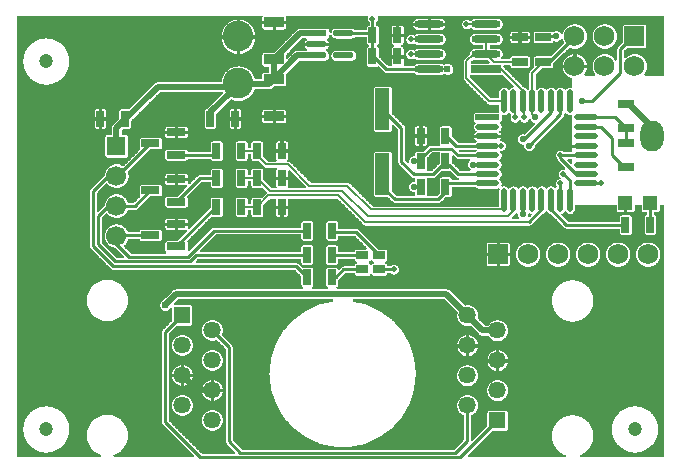
<source format=gtl>
%FSLAX33Y33*%
%MOMM*%
%AMRect-W1400000-H1400000-RO1.000*
21,1,1.4,1.4,0.,0.,180*%
%AMRR-H500000-W2017345-R250000-RO0.000*
21,1,1.517345,0.5,0.,0.,360*
1,1,0.5,-0.7586725,0.*
1,1,0.5,0.7586725,0.*
1,1,0.5,0.7586725,-0.*
1,1,0.5,-0.7586725,0.*%
%AMRR-H2017345-W500000-R250000-RO0.000*
21,1,0.5,1.517345,0.,0.,360*
1,1,0.5,0.,0.7586725*
1,1,0.5,0.,0.7586725*
1,1,0.5,0.,-0.7586725*
1,1,0.5,-0.,-0.7586725*%
%AMRect-W2474066-H622132-RO1.000*
21,1,2.474066,0.622132,0.,0.,180*%
%AMRR-H622132-W2474066-R311066-RO1.000*
21,1,1.851934,0.622132,0.,0.,180*
1,1,0.622132,0.925967,-0.*
1,1,0.622132,-0.925967,-0.*
1,1,0.622132,-0.925967,0.*
1,1,0.622132,0.925967,0.*%
%AMRect-W670710-H1320710-RO1.000*
21,1,0.67071,1.32071,0.,0.,180*%
%AMRect-W670710-H1320710-RO1.500*
21,1,0.67071,1.32071,0.,0.,90*%
%AMRect-W1650000-H1650000-RO0.500*
21,1,1.65,1.65,0.,0.,270*%
%AMRR-H2600000-W2000000-R1000000-RO0.000*
21,1,2.,0.6,0.,0.,360*
1,1,2.,0.,0.3*
1,1,2.,0.,0.3*
1,1,2.,0.,-0.3*
1,1,2.,-0.,-0.3*%
%AMRect-W1574348-H617986-RO1.000*
21,1,1.574348,0.617986,0.,0.,180*%
%AMRect-W3500000-H1200000-RO1.500*
21,1,3.5,1.2,0.,0.,90*%
%AMRect-W1650000-H1650000-RO1.500*
21,1,1.65,1.65,0.,0.,90*%
%AMRect-W820710-H1670710-RO1.500*
21,1,0.82071,1.67071,0.,0.,90*%
%AMRect-W670710-H1320710-RO0.500*
21,1,0.67071,1.32071,0.,0.,270*%
%AMRect-W820710-H1670710-RO0.500*
21,1,0.82071,1.67071,0.,0.,270*%
%AMRect-W1600000-H1600000-RO1.500*
21,1,1.6,1.6,0.,0.,90*%
%AMRect-W1200000-H1200000-RO1.000*
21,1,1.2,1.2,0.,0.,180*%
%AMRR-H522474-W1805236-R261237-RO0.000*
21,1,1.282762,0.522474,0.,0.,360*
1,1,0.522474,-0.641381,0.*
1,1,0.522474,0.641381,0.*
1,1,0.522474,0.641381,-0.*
1,1,0.522474,-0.641381,0.*%
%ADD10C,0.0508*%
%ADD11C,0.2032*%
%ADD12C,0.508*%
%ADD13C,0.254*%
%ADD14C,0.5588*%
%ADD15C,0.6096*%
%ADD16R,0.67071X1.32071*%
%ADD17C,1.46*%
%ADD18Rect-W1400000-H1400000-RO1.000*%
%ADD19R,2.017345X0.5*%
%ADD20RR-H500000-W2017345-R250000-RO0.000*%
%ADD21RR-H2017345-W500000-R250000-RO0.000*%
%ADD22Rect-W2474066-H622132-RO1.000*%
%ADD23RR-H622132-W2474066-R311066-RO1.000*%
%ADD24Rect-W670710-H1320710-RO1.000*%
%ADD25Rect-W670710-H1320710-RO1.500*%
%ADD26C,1.75*%
%ADD27Rect-W1650000-H1650000-RO0.500*%
%ADD28RR-H2600000-W2000000-R1000000-RO0.000*%
%ADD29R,1.4X1.4*%
%ADD30C,1.46*%
%ADD31Rect-W1574348-H617986-RO1.000*%
%ADD32Rect-W3500000-H1200000-RO1.500*%
%ADD33C,1.75*%
%ADD34Rect-W1650000-H1650000-RO1.500*%
%ADD35Rect-W820710-H1670710-RO1.500*%
%ADD36R,1.X0.7*%
%ADD37C,1.2*%
%ADD38Rect-W670710-H1320710-RO0.500*%
%ADD39Rect-W820710-H1670710-RO0.500*%
%ADD40C,1.7*%
%ADD41Rect-W1600000-H1600000-RO1.500*%
%ADD42Rect-W1200000-H1200000-RO1.000*%
%ADD43R,1.805236X0.522474*%
%ADD44RR-H522474-W1805236-R261237-RO0.000*%
%ADD45C,2.6*%
D10*
%LNpour fill*%
G01*
X15473Y0753D02*
X15473Y0753D01*
X12861Y3366*
X12861Y3366*
X12819Y3416*
X12819Y3416*
X12789Y3473*
X12789Y3473*
X12770Y3535*
X12770Y3535*
X12764Y3600*
X12764Y3600*
X12764Y11220*
X12764Y11220*
X12770Y11285*
X12770Y11285*
X12789Y11347*
X12789Y11347*
X12819Y11404*
X12819Y11404*
X12861Y11454*
X12861Y11454*
X13616Y12209*
X13616Y13201*
X13527Y13228*
X13481Y13162*
X13481Y13162*
X13389Y13081*
X13389Y13081*
X13281Y13024*
X13281Y13024*
X13161Y12994*
X13161Y12994*
X13039Y12994*
X13039Y12994*
X12919Y13024*
X12919Y13024*
X12811Y13081*
X12811Y13081*
X12719Y13162*
X12719Y13162*
X12649Y13263*
X12649Y13263*
X12606Y13378*
X12606Y13378*
X12591Y13500*
X12591Y13500*
X12606Y13622*
X12606Y13622*
X12649Y13737*
X12649Y13737*
X12719Y13838*
X12719Y13838*
X12811Y13919*
X12811Y13919*
X12919Y13976*
X12919Y13976*
X12931Y13979*
X13588Y14636*
X13619Y14694*
X13619Y14694*
X13676Y14764*
X13676Y14764*
X13745Y14821*
X13745Y14821*
X13825Y14863*
X13825Y14863*
X13911Y14889*
X13911Y14889*
X14000Y14898*
X14000Y14898*
X24681Y14898*
X24707Y14990*
X24651Y15024*
X24651Y15024*
X24627Y15045*
X24627Y15045*
X24606Y15069*
X24606Y15069*
X24589Y15097*
X24589Y15097*
X24577Y15126*
X24577Y15126*
X24569Y15158*
X24569Y15158*
X24567Y15190*
X24567Y15190*
X24567Y15921*
X24033Y16455*
X8706Y16455*
X8706Y16455*
X8642Y16462*
X8642Y16462*
X8580Y16481*
X8580Y16481*
X8522Y16511*
X8522Y16511*
X8472Y16552*
X8472Y16552*
X6759Y18265*
X6759Y18265*
X6718Y18315*
X6718Y18316*
X6687Y18373*
X6687Y18373*
X6669Y18435*
X6669Y18435*
X6662Y18500*
X6662Y18500*
X6662Y23130*
X6662Y23130*
X6669Y23195*
X6669Y23195*
X6687Y23257*
X6687Y23257*
X6718Y23314*
X6718Y23314*
X6759Y23365*
X6759Y23365*
X7927Y24533*
X7946Y24689*
X7946Y24689*
X8036Y24927*
X8036Y24927*
X8181Y25136*
X8181Y25136*
X8371Y25304*
X8371Y25304*
X8596Y25423*
X8596Y25423*
X8843Y25483*
X8843Y25483*
X9097Y25483*
X9097Y25483*
X9344Y25423*
X9344Y25423*
X9539Y25320*
X10933Y26714*
X10896Y26775*
X10896Y26775*
X10883Y26804*
X10883Y26805*
X10876Y26836*
X10876Y26836*
X10873Y26868*
X10873Y26868*
X10873Y27486*
X10873Y27486*
X10876Y27518*
X10876Y27518*
X10883Y27549*
X10883Y27549*
X10896Y27578*
X10896Y27579*
X10912Y27606*
X10912Y27606*
X10933Y27630*
X10933Y27630*
X10958Y27651*
X10958Y27651*
X10985Y27668*
X10985Y27668*
X11015Y27680*
X11015Y27680*
X11046Y27688*
X11046Y27688*
X11078Y27690*
X11078Y27690*
X12652Y27690*
X12652Y27690*
X12684Y27688*
X12684Y27688*
X12715Y27680*
X12715Y27680*
X12745Y27668*
X12745Y27668*
X12772Y27651*
X12772Y27651*
X12797Y27630*
X12797Y27630*
X12817Y27606*
X12817Y27606*
X12834Y27579*
X12834Y27578*
X12846Y27549*
X12846Y27549*
X12854Y27518*
X12854Y27518*
X12856Y27486*
X12857Y27486*
X12857Y26868*
X12856Y26868*
X12854Y26836*
X12854Y26836*
X12846Y26805*
X12846Y26804*
X12834Y26775*
X12834Y26775*
X12817Y26748*
X12817Y26748*
X12797Y26723*
X12797Y26723*
X12772Y26702*
X12772Y26702*
X12745Y26686*
X12745Y26686*
X12715Y26673*
X12715Y26673*
X12684Y26666*
X12684Y26666*
X12652Y26663*
X12652Y26663*
X11820Y26663*
X9953Y24796*
X9994Y24689*
X9994Y24689*
X10024Y24437*
X10024Y24437*
X9994Y24184*
X9994Y24184*
X9904Y23947*
X9904Y23947*
X9759Y23737*
X9759Y23737*
X9569Y23569*
X9569Y23569*
X9344Y23451*
X9344Y23451*
X9097Y23390*
X9097Y23390*
X8843Y23390*
X8843Y23390*
X8596Y23451*
X8596Y23451*
X8371Y23569*
X8371Y23569*
X8181Y23737*
X8181Y23737*
X8135Y23803*
X7325Y22993*
X7325Y21501*
X7403Y21469*
X7927Y21993*
X7946Y22149*
X7946Y22149*
X8036Y22387*
X8036Y22387*
X8181Y22596*
X8181Y22596*
X8371Y22764*
X8371Y22764*
X8596Y22883*
X8596Y22883*
X8843Y22943*
X8843Y22943*
X9097Y22943*
X9097Y22943*
X9344Y22883*
X9344Y22883*
X9569Y22764*
X9569Y22764*
X9759Y22596*
X9759Y22596*
X9904Y22387*
X9904Y22387*
X9964Y22228*
X10427Y22228*
X10933Y22734*
X10896Y22795*
X10896Y22795*
X10883Y22825*
X10883Y22825*
X10876Y22856*
X10876Y22856*
X10873Y22888*
X10873Y22888*
X10873Y23506*
X10873Y23506*
X10876Y23538*
X10876Y23538*
X10883Y23569*
X10883Y23569*
X10896Y23599*
X10896Y23599*
X10912Y23626*
X10912Y23626*
X10933Y23651*
X10933Y23651*
X10958Y23671*
X10958Y23671*
X10985Y23688*
X10985Y23688*
X11015Y23700*
X11015Y23700*
X11046Y23708*
X11046Y23708*
X11078Y23710*
X11078Y23710*
X12652Y23710*
X12652Y23710*
X12684Y23708*
X12684Y23708*
X12715Y23700*
X12715Y23700*
X12745Y23688*
X12745Y23688*
X12772Y23671*
X12772Y23671*
X12797Y23651*
X12797Y23651*
X12817Y23626*
X12817Y23626*
X12834Y23599*
X12834Y23599*
X12846Y23569*
X12846Y23569*
X12854Y23538*
X12854Y23538*
X12856Y23506*
X12857Y23506*
X12857Y22888*
X12856Y22888*
X12854Y22856*
X12854Y22856*
X12846Y22825*
X12846Y22825*
X12834Y22795*
X12834Y22795*
X12817Y22768*
X12817Y22768*
X12797Y22743*
X12797Y22743*
X12772Y22723*
X12772Y22723*
X12745Y22706*
X12745Y22706*
X12715Y22694*
X12715Y22694*
X12684Y22686*
X12684Y22686*
X12652Y22684*
X12652Y22684*
X11820Y22684*
X10799Y21662*
X10799Y21662*
X10749Y21621*
X10749Y21621*
X10691Y21590*
X10691Y21590*
X10629Y21572*
X10629Y21572*
X10565Y21565*
X10565Y21565*
X9964Y21565*
X9904Y21407*
X9904Y21407*
X9759Y21197*
X9759Y21197*
X9569Y21029*
X9569Y21029*
X9344Y20911*
X9344Y20911*
X9097Y20850*
X9097Y20850*
X8843Y20850*
X8843Y20850*
X8596Y20911*
X8596Y20911*
X8371Y21029*
X8371Y21029*
X8181Y21197*
X8181Y21197*
X8135Y21263*
X7731Y20859*
X7731Y18807*
X9014Y17525*
X9536Y17525*
X9568Y17603*
X8867Y18304*
X8596Y18371*
X8596Y18371*
X8371Y18489*
X8371Y18489*
X8181Y18657*
X8181Y18657*
X8036Y18867*
X8036Y18867*
X7946Y19104*
X7946Y19104*
X7916Y19357*
X7916Y19357*
X7946Y19609*
X7946Y19609*
X8036Y19847*
X8036Y19847*
X8181Y20056*
X8181Y20056*
X8371Y20224*
X8371Y20224*
X8596Y20343*
X8596Y20343*
X8843Y20403*
X8843Y20403*
X9097Y20403*
X9097Y20403*
X9344Y20343*
X9344Y20343*
X9569Y20224*
X9569Y20224*
X9759Y20056*
X9759Y20056*
X9904Y19847*
X9904Y19847*
X9941Y19748*
X10866Y19748*
X10896Y19818*
X10896Y19818*
X10912Y19845*
X10912Y19846*
X10933Y19870*
X10933Y19870*
X10958Y19891*
X10958Y19891*
X10985Y19907*
X10985Y19907*
X11015Y19920*
X11015Y19920*
X11046Y19927*
X11046Y19927*
X11078Y19930*
X11078Y19930*
X12652Y19930*
X12652Y19930*
X12684Y19927*
X12684Y19927*
X12715Y19920*
X12715Y19920*
X12745Y19907*
X12745Y19907*
X12772Y19891*
X12772Y19891*
X12797Y19870*
X12797Y19870*
X12817Y19846*
X12817Y19845*
X12834Y19818*
X12834Y19818*
X12846Y19789*
X12846Y19788*
X12854Y19757*
X12854Y19757*
X12856Y19725*
X12857Y19725*
X12857Y19107*
X12856Y19107*
X12854Y19075*
X12854Y19075*
X12846Y19044*
X12846Y19044*
X12834Y19015*
X12834Y19014*
X12817Y18987*
X12817Y18987*
X12797Y18963*
X12797Y18963*
X12772Y18942*
X12772Y18942*
X12745Y18925*
X12745Y18925*
X12715Y18913*
X12715Y18913*
X12684Y18905*
X12684Y18905*
X12652Y18903*
X12652Y18903*
X11078Y18903*
X11078Y18903*
X11046Y18905*
X11046Y18905*
X11015Y18913*
X11015Y18913*
X10985Y18925*
X10985Y18925*
X10958Y18942*
X10958Y18942*
X10933Y18963*
X10933Y18963*
X10912Y18987*
X10912Y18987*
X10896Y19014*
X10896Y19015*
X10866Y19085*
X9986Y19085*
X9904Y18867*
X9904Y18867*
X9759Y18657*
X9759Y18657*
X9596Y18513*
X10178Y17931*
X13076Y17931*
X13110Y18005*
X13083Y18037*
X13083Y18037*
X13066Y18064*
X13066Y18065*
X13054Y18094*
X13054Y18094*
X13046Y18125*
X13046Y18125*
X13044Y18157*
X13044Y18157*
X13044Y18775*
X13044Y18775*
X13046Y18807*
X13046Y18807*
X13054Y18838*
X13054Y18839*
X13066Y18868*
X13066Y18868*
X13083Y18895*
X13083Y18896*
X13103Y18920*
X13103Y18920*
X13128Y18941*
X13128Y18941*
X13155Y18957*
X13155Y18957*
X13185Y18970*
X13185Y18970*
X13216Y18977*
X13216Y18977*
X13248Y18980*
X13248Y18980*
X14080Y18980*
X14875Y19775*
X14843Y19853*
X14137Y19853*
X14136Y19853*
X14136Y20265*
X14137Y20265*
X15027Y20265*
X15027Y20265*
X15027Y20037*
X15105Y20005*
X16910Y21810*
X16910Y22476*
X16910Y22476*
X16913Y22508*
X16913Y22508*
X16920Y22540*
X16920Y22540*
X16932Y22569*
X16932Y22569*
X16949Y22597*
X16949Y22597*
X16970Y22621*
X16970Y22621*
X16994Y22642*
X16994Y22642*
X17022Y22659*
X17022Y22659*
X17051Y22671*
X17051Y22671*
X17083Y22678*
X17083Y22678*
X17115Y22681*
X17115Y22681*
X17785Y22681*
X17785Y22681*
X17817Y22678*
X17817Y22678*
X17849Y22671*
X17849Y22671*
X17878Y22659*
X17878Y22659*
X17906Y22642*
X17906Y22642*
X17930Y22621*
X17930Y22621*
X17951Y22597*
X17951Y22597*
X17968Y22569*
X17968Y22569*
X17980Y22540*
X17980Y22540*
X17987Y22508*
X17987Y22508*
X17990Y22476*
X17990Y22476*
X17990Y21156*
X17990Y21156*
X17987Y21124*
X17987Y21124*
X17980Y21093*
X17980Y21092*
X17968Y21063*
X17968Y21063*
X17951Y21036*
X17951Y21035*
X17930Y21011*
X17930Y21011*
X17906Y20990*
X17906Y20990*
X17878Y20974*
X17878Y20973*
X17849Y20961*
X17849Y20961*
X17817Y20954*
X17817Y20954*
X17785Y20951*
X17785Y20951*
X17115Y20951*
X17115Y20951*
X17083Y20954*
X17083Y20954*
X17051Y20961*
X17051Y20961*
X17014Y20977*
X14967Y18929*
X15004Y18868*
X15004Y18868*
X15017Y18839*
X15017Y18838*
X15024Y18807*
X15024Y18807*
X15027Y18775*
X15027Y18775*
X15027Y18163*
X15105Y18131*
X17009Y20035*
X17009Y20035*
X17059Y20077*
X17059Y20077*
X17117Y20107*
X17117Y20107*
X17179Y20126*
X17179Y20126*
X17244Y20132*
X17244Y20132*
X24567Y20132*
X24567Y20461*
X24567Y20461*
X24569Y20493*
X24569Y20493*
X24577Y20524*
X24577Y20524*
X24589Y20554*
X24589Y20554*
X24606Y20581*
X24606Y20581*
X24627Y20606*
X24627Y20606*
X24651Y20627*
X24651Y20627*
X24678Y20643*
X24678Y20643*
X24708Y20656*
X24708Y20656*
X24739Y20663*
X24739Y20663*
X24771Y20666*
X24771Y20666*
X25442Y20666*
X25442Y20666*
X25474Y20663*
X25474Y20663*
X25505Y20656*
X25505Y20656*
X25535Y20643*
X25535Y20643*
X25562Y20627*
X25562Y20627*
X25587Y20606*
X25587Y20606*
X25607Y20581*
X25607Y20581*
X25624Y20554*
X25624Y20554*
X25636Y20524*
X25636Y20524*
X25644Y20493*
X25644Y20493*
X25646Y20461*
X25646Y20461*
X25646Y19141*
X25646Y19141*
X25644Y19109*
X25644Y19109*
X25636Y19077*
X25636Y19077*
X25624Y19048*
X25624Y19048*
X25607Y19020*
X25607Y19020*
X25587Y18996*
X25587Y18996*
X25562Y18975*
X25562Y18975*
X25535Y18958*
X25535Y18958*
X25505Y18946*
X25505Y18946*
X25474Y18939*
X25474Y18939*
X25442Y18936*
X25442Y18936*
X24771Y18936*
X24771Y18936*
X24739Y18939*
X24739Y18939*
X24708Y18946*
X24708Y18946*
X24678Y18958*
X24678Y18958*
X24651Y18975*
X24651Y18975*
X24627Y18996*
X24627Y18996*
X24606Y19020*
X24606Y19020*
X24589Y19048*
X24589Y19048*
X24577Y19077*
X24577Y19077*
X24569Y19109*
X24569Y19109*
X24567Y19141*
X24567Y19141*
X24567Y19470*
X17381Y19470*
X16041Y18130*
X16074Y18052*
X24567Y18052*
X24567Y18420*
X24567Y18420*
X24569Y18452*
X24569Y18452*
X24577Y18484*
X24577Y18484*
X24589Y18513*
X24589Y18513*
X24606Y18541*
X24606Y18541*
X24627Y18565*
X24627Y18565*
X24651Y18586*
X24651Y18586*
X24678Y18603*
X24678Y18603*
X24708Y18615*
X24708Y18615*
X24739Y18622*
X24739Y18622*
X24771Y18625*
X24771Y18625*
X25442Y18625*
X25442Y18625*
X25474Y18622*
X25474Y18622*
X25505Y18615*
X25505Y18615*
X25535Y18603*
X25535Y18603*
X25562Y18586*
X25562Y18586*
X25587Y18565*
X25587Y18565*
X25607Y18541*
X25607Y18541*
X25624Y18513*
X25624Y18513*
X25636Y18484*
X25636Y18484*
X25644Y18452*
X25644Y18452*
X25646Y18420*
X25646Y18420*
X25646Y17100*
X25646Y17100*
X25644Y17068*
X25644Y17068*
X25636Y17036*
X25636Y17036*
X25624Y17007*
X25624Y17007*
X25607Y16979*
X25607Y16979*
X25587Y16955*
X25587Y16955*
X25562Y16934*
X25562Y16934*
X25535Y16917*
X25535Y16917*
X25505Y16905*
X25505Y16905*
X25474Y16898*
X25474Y16898*
X25442Y16895*
X25442Y16895*
X24771Y16895*
X24771Y16895*
X24739Y16898*
X24739Y16898*
X24708Y16905*
X24708Y16905*
X24633Y16936*
X24575Y16850*
X24715Y16710*
X24771Y16715*
X24771Y16715*
X25442Y16715*
X25442Y16715*
X25474Y16712*
X25474Y16712*
X25505Y16705*
X25505Y16705*
X25535Y16693*
X25535Y16693*
X25562Y16676*
X25562Y16676*
X25587Y16655*
X25587Y16655*
X25607Y16631*
X25607Y16631*
X25624Y16603*
X25624Y16603*
X25636Y16574*
X25636Y16574*
X25644Y16542*
X25644Y16542*
X25646Y16510*
X25646Y16510*
X25646Y15190*
X25646Y15190*
X25644Y15158*
X25644Y15158*
X25636Y15126*
X25636Y15126*
X25624Y15097*
X25624Y15097*
X25607Y15069*
X25607Y15069*
X25587Y15045*
X25587Y15045*
X25562Y15024*
X25562Y15024*
X25507Y14990*
X25533Y14898*
X26781Y14898*
X26807Y14990*
X26751Y15024*
X26751Y15024*
X26727Y15045*
X26727Y15045*
X26706Y15069*
X26706Y15069*
X26689Y15097*
X26689Y15097*
X26677Y15126*
X26677Y15126*
X26669Y15158*
X26669Y15158*
X26667Y15190*
X26667Y15190*
X26667Y16510*
X26667Y16510*
X26669Y16542*
X26669Y16542*
X26677Y16574*
X26677Y16574*
X26689Y16603*
X26689Y16603*
X26706Y16631*
X26706Y16631*
X26727Y16655*
X26727Y16655*
X26751Y16676*
X26751Y16676*
X26778Y16693*
X26778Y16693*
X26808Y16705*
X26808Y16705*
X26839Y16712*
X26839Y16712*
X26871Y16715*
X26871Y16715*
X27542Y16715*
X27542Y16715*
X27574Y16712*
X27574Y16712*
X27605Y16705*
X27605Y16705*
X27635Y16693*
X27635Y16693*
X27662Y16676*
X27662Y16676*
X27687Y16655*
X27687Y16655*
X27707Y16631*
X27707Y16631*
X27763Y16540*
X27968Y16745*
X27968Y16745*
X28018Y16786*
X28018Y16786*
X28076Y16817*
X28076Y16817*
X28138Y16835*
X28138Y16835*
X28202Y16842*
X28202Y16842*
X29093Y16842*
X29098Y16902*
X29098Y16902*
X29106Y16934*
X29106Y16934*
X29118Y16963*
X29118Y16963*
X29135Y16991*
X29135Y16991*
X29155Y17015*
X29155Y17015*
X29180Y17036*
X29180Y17036*
X29207Y17053*
X29207Y17053*
X29269Y17078*
X29269Y17163*
X29207Y17188*
X29207Y17188*
X29180Y17205*
X29180Y17205*
X29155Y17226*
X29155Y17226*
X29135Y17250*
X29135Y17250*
X29118Y17278*
X29118Y17278*
X29106Y17307*
X29106Y17307*
X29086Y17389*
X27746Y17389*
X27746Y17100*
X27746Y17100*
X27744Y17068*
X27744Y17068*
X27736Y17036*
X27736Y17036*
X27724Y17007*
X27724Y17007*
X27707Y16979*
X27707Y16979*
X27687Y16955*
X27687Y16955*
X27662Y16934*
X27662Y16934*
X27635Y16917*
X27635Y16917*
X27605Y16905*
X27605Y16905*
X27574Y16898*
X27574Y16898*
X27542Y16895*
X27542Y16895*
X26871Y16895*
X26871Y16895*
X26839Y16898*
X26839Y16898*
X26808Y16905*
X26808Y16905*
X26778Y16917*
X26778Y16917*
X26751Y16934*
X26751Y16934*
X26727Y16955*
X26727Y16955*
X26706Y16979*
X26706Y16979*
X26689Y17007*
X26689Y17007*
X26677Y17036*
X26677Y17036*
X26669Y17068*
X26669Y17068*
X26667Y17100*
X26667Y17100*
X26667Y18420*
X26667Y18420*
X26669Y18452*
X26669Y18452*
X26677Y18484*
X26677Y18484*
X26689Y18513*
X26689Y18513*
X26706Y18541*
X26706Y18541*
X26727Y18565*
X26727Y18565*
X26751Y18586*
X26751Y18586*
X26778Y18603*
X26778Y18603*
X26808Y18615*
X26808Y18615*
X26839Y18622*
X26839Y18622*
X26871Y18625*
X26871Y18625*
X27542Y18625*
X27542Y18625*
X27574Y18622*
X27574Y18622*
X27605Y18615*
X27605Y18615*
X27635Y18603*
X27635Y18603*
X27662Y18586*
X27662Y18586*
X27687Y18565*
X27687Y18565*
X27707Y18541*
X27707Y18541*
X27724Y18513*
X27724Y18513*
X27736Y18484*
X27736Y18484*
X27744Y18452*
X27744Y18452*
X27746Y18420*
X27746Y18420*
X27746Y18052*
X29086Y18052*
X29106Y18134*
X29106Y18134*
X29118Y18163*
X29118Y18163*
X29135Y18191*
X29135Y18191*
X29155Y18215*
X29155Y18215*
X29180Y18236*
X29180Y18236*
X29207Y18253*
X29207Y18253*
X29237Y18265*
X29237Y18265*
X29268Y18272*
X29268Y18272*
X29300Y18275*
X29300Y18275*
X30066Y18275*
X30099Y18353*
X29133Y19319*
X27746Y19319*
X27746Y19141*
X27746Y19141*
X27744Y19109*
X27744Y19109*
X27736Y19077*
X27736Y19077*
X27724Y19048*
X27724Y19048*
X27707Y19020*
X27707Y19020*
X27687Y18996*
X27687Y18996*
X27662Y18975*
X27662Y18975*
X27635Y18958*
X27635Y18958*
X27605Y18946*
X27605Y18946*
X27574Y18939*
X27574Y18939*
X27542Y18936*
X27542Y18936*
X26871Y18936*
X26871Y18936*
X26839Y18939*
X26839Y18939*
X26808Y18946*
X26808Y18946*
X26778Y18958*
X26778Y18958*
X26751Y18975*
X26751Y18975*
X26727Y18996*
X26727Y18996*
X26706Y19020*
X26706Y19020*
X26689Y19048*
X26689Y19048*
X26677Y19077*
X26677Y19077*
X26669Y19109*
X26669Y19109*
X26667Y19141*
X26667Y19141*
X26667Y20461*
X26667Y20461*
X26669Y20493*
X26669Y20493*
X26677Y20524*
X26677Y20524*
X26689Y20554*
X26689Y20554*
X26706Y20581*
X26706Y20581*
X26727Y20606*
X26727Y20606*
X26751Y20627*
X26751Y20627*
X26778Y20643*
X26778Y20643*
X26808Y20656*
X26808Y20656*
X26839Y20663*
X26839Y20663*
X26871Y20666*
X26871Y20666*
X27542Y20666*
X27542Y20666*
X27574Y20663*
X27574Y20663*
X27605Y20656*
X27605Y20656*
X27635Y20643*
X27635Y20643*
X27662Y20627*
X27662Y20627*
X27687Y20606*
X27687Y20606*
X27707Y20581*
X27707Y20581*
X27724Y20554*
X27724Y20554*
X27736Y20524*
X27736Y20524*
X27744Y20493*
X27744Y20493*
X27746Y20461*
X27746Y20461*
X27746Y19981*
X29270Y19981*
X29270Y19981*
X29335Y19975*
X29335Y19975*
X29397Y19956*
X29397Y19956*
X29454Y19926*
X29455Y19926*
X29505Y19884*
X29505Y19884*
X31114Y18275*
X31700Y18275*
X31700Y18275*
X31732Y18272*
X31732Y18272*
X31763Y18265*
X31763Y18265*
X31793Y18253*
X31793Y18253*
X31820Y18236*
X31820Y18236*
X31845Y18215*
X31845Y18215*
X31865Y18191*
X31865Y18191*
X31882Y18163*
X31882Y18163*
X31894Y18134*
X31894Y18134*
X31902Y18102*
X31902Y18102*
X31904Y18070*
X31904Y18070*
X31904Y17370*
X31904Y17370*
X31902Y17338*
X31902Y17338*
X31894Y17307*
X31894Y17307*
X31882Y17278*
X31882Y17278*
X31865Y17250*
X31865Y17250*
X31845Y17226*
X31845Y17226*
X31820Y17205*
X31820Y17205*
X31793Y17188*
X31793Y17188*
X31731Y17163*
X31731Y17078*
X31793Y17053*
X31793Y17053*
X31820Y17036*
X31820Y17036*
X31845Y17015*
X31845Y17015*
X31865Y16991*
X31865Y16991*
X31882Y16963*
X31882Y16963*
X31894Y16934*
X31894Y16934*
X31902Y16902*
X31902Y16902*
X31907Y16842*
X32138Y16842*
X32190Y16888*
X32190Y16888*
X32287Y16939*
X32287Y16939*
X32395Y16965*
X32395Y16965*
X32505Y16965*
X32505Y16965*
X32613Y16939*
X32613Y16939*
X32710Y16888*
X32710Y16888*
X32793Y16814*
X32793Y16814*
X32856Y16723*
X32856Y16723*
X32895Y16620*
X32895Y16620*
X32908Y16510*
X32908Y16510*
X32895Y16401*
X32895Y16401*
X32856Y16297*
X32856Y16297*
X32793Y16206*
X32793Y16206*
X32710Y16133*
X32710Y16133*
X32613Y16082*
X32613Y16082*
X32505Y16055*
X32505Y16055*
X32395Y16055*
X32395Y16055*
X32287Y16082*
X32287Y16082*
X32190Y16133*
X32190Y16133*
X32138Y16179*
X31912Y16179*
X31894Y16107*
X31894Y16107*
X31882Y16078*
X31882Y16078*
X31865Y16050*
X31865Y16050*
X31845Y16026*
X31845Y16026*
X31820Y16005*
X31820Y16005*
X31793Y15988*
X31793Y15988*
X31763Y15976*
X31763Y15976*
X31732Y15968*
X31732Y15968*
X31700Y15966*
X31700Y15966*
X30700Y15966*
X30700Y15966*
X30668Y15968*
X30668Y15968*
X30637Y15976*
X30637Y15976*
X30607Y15988*
X30607Y15988*
X30580Y16005*
X30580Y16005*
X30555Y16026*
X30555Y16026*
X30500Y16091*
X30445Y16026*
X30445Y16026*
X30420Y16005*
X30420Y16005*
X30393Y15988*
X30393Y15988*
X30363Y15976*
X30363Y15976*
X30332Y15968*
X30332Y15968*
X30300Y15966*
X30300Y15966*
X29300Y15966*
X29300Y15966*
X29268Y15968*
X29268Y15968*
X29237Y15976*
X29237Y15976*
X29207Y15988*
X29207Y15988*
X29180Y16005*
X29180Y16005*
X29155Y16026*
X29155Y16026*
X29135Y16050*
X29135Y16050*
X29118Y16078*
X29118Y16078*
X29106Y16107*
X29106Y16107*
X29088Y16179*
X28340Y16179*
X27776Y15616*
X27776Y15616*
X27746Y15591*
X27746Y15190*
X27746Y15190*
X27744Y15158*
X27744Y15158*
X27736Y15126*
X27736Y15126*
X27724Y15097*
X27724Y15097*
X27707Y15069*
X27707Y15069*
X27687Y15045*
X27687Y15045*
X27662Y15024*
X27662Y15024*
X27607Y14990*
X27633Y14898*
X36900Y14898*
X36900Y14898*
X36989Y14889*
X36989Y14889*
X37075Y14863*
X37075Y14863*
X37155Y14821*
X37155Y14821*
X37224Y14764*
X37224Y14764*
X38465Y13523*
X38567Y13548*
X38567Y13548*
X38793Y13548*
X38793Y13548*
X39011Y13494*
X39011Y13494*
X39211Y13389*
X39211Y13389*
X39379Y13240*
X39379Y13240*
X39507Y13054*
X39507Y13054*
X39587Y12844*
X39587Y12844*
X39614Y12620*
X39614Y12620*
X39588Y12400*
X40179Y11808*
X40409Y11808*
X40521Y11970*
X40521Y11970*
X40689Y12119*
X40689Y12119*
X40889Y12224*
X40889Y12224*
X41107Y12278*
X41107Y12278*
X41333Y12278*
X41333Y12278*
X41551Y12224*
X41551Y12224*
X41751Y12119*
X41751Y12119*
X41919Y11970*
X41919Y11970*
X42047Y11784*
X42047Y11784*
X42127Y11574*
X42127Y11574*
X42154Y11350*
X42154Y11350*
X42127Y11126*
X42127Y11126*
X42047Y10916*
X42047Y10916*
X41919Y10730*
X41919Y10730*
X41751Y10581*
X41751Y10581*
X41551Y10476*
X41551Y10476*
X41333Y10422*
X41333Y10422*
X41107Y10422*
X41107Y10422*
X40889Y10476*
X40889Y10476*
X40689Y10581*
X40689Y10581*
X40521Y10730*
X40521Y10730*
X40409Y10892*
X39950Y10892*
X39950Y10892*
X39861Y10900*
X39861Y10900*
X39775Y10926*
X39775Y10926*
X39695Y10969*
X39695Y10969*
X39626Y11026*
X39626Y11026*
X39569Y11095*
X39569Y11095*
X39538Y11154*
X38958Y11733*
X38793Y11692*
X38793Y11692*
X38567Y11692*
X38567Y11692*
X38349Y11746*
X38349Y11746*
X38149Y11851*
X38149Y11851*
X37981Y12000*
X37981Y12000*
X37853Y12186*
X37853Y12186*
X37773Y12396*
X37773Y12396*
X37746Y12620*
X37746Y12620*
X37773Y12844*
X37773Y12844*
X37793Y12898*
X36710Y13981*
X28996Y13981*
X28985Y13868*
X30032Y13645*
X30032Y13645*
X31226Y13114*
X31226Y13114*
X32283Y12346*
X32283Y12346*
X33157Y11374*
X33157Y11374*
X33811Y10243*
X33811Y10243*
X34215Y9000*
X34215Y9000*
X34351Y7700*
X34351Y7700*
X34215Y6400*
X34215Y6400*
X33811Y5157*
X33811Y5157*
X33157Y4026*
X33157Y4026*
X32283Y3054*
X32283Y3054*
X31226Y2286*
X31226Y2286*
X30032Y1755*
X30032Y1755*
X28753Y1483*
X28753Y1483*
X27447Y1483*
X27447Y1483*
X26168Y1755*
X26168Y1755*
X24974Y2286*
X24974Y2286*
X23917Y3054*
X23917Y3054*
X23043Y4026*
X23043Y4026*
X22389Y5157*
X22389Y5157*
X21985Y6400*
X21985Y6400*
X21849Y7700*
X21849Y7700*
X21985Y9000*
X21985Y9000*
X22389Y10243*
X22389Y10243*
X23043Y11374*
X23043Y11374*
X23917Y12346*
X23917Y12346*
X24974Y13114*
X24974Y13114*
X26168Y13645*
X26168Y13645*
X27215Y13868*
X27204Y13981*
X14229Y13981*
X13876Y13628*
X13908Y13549*
X15220Y13549*
X15220Y13549*
X15252Y13547*
X15252Y13547*
X15283Y13539*
X15283Y13539*
X15313Y13527*
X15313Y13527*
X15340Y13510*
X15340Y13510*
X15365Y13490*
X15365Y13490*
X15385Y13465*
X15385Y13465*
X15402Y13438*
X15402Y13438*
X15414Y13408*
X15414Y13408*
X15422Y13377*
X15422Y13377*
X15424Y13345*
X15424Y13345*
X15424Y11945*
X15424Y11945*
X15422Y11913*
X15422Y11913*
X15414Y11882*
X15414Y11882*
X15402Y11852*
X15402Y11852*
X15385Y11825*
X15385Y11825*
X15365Y11800*
X15365Y11800*
X15340Y11780*
X15340Y11780*
X15313Y11763*
X15313Y11763*
X15283Y11751*
X15283Y11751*
X15252Y11743*
X15252Y11743*
X15220Y11741*
X15220Y11741*
X14084Y11741*
X13426Y11083*
X13426Y3737*
X16232Y0931*
X18946Y0931*
X18978Y1010*
X18266Y1722*
X18266Y1722*
X18224Y1772*
X18224Y1772*
X18194Y1830*
X18194Y1830*
X18175Y1892*
X18175Y1892*
X18169Y1956*
X18169Y1956*
X18169Y9798*
X17440Y10527*
X17391Y10501*
X17391Y10501*
X17173Y10447*
X17173Y10447*
X16947Y10447*
X16947Y10447*
X16729Y10501*
X16729Y10501*
X16529Y10606*
X16529Y10606*
X16361Y10755*
X16361Y10755*
X16233Y10941*
X16233Y10941*
X16153Y11151*
X16153Y11151*
X16126Y11375*
X16126Y11375*
X16153Y11599*
X16153Y11599*
X16233Y11809*
X16233Y11809*
X16361Y11995*
X16361Y11995*
X16529Y12144*
X16529Y12144*
X16729Y12249*
X16729Y12249*
X16947Y12303*
X16947Y12303*
X17173Y12303*
X17173Y12303*
X17391Y12249*
X17391Y12249*
X17591Y12144*
X17591Y12144*
X17759Y11995*
X17759Y11995*
X17887Y11809*
X17887Y11809*
X17967Y11599*
X17967Y11599*
X17994Y11375*
X17994Y11375*
X17967Y11151*
X17967Y11151*
X17908Y10996*
X18734Y10169*
X18734Y10169*
X18776Y10119*
X18776Y10119*
X18806Y10062*
X18806Y10062*
X18825Y10000*
X18825Y10000*
X18831Y9935*
X18831Y9935*
X18831Y2094*
X19587Y1338*
X37549Y1338*
X38349Y2137*
X38349Y4126*
X38149Y4231*
X38149Y4231*
X37981Y4380*
X37981Y4380*
X37853Y4566*
X37853Y4566*
X37773Y4776*
X37773Y4776*
X37746Y5000*
X37746Y5000*
X37773Y5224*
X37773Y5224*
X37853Y5434*
X37853Y5434*
X37981Y5620*
X37981Y5620*
X38149Y5769*
X38149Y5769*
X38349Y5874*
X38349Y5874*
X38567Y5928*
X38567Y5928*
X38793Y5928*
X38793Y5928*
X39011Y5874*
X39011Y5874*
X39211Y5769*
X39211Y5769*
X39379Y5620*
X39379Y5620*
X39507Y5434*
X39507Y5434*
X39587Y5224*
X39587Y5224*
X39614Y5000*
X39614Y5000*
X39587Y4776*
X39587Y4776*
X39507Y4566*
X39507Y4566*
X39379Y4380*
X39379Y4380*
X39211Y4231*
X39211Y4231*
X39012Y4126*
X39011Y2101*
X39090Y2068*
X40316Y3294*
X40316Y4430*
X40316Y4430*
X40318Y4462*
X40318Y4462*
X40326Y4493*
X40326Y4493*
X40338Y4523*
X40338Y4523*
X40355Y4550*
X40355Y4550*
X40375Y4575*
X40375Y4575*
X40400Y4595*
X40400Y4595*
X40427Y4612*
X40427Y4612*
X40457Y4624*
X40457Y4624*
X40488Y4632*
X40488Y4632*
X40520Y4634*
X40520Y4634*
X41920Y4634*
X41920Y4634*
X41952Y4632*
X41952Y4632*
X41983Y4624*
X41983Y4624*
X42013Y4612*
X42013Y4612*
X42040Y4595*
X42040Y4595*
X42065Y4575*
X42065Y4575*
X42085Y4550*
X42085Y4550*
X42102Y4523*
X42102Y4523*
X42114Y4493*
X42114Y4493*
X42122Y4462*
X42122Y4462*
X42124Y4430*
X42124Y4430*
X42124Y3030*
X42124Y3030*
X42122Y2998*
X42122Y2998*
X42114Y2967*
X42114Y2967*
X42102Y2937*
X42102Y2937*
X42085Y2910*
X42085Y2910*
X42065Y2885*
X42065Y2885*
X42040Y2865*
X42040Y2865*
X42013Y2848*
X42013Y2848*
X41983Y2836*
X41983Y2836*
X41952Y2828*
X41952Y2828*
X41920Y2826*
X41920Y2826*
X40784Y2826*
X38712Y0753*
X38744Y0675*
X46923Y0675*
X46941Y0781*
X46787Y0834*
X46787Y0834*
X46445Y1049*
X46445Y1049*
X46159Y1335*
X46159Y1335*
X45944Y1677*
X45944Y1677*
X45811Y2058*
X45811Y2058*
X45766Y2460*
X45766Y2460*
X45811Y2862*
X45811Y2862*
X45944Y3243*
X45944Y3243*
X46159Y3585*
X46159Y3585*
X46445Y3871*
X46445Y3871*
X46787Y4086*
X46787Y4086*
X47168Y4219*
X47168Y4219*
X47570Y4264*
X47570Y4264*
X47972Y4219*
X47972Y4219*
X48353Y4086*
X48353Y4086*
X48695Y3871*
X48695Y3871*
X48981Y3585*
X48981Y3585*
X49196Y3243*
X49196Y3243*
X49329Y2862*
X49329Y2862*
X49374Y2460*
X49374Y2460*
X49329Y2058*
X49329Y2058*
X49196Y1677*
X49196Y1677*
X48981Y1335*
X48981Y1335*
X48695Y1049*
X48695Y1049*
X48353Y0834*
X48353Y0834*
X48199Y0781*
X48217Y0675*
X55275Y0675*
X55275Y22000*
X54970Y22000*
X54970Y21550*
X54970Y21550*
X54968Y21518*
X54968Y21518*
X54960Y21487*
X54960Y21487*
X54948Y21457*
X54948Y21457*
X54931Y21430*
X54931Y21430*
X54910Y21405*
X54910Y21405*
X54886Y21385*
X54886Y21385*
X54859Y21368*
X54859Y21368*
X54829Y21356*
X54829Y21356*
X54798Y21348*
X54798Y21348*
X54766Y21346*
X54766Y21346*
X54497Y21346*
X54497Y21171*
X54564Y21155*
X54564Y21155*
X54594Y21143*
X54594Y21143*
X54621Y21126*
X54621Y21126*
X54646Y21105*
X54646Y21105*
X54666Y21081*
X54666Y21081*
X54683Y21053*
X54683Y21053*
X54696Y21024*
X54696Y21024*
X54703Y20992*
X54703Y20992*
X54706Y20960*
X54706Y20960*
X54706Y19640*
X54706Y19640*
X54703Y19608*
X54703Y19608*
X54696Y19576*
X54696Y19576*
X54683Y19547*
X54683Y19547*
X54666Y19519*
X54666Y19519*
X54646Y19495*
X54646Y19495*
X54621Y19474*
X54621Y19474*
X54594Y19457*
X54594Y19457*
X54564Y19445*
X54564Y19445*
X54533Y19438*
X54533Y19438*
X54501Y19435*
X54501Y19435*
X53830Y19435*
X53830Y19435*
X53798Y19438*
X53798Y19438*
X53767Y19445*
X53767Y19445*
X53738Y19457*
X53738Y19457*
X53710Y19474*
X53710Y19474*
X53686Y19495*
X53686Y19495*
X53665Y19519*
X53665Y19519*
X53648Y19547*
X53648Y19547*
X53636Y19576*
X53636Y19576*
X53628Y19608*
X53628Y19608*
X53626Y19640*
X53626Y19640*
X53626Y20960*
X53626Y20960*
X53628Y20992*
X53628Y20992*
X53636Y21024*
X53636Y21024*
X53648Y21053*
X53648Y21053*
X53665Y21081*
X53665Y21081*
X53686Y21105*
X53686Y21105*
X53710Y21126*
X53710Y21126*
X53738Y21143*
X53738Y21143*
X53767Y21155*
X53767Y21155*
X53834Y21171*
X53834Y21346*
X53566Y21346*
X53566Y21346*
X53534Y21348*
X53534Y21348*
X53503Y21356*
X53503Y21356*
X53473Y21368*
X53473Y21368*
X53446Y21385*
X53446Y21385*
X53421Y21405*
X53421Y21405*
X53400Y21430*
X53400Y21430*
X53384Y21457*
X53384Y21457*
X53371Y21487*
X53371Y21487*
X53364Y21518*
X53364Y21518*
X53361Y21550*
X53361Y21550*
X53361Y22000*
X52870Y22000*
X52870Y21550*
X52870Y21550*
X52868Y21518*
X52868Y21518*
X52860Y21487*
X52860Y21487*
X52848Y21457*
X52848Y21457*
X52831Y21430*
X52831Y21430*
X52810Y21405*
X52810Y21405*
X52786Y21385*
X52786Y21385*
X52759Y21368*
X52759Y21368*
X52729Y21356*
X52729Y21356*
X52698Y21348*
X52698Y21348*
X52666Y21346*
X52666Y21346*
X52167Y21346*
X52167Y21346*
X52167Y22201*
X51964Y22201*
X51964Y21346*
X51964Y21346*
X51466Y21346*
X51466Y21346*
X51434Y21348*
X51434Y21348*
X51403Y21356*
X51403Y21356*
X51373Y21368*
X51373Y21368*
X51346Y21385*
X51346Y21385*
X51321Y21405*
X51321Y21405*
X51300Y21430*
X51300Y21430*
X51284Y21457*
X51284Y21457*
X51271Y21487*
X51271Y21487*
X51264Y21518*
X51264Y21518*
X51261Y21550*
X51261Y21550*
X51261Y22000*
X47820Y22000*
X47820Y21655*
X47820Y21655*
X47811Y21567*
X47811Y21567*
X47786Y21482*
X47786Y21482*
X47744Y21403*
X47744Y21403*
X47687Y21335*
X47687Y21335*
X47619Y21278*
X47619Y21278*
X47540Y21236*
X47540Y21236*
X47455Y21210*
X47455Y21210*
X47367Y21202*
X47367Y21202*
X47278Y21210*
X47278Y21210*
X47193Y21236*
X47193Y21236*
X47115Y21278*
X47115Y21278*
X47046Y21335*
X47046Y21335*
X46967Y21431*
X46887Y21335*
X46887Y21335*
X46819Y21278*
X46819Y21278*
X46740Y21236*
X46740Y21236*
X46632Y21203*
X47204Y20631*
X51526Y20631*
X51526Y20960*
X51526Y20960*
X51528Y20992*
X51528Y20992*
X51536Y21024*
X51536Y21024*
X51548Y21053*
X51548Y21053*
X51565Y21081*
X51565Y21081*
X51586Y21105*
X51586Y21105*
X51610Y21126*
X51610Y21126*
X51638Y21143*
X51638Y21143*
X51667Y21155*
X51667Y21155*
X51698Y21162*
X51698Y21162*
X51730Y21165*
X51730Y21165*
X52401Y21165*
X52401Y21165*
X52433Y21162*
X52433Y21162*
X52464Y21155*
X52464Y21155*
X52494Y21143*
X52494Y21143*
X52521Y21126*
X52521Y21126*
X52546Y21105*
X52546Y21105*
X52566Y21081*
X52566Y21081*
X52583Y21053*
X52583Y21053*
X52596Y21024*
X52596Y21024*
X52603Y20992*
X52603Y20992*
X52606Y20960*
X52606Y20960*
X52606Y19640*
X52606Y19640*
X52603Y19608*
X52603Y19608*
X52596Y19576*
X52596Y19576*
X52583Y19547*
X52583Y19547*
X52566Y19519*
X52566Y19519*
X52546Y19495*
X52546Y19495*
X52521Y19474*
X52521Y19474*
X52494Y19457*
X52494Y19457*
X52464Y19445*
X52464Y19445*
X52433Y19438*
X52433Y19438*
X52401Y19435*
X52401Y19435*
X51730Y19435*
X51730Y19435*
X51698Y19438*
X51698Y19438*
X51667Y19445*
X51667Y19445*
X51638Y19457*
X51638Y19457*
X51610Y19474*
X51610Y19474*
X51586Y19495*
X51586Y19495*
X51565Y19519*
X51565Y19519*
X51548Y19547*
X51548Y19547*
X51536Y19576*
X51536Y19576*
X51528Y19608*
X51528Y19608*
X51526Y19640*
X51526Y19640*
X51526Y19969*
X47067Y19969*
X47067Y19969*
X47002Y19975*
X47002Y19975*
X46940Y19994*
X46940Y19994*
X46883Y20024*
X46883Y20024*
X46832Y20066*
X46832Y20066*
X45692Y21206*
X45593Y21236*
X45593Y21236*
X45515Y21278*
X45515Y21278*
X45446Y21335*
X45446Y21335*
X45367Y21431*
X45287Y21335*
X45287Y21335*
X45219Y21278*
X45219Y21278*
X45140Y21236*
X45140Y21236*
X45042Y21206*
X44147Y20311*
X44147Y20311*
X44097Y20270*
X44097Y20270*
X44039Y20239*
X44039Y20239*
X43977Y20221*
X43977Y20221*
X43912Y20214*
X43912Y20214*
X43908Y20215*
X30065Y20215*
X30065Y20215*
X30005Y20221*
X30005Y20221*
X29948Y20238*
X29948Y20238*
X29895Y20266*
X29895Y20266*
X29848Y20304*
X29848Y20304*
X27659Y22494*
X23514Y22494*
X23514Y21905*
X23514Y21905*
X22435Y21905*
X22434Y21905*
X22434Y22494*
X21976Y22494*
X21414Y21932*
X21414Y21144*
X21414Y21144*
X21412Y21112*
X21412Y21112*
X21404Y21080*
X21404Y21080*
X21392Y21051*
X21392Y21051*
X21375Y21023*
X21375Y21023*
X21354Y20999*
X21354Y20999*
X21330Y20978*
X21330Y20978*
X21302Y20961*
X21302Y20961*
X21273Y20949*
X21273Y20949*
X21242Y20942*
X21242Y20942*
X21210Y20939*
X21210Y20939*
X20539Y20939*
X20539Y20939*
X20507Y20942*
X20507Y20942*
X20476Y20949*
X20476Y20949*
X20446Y20961*
X20446Y20961*
X20419Y20978*
X20419Y20978*
X20394Y20999*
X20394Y20999*
X20374Y21023*
X20374Y21023*
X20357Y21051*
X20357Y21051*
X20344Y21080*
X20344Y21080*
X20337Y21112*
X20337Y21112*
X20334Y21144*
X20334Y21144*
X20334Y21510*
X20090Y21510*
X20090Y21156*
X20090Y21156*
X20087Y21124*
X20087Y21124*
X20080Y21093*
X20080Y21092*
X20068Y21063*
X20068Y21063*
X20051Y21036*
X20051Y21035*
X20030Y21011*
X20030Y21011*
X20006Y20990*
X20006Y20990*
X19978Y20974*
X19978Y20973*
X19949Y20961*
X19949Y20961*
X19917Y20954*
X19917Y20954*
X19885Y20951*
X19885Y20951*
X19215Y20951*
X19215Y20951*
X19183Y20954*
X19183Y20954*
X19151Y20961*
X19151Y20961*
X19122Y20973*
X19122Y20974*
X19094Y20990*
X19094Y20990*
X19070Y21011*
X19070Y21011*
X19049Y21035*
X19049Y21036*
X19032Y21063*
X19032Y21063*
X19020Y21092*
X19020Y21093*
X19013Y21124*
X19013Y21124*
X19010Y21156*
X19010Y21156*
X19010Y22476*
X19010Y22476*
X19013Y22508*
X19013Y22508*
X19020Y22540*
X19020Y22540*
X19032Y22569*
X19032Y22569*
X19049Y22597*
X19049Y22597*
X19070Y22621*
X19070Y22621*
X19094Y22642*
X19094Y22642*
X19122Y22659*
X19122Y22659*
X19151Y22671*
X19151Y22671*
X19183Y22678*
X19183Y22678*
X19215Y22681*
X19215Y22681*
X19885Y22681*
X19885Y22681*
X19917Y22678*
X19917Y22678*
X19949Y22671*
X19949Y22671*
X19978Y22659*
X19978Y22659*
X20006Y22642*
X20006Y22642*
X20030Y22621*
X20030Y22621*
X20051Y22597*
X20051Y22597*
X20068Y22569*
X20068Y22569*
X20080Y22540*
X20080Y22540*
X20087Y22508*
X20087Y22508*
X20090Y22476*
X20090Y22476*
X20090Y22122*
X20334Y22122*
X20334Y22464*
X20334Y22464*
X20337Y22496*
X20337Y22496*
X20344Y22527*
X20344Y22528*
X20357Y22557*
X20357Y22557*
X20374Y22584*
X20374Y22585*
X20394Y22609*
X20394Y22609*
X20419Y22630*
X20419Y22630*
X20446Y22646*
X20446Y22647*
X20476Y22659*
X20476Y22659*
X20507Y22666*
X20507Y22666*
X20539Y22669*
X20539Y22669*
X21210Y22669*
X21210Y22669*
X21242Y22666*
X21242Y22666*
X21275Y22658*
X21656Y23039*
X21283Y23411*
X21233Y23399*
X21233Y23399*
X21201Y23397*
X21201Y23397*
X20530Y23397*
X20530Y23397*
X20498Y23399*
X20498Y23399*
X20467Y23407*
X20467Y23407*
X20438Y23419*
X20438Y23419*
X20410Y23436*
X20410Y23436*
X20386Y23456*
X20386Y23456*
X20365Y23481*
X20365Y23481*
X20348Y23508*
X20348Y23508*
X20336Y23538*
X20336Y23538*
X20328Y23569*
X20328Y23569*
X20326Y23601*
X20326Y23601*
X20326Y23955*
X20090Y23955*
X20090Y23601*
X20090Y23601*
X20087Y23569*
X20087Y23569*
X20080Y23538*
X20080Y23538*
X20068Y23508*
X20068Y23508*
X20051Y23481*
X20051Y23481*
X20030Y23456*
X20030Y23456*
X20006Y23436*
X20006Y23436*
X19978Y23419*
X19978Y23419*
X19949Y23407*
X19949Y23407*
X19917Y23399*
X19917Y23399*
X19885Y23397*
X19885Y23397*
X19215Y23397*
X19215Y23397*
X19183Y23399*
X19183Y23399*
X19151Y23407*
X19151Y23407*
X19122Y23419*
X19122Y23419*
X19094Y23436*
X19094Y23436*
X19070Y23456*
X19070Y23456*
X19049Y23481*
X19049Y23481*
X19032Y23508*
X19032Y23508*
X19020Y23538*
X19020Y23538*
X19013Y23569*
X19013Y23569*
X19010Y23601*
X19010Y23601*
X19010Y24922*
X19010Y24922*
X19013Y24954*
X19013Y24954*
X19020Y24985*
X19020Y24985*
X19032Y25015*
X19032Y25015*
X19049Y25042*
X19049Y25042*
X19070Y25066*
X19070Y25066*
X19094Y25087*
X19094Y25087*
X19122Y25104*
X19122Y25104*
X19151Y25116*
X19151Y25116*
X19183Y25124*
X19183Y25124*
X19215Y25126*
X19215Y25126*
X19885Y25126*
X19885Y25126*
X19917Y25124*
X19917Y25124*
X19949Y25116*
X19949Y25116*
X19978Y25104*
X19978Y25104*
X20006Y25087*
X20006Y25087*
X20030Y25066*
X20030Y25066*
X20051Y25042*
X20051Y25042*
X20068Y25015*
X20068Y25015*
X20080Y24985*
X20080Y24985*
X20087Y24954*
X20087Y24954*
X20090Y24922*
X20090Y24922*
X20090Y24567*
X20326Y24567*
X20326Y24922*
X20326Y24922*
X20328Y24954*
X20328Y24954*
X20336Y24985*
X20336Y24985*
X20348Y25015*
X20348Y25015*
X20365Y25042*
X20365Y25042*
X20386Y25066*
X20386Y25066*
X20410Y25087*
X20410Y25087*
X20438Y25104*
X20438Y25104*
X20467Y25116*
X20467Y25116*
X20498Y25124*
X20498Y25124*
X20530Y25126*
X20530Y25126*
X21201Y25126*
X21201Y25126*
X21233Y25124*
X21233Y25124*
X21264Y25116*
X21264Y25116*
X21294Y25104*
X21294Y25104*
X21321Y25087*
X21321Y25087*
X21346Y25066*
X21346Y25066*
X21366Y25042*
X21366Y25042*
X21383Y25015*
X21383Y25015*
X21396Y24985*
X21396Y24985*
X21403Y24954*
X21403Y24954*
X21406Y24922*
X21406Y24922*
X21406Y24154*
X22098Y23462*
X22454Y23462*
X22428Y23569*
X22428Y23569*
X22426Y23601*
X22426Y23601*
X22426Y24160*
X22426Y24160*
X23505Y24160*
X23506Y24160*
X23506Y23601*
X23506Y23601*
X23503Y23569*
X23503Y23569*
X23477Y23462*
X24906Y23462*
X24939Y23540*
X23584Y24895*
X23506Y24863*
X23506Y24363*
X23505Y24363*
X22426Y24363*
X22426Y24363*
X22426Y24922*
X22426Y24922*
X22428Y24954*
X22428Y24954*
X22436Y24985*
X22436Y24985*
X22481Y25094*
X21666Y25094*
X21666Y25094*
X21606Y25100*
X21606Y25100*
X21549Y25117*
X21549Y25117*
X21496Y25146*
X21496Y25146*
X21449Y25184*
X21449Y25184*
X20938Y25695*
X20530Y25695*
X20530Y25695*
X20498Y25698*
X20498Y25698*
X20467Y25705*
X20467Y25705*
X20438Y25717*
X20438Y25717*
X20410Y25734*
X20410Y25734*
X20386Y25755*
X20386Y25755*
X20365Y25779*
X20365Y25779*
X20348Y25807*
X20348Y25807*
X20336Y25836*
X20336Y25836*
X20328Y25868*
X20328Y25868*
X20326Y25900*
X20326Y25900*
X20326Y26254*
X20090Y26254*
X20090Y25900*
X20090Y25900*
X20087Y25868*
X20087Y25868*
X20080Y25836*
X20080Y25836*
X20068Y25807*
X20068Y25807*
X20051Y25779*
X20051Y25779*
X20030Y25755*
X20030Y25755*
X20006Y25734*
X20006Y25734*
X19978Y25717*
X19978Y25717*
X19949Y25705*
X19949Y25705*
X19917Y25698*
X19917Y25698*
X19885Y25695*
X19885Y25695*
X19215Y25695*
X19215Y25695*
X19183Y25698*
X19183Y25698*
X19151Y25705*
X19151Y25705*
X19122Y25717*
X19122Y25717*
X19094Y25734*
X19094Y25734*
X19070Y25755*
X19070Y25755*
X19049Y25779*
X19049Y25779*
X19032Y25807*
X19032Y25807*
X19020Y25836*
X19020Y25836*
X19013Y25868*
X19013Y25868*
X19010Y25900*
X19010Y25900*
X19010Y27220*
X19010Y27220*
X19013Y27252*
X19013Y27252*
X19020Y27284*
X19020Y27284*
X19032Y27313*
X19032Y27313*
X19049Y27341*
X19049Y27341*
X19070Y27365*
X19070Y27365*
X19094Y27386*
X19094Y27386*
X19122Y27403*
X19122Y27403*
X19151Y27415*
X19151Y27415*
X19183Y27422*
X19183Y27422*
X19215Y27425*
X19215Y27425*
X19885Y27425*
X19885Y27425*
X19917Y27422*
X19917Y27422*
X19949Y27415*
X19949Y27415*
X19978Y27403*
X19978Y27403*
X20006Y27386*
X20006Y27386*
X20030Y27365*
X20030Y27365*
X20051Y27341*
X20051Y27341*
X20068Y27313*
X20068Y27313*
X20080Y27284*
X20080Y27284*
X20087Y27252*
X20087Y27252*
X20090Y27220*
X20090Y27220*
X20090Y26866*
X20326Y26866*
X20326Y27220*
X20326Y27220*
X20328Y27252*
X20328Y27252*
X20336Y27284*
X20336Y27284*
X20348Y27313*
X20348Y27313*
X20365Y27341*
X20365Y27341*
X20386Y27365*
X20386Y27365*
X20410Y27386*
X20410Y27386*
X20438Y27403*
X20438Y27403*
X20467Y27415*
X20467Y27415*
X20498Y27422*
X20498Y27422*
X20530Y27425*
X20530Y27425*
X21201Y27425*
X21201Y27425*
X21233Y27422*
X21233Y27422*
X21264Y27415*
X21264Y27415*
X21294Y27403*
X21294Y27403*
X21321Y27386*
X21321Y27386*
X21346Y27365*
X21346Y27365*
X21366Y27341*
X21366Y27341*
X21383Y27313*
X21383Y27313*
X21396Y27284*
X21396Y27284*
X21403Y27252*
X21403Y27252*
X21406Y27220*
X21406Y27220*
X21406Y26093*
X21792Y25706*
X22434Y25706*
X22470Y25771*
X22448Y25807*
X22448Y25807*
X22436Y25836*
X22436Y25836*
X22428Y25868*
X22428Y25868*
X22426Y25900*
X22426Y25900*
X22426Y26459*
X22426Y26459*
X23505Y26459*
X23506Y26459*
X23506Y25900*
X23506Y25900*
X23503Y25868*
X23503Y25868*
X23496Y25836*
X23496Y25836*
X23483Y25807*
X23483Y25807*
X23427Y25714*
X23571Y25700*
X23571Y25700*
X23629Y25683*
X23629Y25683*
X23681Y25654*
X23681Y25654*
X23728Y25616*
X23728Y25616*
X25437Y23907*
X28540Y23907*
X28540Y23907*
X28599Y23901*
X28599Y23901*
X28657Y23884*
X28657Y23884*
X28710Y23856*
X28710Y23856*
X28756Y23817*
X28756Y23817*
X30667Y21906*
X41313Y21906*
X41313Y23173*
X41313Y23173*
X41322Y23261*
X41322Y23261*
X41335Y23305*
X41282Y23359*
X41238Y23345*
X41238Y23345*
X41149Y23337*
X41149Y23337*
X39632Y23337*
X39632Y23337*
X39543Y23345*
X39543Y23345*
X39458Y23371*
X39458Y23371*
X39380Y23413*
X39380Y23413*
X39324Y23459*
X37375Y23459*
X37375Y22852*
X37375Y22852*
X37373Y22820*
X37373Y22820*
X37365Y22789*
X37365Y22789*
X37353Y22759*
X37353Y22759*
X37336Y22732*
X37336Y22732*
X37315Y22707*
X37315Y22707*
X37291Y22687*
X37291Y22687*
X37264Y22670*
X37264Y22670*
X37234Y22657*
X37234Y22657*
X37203Y22650*
X37203Y22650*
X37171Y22647*
X37171Y22647*
X36876Y22647*
X36444Y22216*
X36444Y22216*
X36394Y22174*
X36394Y22174*
X36337Y22144*
X36337Y22144*
X36275Y22125*
X36275Y22125*
X36210Y22119*
X36210Y22119*
X32562Y22119*
X32562Y22119*
X32498Y22125*
X32498Y22125*
X32435Y22144*
X32435Y22144*
X32378Y22174*
X32378Y22174*
X32328Y22216*
X32328Y22216*
X31915Y22629*
X30900Y22629*
X30900Y22629*
X30868Y22631*
X30868Y22631*
X30837Y22639*
X30837Y22639*
X30807Y22651*
X30807Y22651*
X30780Y22668*
X30780Y22668*
X30755Y22688*
X30755Y22688*
X30735Y22713*
X30735Y22713*
X30718Y22740*
X30718Y22740*
X30706Y22770*
X30706Y22770*
X30698Y22801*
X30698Y22801*
X30696Y22833*
X30696Y22833*
X30696Y26333*
X30696Y26333*
X30698Y26365*
X30698Y26365*
X30706Y26396*
X30706Y26396*
X30718Y26426*
X30718Y26426*
X30735Y26453*
X30735Y26453*
X30755Y26478*
X30755Y26478*
X30780Y26498*
X30780Y26498*
X30807Y26515*
X30807Y26515*
X30837Y26527*
X30837Y26527*
X30868Y26535*
X30868Y26535*
X30900Y26537*
X30900Y26537*
X32100Y26537*
X32100Y26537*
X32132Y26535*
X32132Y26535*
X32163Y26527*
X32163Y26527*
X32193Y26515*
X32193Y26515*
X32220Y26498*
X32220Y26498*
X32245Y26478*
X32245Y26478*
X32265Y26453*
X32265Y26453*
X32282Y26426*
X32282Y26426*
X32294Y26396*
X32294Y26396*
X32302Y26365*
X32302Y26365*
X32304Y26333*
X32304Y26333*
X32304Y23177*
X32700Y22781*
X34201Y22781*
X34196Y22852*
X34196Y22852*
X34196Y23032*
X34092Y23032*
X34092Y23032*
X33978Y23060*
X33978Y23060*
X33875Y23114*
X33875Y23114*
X33788Y23191*
X33788Y23191*
X33722Y23287*
X33722Y23287*
X33680Y23396*
X33680Y23396*
X33666Y23512*
X33666Y23512*
X33680Y23628*
X33680Y23628*
X33722Y23737*
X33722Y23737*
X33788Y23833*
X33788Y23833*
X33875Y23910*
X33875Y23910*
X33978Y23965*
X33978Y23965*
X34092Y23993*
X34092Y23993*
X34196Y23993*
X34196Y24173*
X34196Y24173*
X34201Y24237*
X34085Y24249*
X34085Y24249*
X34023Y24267*
X34023Y24267*
X33966Y24298*
X33966Y24298*
X33916Y24339*
X33916Y24339*
X32866Y25389*
X32866Y25389*
X32824Y25439*
X32824Y25439*
X32794Y25497*
X32794Y25497*
X32775Y25559*
X32775Y25559*
X32769Y25624*
X32769Y25624*
X32769Y28346*
X32383Y28732*
X32304Y28699*
X32304Y28333*
X32304Y28333*
X32302Y28301*
X32302Y28301*
X32294Y28270*
X32294Y28270*
X32282Y28240*
X32282Y28240*
X32265Y28213*
X32265Y28213*
X32245Y28188*
X32245Y28188*
X32220Y28168*
X32220Y28168*
X32193Y28151*
X32193Y28151*
X32163Y28139*
X32163Y28139*
X32132Y28131*
X32132Y28131*
X32100Y28129*
X32100Y28129*
X30900Y28129*
X30900Y28129*
X30868Y28131*
X30868Y28131*
X30837Y28139*
X30837Y28139*
X30807Y28151*
X30807Y28151*
X30780Y28168*
X30780Y28168*
X30755Y28188*
X30755Y28188*
X30735Y28213*
X30735Y28213*
X30718Y28240*
X30718Y28240*
X30706Y28270*
X30706Y28270*
X30698Y28301*
X30698Y28301*
X30696Y28333*
X30696Y28333*
X30696Y31833*
X30696Y31833*
X30698Y31865*
X30698Y31865*
X30706Y31896*
X30706Y31896*
X30718Y31926*
X30718Y31926*
X30735Y31953*
X30735Y31953*
X30755Y31978*
X30755Y31978*
X30780Y31998*
X30780Y31998*
X30807Y32015*
X30807Y32015*
X30837Y32027*
X30837Y32027*
X30868Y32035*
X30868Y32035*
X30900Y32037*
X30900Y32037*
X32100Y32037*
X32100Y32037*
X32132Y32035*
X32132Y32035*
X32163Y32027*
X32163Y32027*
X32193Y32015*
X32193Y32015*
X32220Y31998*
X32220Y31998*
X32245Y31978*
X32245Y31978*
X32265Y31953*
X32265Y31953*
X32282Y31926*
X32282Y31926*
X32294Y31896*
X32294Y31896*
X32302Y31865*
X32302Y31865*
X32304Y31833*
X32304Y31833*
X32304Y29747*
X33334Y28717*
X33334Y28717*
X33376Y28667*
X33376Y28667*
X33406Y28610*
X33406Y28610*
X33425Y28548*
X33425Y28548*
X33431Y28483*
X33431Y28483*
X33431Y25761*
X33586Y25606*
X33661Y25632*
X33680Y25788*
X33680Y25788*
X33722Y25897*
X33722Y25897*
X33788Y25993*
X33788Y25993*
X33875Y26071*
X33875Y26071*
X33978Y26125*
X33978Y26125*
X34092Y26153*
X34092Y26153*
X34196Y26153*
X34196Y26333*
X34196Y26333*
X34198Y26365*
X34198Y26365*
X34206Y26396*
X34206Y26396*
X34218Y26426*
X34218Y26426*
X34235Y26453*
X34235Y26453*
X34255Y26478*
X34255Y26478*
X34280Y26498*
X34280Y26498*
X34307Y26515*
X34307Y26515*
X34337Y26527*
X34337Y26527*
X34368Y26535*
X34368Y26535*
X34400Y26537*
X34400Y26537*
X34922Y26537*
X35359Y26974*
X35359Y26974*
X35409Y27016*
X35409Y27016*
X35467Y27046*
X35467Y27046*
X35529Y27065*
X35529Y27065*
X35594Y27071*
X35594Y27071*
X36303Y27071*
X36296Y27170*
X36296Y27170*
X36296Y28491*
X36296Y28491*
X36298Y28523*
X36298Y28523*
X36306Y28554*
X36306Y28554*
X36318Y28584*
X36318Y28584*
X36335Y28611*
X36335Y28611*
X36355Y28635*
X36355Y28635*
X36380Y28656*
X36380Y28656*
X36407Y28673*
X36407Y28673*
X36437Y28685*
X36437Y28685*
X36468Y28693*
X36468Y28693*
X36500Y28695*
X36500Y28695*
X37171Y28695*
X37171Y28695*
X37203Y28693*
X37203Y28693*
X37234Y28685*
X37234Y28685*
X37264Y28673*
X37264Y28673*
X37291Y28656*
X37291Y28656*
X37315Y28635*
X37315Y28635*
X37336Y28611*
X37336Y28611*
X37353Y28584*
X37353Y28584*
X37365Y28554*
X37365Y28554*
X37373Y28523*
X37373Y28523*
X37375Y28491*
X37375Y28491*
X37375Y27834*
X37887Y27321*
X39324Y27321*
X39408Y27390*
X39311Y27469*
X39311Y27469*
X39255Y27538*
X39255Y27538*
X39213Y27616*
X39213Y27616*
X39191Y27688*
X39191Y27689*
X41590Y27689*
X41590Y27688*
X41568Y27616*
X41568Y27616*
X41488Y27466*
X41679Y27419*
X41679Y27419*
X41777Y27367*
X41777Y27367*
X41860Y27294*
X41860Y27294*
X41923Y27203*
X41923Y27203*
X41962Y27100*
X41962Y27100*
X41975Y26990*
X41975Y26990*
X41962Y26880*
X41962Y26880*
X41923Y26777*
X41923Y26777*
X41860Y26686*
X41860Y26686*
X41777Y26613*
X41777Y26613*
X41679Y26561*
X41679Y26561*
X41488Y26514*
X41568Y26364*
X41568Y26364*
X41594Y26278*
X41594Y26278*
X41603Y26190*
X41603Y26190*
X41594Y26102*
X41594Y26102*
X41568Y26016*
X41568Y26016*
X41526Y25938*
X41526Y25938*
X41470Y25869*
X41470Y25869*
X41373Y25790*
X41470Y25711*
X41470Y25711*
X41526Y25642*
X41526Y25642*
X41568Y25564*
X41568Y25564*
X41594Y25478*
X41594Y25478*
X41603Y25390*
X41603Y25390*
X41594Y25302*
X41594Y25302*
X41568Y25216*
X41568Y25216*
X41526Y25138*
X41526Y25138*
X41470Y25069*
X41470Y25069*
X41373Y24990*
X41470Y24911*
X41470Y24911*
X41526Y24842*
X41526Y24842*
X41568Y24764*
X41568Y24764*
X41594Y24678*
X41594Y24678*
X41603Y24590*
X41603Y24590*
X41594Y24502*
X41594Y24502*
X41568Y24416*
X41568Y24416*
X41526Y24338*
X41526Y24338*
X41470Y24269*
X41470Y24269*
X41373Y24190*
X41470Y24111*
X41470Y24111*
X41526Y24042*
X41526Y24042*
X41568Y23964*
X41568Y23964*
X41594Y23878*
X41594Y23878*
X41603Y23790*
X41603Y23790*
X41594Y23702*
X41594Y23702*
X41581Y23658*
X41634Y23604*
X41678Y23617*
X41678Y23617*
X41767Y23626*
X41767Y23626*
X41855Y23617*
X41855Y23617*
X41940Y23591*
X41940Y23591*
X42019Y23550*
X42019Y23550*
X42087Y23493*
X42087Y23493*
X42167Y23396*
X42246Y23493*
X42246Y23493*
X42315Y23550*
X42315Y23550*
X42393Y23591*
X42393Y23591*
X42478Y23617*
X42478Y23617*
X42567Y23626*
X42567Y23626*
X42655Y23617*
X42655Y23617*
X42740Y23591*
X42740Y23591*
X42819Y23550*
X42819Y23550*
X42887Y23493*
X42887Y23493*
X42967Y23396*
X43046Y23493*
X43046Y23493*
X43115Y23550*
X43115Y23550*
X43193Y23591*
X43193Y23591*
X43278Y23617*
X43278Y23617*
X43367Y23626*
X43367Y23626*
X43455Y23617*
X43455Y23617*
X43540Y23591*
X43540Y23591*
X43619Y23550*
X43619Y23550*
X43687Y23493*
X43687Y23493*
X43767Y23396*
X43846Y23493*
X43846Y23493*
X43915Y23550*
X43915Y23550*
X43993Y23591*
X43993Y23591*
X44078Y23617*
X44078Y23617*
X44167Y23626*
X44167Y23626*
X44255Y23617*
X44255Y23617*
X44340Y23591*
X44340Y23591*
X44419Y23550*
X44419Y23550*
X44487Y23493*
X44487Y23493*
X44567Y23396*
X44646Y23493*
X44646Y23493*
X44715Y23550*
X44715Y23550*
X44793Y23591*
X44793Y23591*
X44878Y23617*
X44878Y23617*
X44967Y23626*
X44967Y23626*
X45055Y23617*
X45055Y23617*
X45140Y23591*
X45140Y23591*
X45219Y23550*
X45219Y23550*
X45287Y23493*
X45287Y23493*
X45367Y23396*
X45446Y23493*
X45446Y23493*
X45515Y23550*
X45515Y23550*
X45593Y23591*
X45593Y23591*
X45678Y23617*
X45678Y23617*
X45767Y23626*
X45767Y23626*
X45855Y23617*
X45855Y23617*
X45940Y23591*
X45940Y23591*
X46019Y23550*
X46019Y23550*
X46094Y23488*
X46173Y23544*
X46122Y23680*
X46122Y23680*
X46108Y23790*
X46108Y23790*
X46122Y23900*
X46122Y23900*
X46161Y24003*
X46161Y24003*
X46223Y24094*
X46224Y24094*
X46306Y24167*
X46306Y24167*
X46404Y24219*
X46404Y24219*
X46503Y24243*
X46411Y24377*
X46411Y24377*
X46372Y24480*
X46372Y24480*
X46358Y24590*
X46358Y24590*
X46372Y24700*
X46372Y24700*
X46411Y24803*
X46411Y24803*
X46473Y24894*
X46474Y24894*
X46556Y24967*
X46556Y24967*
X46654Y25019*
X46654Y25019*
X46761Y25045*
X46761Y25045*
X46856Y25045*
X46889Y25123*
X46332Y25679*
X46332Y25679*
X46291Y25730*
X46291Y25730*
X46260Y25787*
X46260Y25787*
X46242Y25849*
X46242Y25849*
X46239Y25872*
X46224Y25886*
X46223Y25886*
X46161Y25977*
X46161Y25977*
X46122Y26080*
X46122Y26080*
X46108Y26190*
X46108Y26190*
X46122Y26300*
X46122Y26300*
X46161Y26403*
X46161Y26403*
X46223Y26494*
X46224Y26494*
X46306Y26567*
X46306Y26567*
X46404Y26619*
X46404Y26619*
X46511Y26645*
X46511Y26645*
X46622Y26645*
X46622Y26645*
X46729Y26619*
X46729Y26619*
X46827Y26567*
X46827Y26567*
X46879Y26521*
X47500Y26521*
X47500Y29567*
X47367Y29554*
X47367Y29554*
X47278Y29563*
X47278Y29563*
X47193Y29589*
X47193Y29589*
X47115Y29630*
X47115Y29630*
X47046Y29687*
X47046Y29687*
X46967Y29784*
X46898Y29700*
X46898Y29640*
X46898Y29640*
X46892Y29575*
X46892Y29575*
X46873Y29513*
X46873Y29513*
X46842Y29456*
X46842Y29456*
X46801Y29406*
X46801Y29406*
X44403Y27007*
X44386Y26874*
X44386Y26874*
X44345Y26765*
X44345Y26765*
X44279Y26669*
X44279Y26669*
X44192Y26592*
X44192Y26592*
X44088Y26538*
X44088Y26538*
X43975Y26510*
X43975Y26510*
X43858Y26510*
X43858Y26510*
X43745Y26538*
X43745Y26538*
X43642Y26592*
X43642Y26592*
X43555Y26669*
X43554Y26669*
X43488Y26765*
X43488Y26765*
X43447Y26874*
X43447Y26874*
X43433Y26990*
X43433Y26990*
X43441Y27060*
X43308Y27060*
X43308Y27060*
X43195Y27088*
X43195Y27088*
X43092Y27142*
X43092Y27142*
X43005Y27219*
X43004Y27219*
X42938Y27315*
X42938Y27315*
X42897Y27424*
X42897Y27424*
X42883Y27540*
X42883Y27540*
X42897Y27656*
X42897Y27656*
X42938Y27765*
X42938Y27765*
X43004Y27861*
X43005Y27861*
X43092Y27938*
X43092Y27938*
X43195Y27992*
X43195Y27992*
X43308Y28020*
X43308Y28020*
X43425Y28020*
X43425Y28020*
X43498Y28002*
X44343Y28847*
X44323Y28918*
X44245Y28938*
X44245Y28938*
X44142Y28992*
X44142Y28992*
X44055Y29069*
X44054Y29069*
X43945Y29228*
X43847Y29086*
X43847Y29086*
X43764Y29013*
X43764Y29013*
X43667Y28961*
X43667Y28961*
X43559Y28935*
X43559Y28935*
X43449Y28935*
X43449Y28935*
X43341Y28961*
X43341Y28961*
X43244Y29013*
X43244Y29013*
X43161Y29086*
X43161Y29086*
X43110Y29159*
X43060Y29086*
X43060Y29086*
X42977Y29013*
X42977Y29013*
X42879Y28961*
X42879Y28961*
X42772Y28935*
X42772Y28935*
X42661Y28935*
X42661Y28935*
X42554Y28961*
X42554Y28961*
X42456Y29013*
X42456Y29013*
X42374Y29086*
X42373Y29086*
X42311Y29177*
X42311Y29177*
X42272Y29280*
X42272Y29280*
X42258Y29390*
X42258Y29390*
X42272Y29500*
X42272Y29500*
X42320Y29626*
X42246Y29687*
X42246Y29687*
X42167Y29784*
X42087Y29687*
X42087Y29687*
X42019Y29630*
X42019Y29630*
X41940Y29589*
X41940Y29589*
X41855Y29563*
X41855Y29563*
X41767Y29554*
X41767Y29554*
X41604Y29570*
X41604Y29140*
X41604Y29140*
X41601Y29108*
X41601Y29108*
X41594Y29077*
X41594Y29077*
X41581Y29047*
X41581Y29047*
X41565Y29020*
X41565Y29020*
X41544Y28995*
X41544Y28995*
X41519Y28975*
X41519Y28975*
X41452Y28933*
X41526Y28842*
X41526Y28842*
X41568Y28764*
X41568Y28764*
X41594Y28678*
X41594Y28678*
X41603Y28590*
X41603Y28590*
X41594Y28502*
X41594Y28502*
X41568Y28416*
X41568Y28416*
X41526Y28338*
X41526Y28338*
X41470Y28269*
X41470Y28269*
X41373Y28190*
X41470Y28111*
X41470Y28111*
X41526Y28042*
X41526Y28042*
X41568Y27964*
X41568Y27964*
X41590Y27892*
X41590Y27891*
X39191Y27891*
X39191Y27892*
X39213Y27964*
X39213Y27964*
X39255Y28042*
X39255Y28042*
X39311Y28111*
X39311Y28111*
X39408Y28190*
X39311Y28269*
X39311Y28269*
X39255Y28338*
X39255Y28338*
X39213Y28416*
X39213Y28416*
X39187Y28502*
X39187Y28502*
X39178Y28590*
X39178Y28590*
X39187Y28678*
X39187Y28678*
X39213Y28764*
X39213Y28764*
X39255Y28842*
X39255Y28842*
X39330Y28933*
X39262Y28975*
X39262Y28975*
X39237Y28995*
X39237Y28995*
X39216Y29020*
X39216Y29020*
X39200Y29047*
X39200Y29047*
X39187Y29077*
X39187Y29077*
X39180Y29108*
X39180Y29108*
X39177Y29140*
X39177Y29140*
X39177Y29640*
X39177Y29640*
X39180Y29672*
X39180Y29672*
X39187Y29703*
X39187Y29703*
X39200Y29733*
X39200Y29733*
X39216Y29760*
X39216Y29760*
X39237Y29785*
X39237Y29785*
X39262Y29805*
X39262Y29805*
X39289Y29822*
X39289Y29822*
X39319Y29834*
X39319Y29834*
X39350Y29842*
X39350Y29842*
X39382Y29844*
X39382Y29844*
X41329Y29844*
X41313Y30007*
X41313Y30007*
X41313Y30460*
X40554Y30460*
X40554Y30460*
X40494Y30466*
X40494Y30466*
X40437Y30483*
X40437Y30483*
X40384Y30512*
X40384Y30512*
X40337Y30550*
X40337Y30550*
X38404Y32484*
X38404Y32484*
X38366Y32530*
X38366Y32530*
X38337Y32583*
X38337Y32583*
X38320Y32640*
X38320Y32640*
X38314Y32700*
X38314Y32700*
X38314Y34139*
X38314Y34139*
X38320Y34199*
X38320Y34199*
X38337Y34256*
X38337Y34256*
X38366Y34309*
X38366Y34309*
X38404Y34355*
X38404Y34355*
X38829Y34780*
X38834Y34839*
X38835Y34839*
X38864Y34936*
X38864Y34936*
X38911Y35025*
X38911Y35025*
X38975Y35103*
X38975Y35103*
X39053Y35167*
X39053Y35167*
X39142Y35214*
X39142Y35214*
X39239Y35244*
X39239Y35244*
X39339Y35253*
X39339Y35253*
X39959Y35253*
X39959Y35494*
X39339Y35494*
X39339Y35494*
X39239Y35504*
X39239Y35504*
X39142Y35534*
X39142Y35534*
X39053Y35581*
X39053Y35581*
X38975Y35645*
X38975Y35645*
X38911Y35723*
X38911Y35723*
X38864Y35812*
X38864Y35812*
X38835Y35909*
X38834Y35909*
X38825Y36009*
X38825Y36009*
X38834Y36109*
X38835Y36109*
X38864Y36206*
X38864Y36206*
X38911Y36295*
X38911Y36295*
X38975Y36373*
X38975Y36373*
X39053Y36437*
X39053Y36437*
X39142Y36484*
X39142Y36484*
X39239Y36514*
X39239Y36514*
X39339Y36523*
X39339Y36523*
X41191Y36523*
X41191Y36523*
X41291Y36514*
X41291Y36514*
X41388Y36484*
X41388Y36484*
X41477Y36437*
X41477Y36437*
X41555Y36373*
X41555Y36373*
X41619Y36295*
X41619Y36295*
X41666Y36206*
X41666Y36206*
X41696Y36109*
X41696Y36109*
X41706Y36009*
X41706Y36009*
X41696Y35909*
X41696Y35909*
X41666Y35812*
X41666Y35812*
X41619Y35723*
X41619Y35723*
X41555Y35645*
X41555Y35645*
X41477Y35581*
X41477Y35581*
X41388Y35534*
X41388Y35534*
X41291Y35504*
X41291Y35504*
X41191Y35494*
X41191Y35494*
X40571Y35494*
X40571Y35253*
X41191Y35253*
X41191Y35253*
X41291Y35244*
X41291Y35244*
X41388Y35214*
X41388Y35214*
X41477Y35167*
X41477Y35167*
X41555Y35103*
X41555Y35103*
X41619Y35025*
X41619Y35025*
X41666Y34936*
X41666Y34936*
X41696Y34839*
X41696Y34839*
X41706Y34739*
X41706Y34739*
X41696Y34639*
X41696Y34639*
X41666Y34542*
X41666Y34542*
X41583Y34386*
X42260Y34386*
X42265Y34452*
X42265Y34452*
X42272Y34483*
X42272Y34483*
X42284Y34513*
X42285Y34513*
X42301Y34540*
X42301Y34540*
X42322Y34565*
X42322Y34565*
X42346Y34585*
X42346Y34585*
X42374Y34602*
X42374Y34602*
X42403Y34614*
X42403Y34614*
X42435Y34622*
X42435Y34622*
X42467Y34624*
X42467Y34624*
X43787Y34624*
X43787Y34624*
X43819Y34622*
X43819Y34622*
X43851Y34614*
X43851Y34614*
X43880Y34602*
X43880Y34602*
X43908Y34585*
X43908Y34585*
X43932Y34565*
X43932Y34565*
X43953Y34540*
X43953Y34540*
X43970Y34513*
X43970Y34513*
X43982Y34483*
X43982Y34483*
X43989Y34452*
X43989Y34452*
X43992Y34420*
X43992Y34420*
X43992Y33749*
X43992Y33749*
X43989Y33717*
X43989Y33717*
X43982Y33686*
X43982Y33686*
X43970Y33656*
X43970Y33656*
X43953Y33629*
X43953Y33629*
X43932Y33605*
X43932Y33605*
X43908Y33584*
X43908Y33584*
X43880Y33567*
X43880Y33567*
X43851Y33555*
X43851Y33555*
X43819Y33547*
X43819Y33547*
X43787Y33545*
X43787Y33545*
X42467Y33545*
X42467Y33545*
X42435Y33547*
X42435Y33547*
X42403Y33555*
X42403Y33555*
X42374Y33567*
X42374Y33567*
X42346Y33584*
X42346Y33584*
X42322Y33605*
X42322Y33605*
X42301Y33629*
X42301Y33629*
X42285Y33656*
X42284Y33656*
X42272Y33686*
X42272Y33686*
X42265Y33717*
X42265Y33717*
X42260Y33774*
X41773Y33774*
X41741Y33696*
X43473Y31964*
X43540Y31944*
X43540Y31944*
X43619Y31902*
X43619Y31902*
X43687Y31845*
X43687Y31845*
X43767Y31749*
X43861Y31863*
X43861Y33130*
X43861Y33130*
X43866Y33190*
X43866Y33190*
X43884Y33247*
X43884Y33247*
X43912Y33300*
X43912Y33300*
X43950Y33346*
X43950Y33346*
X44267Y33663*
X44254Y33717*
X44254Y33717*
X44252Y33749*
X44252Y33749*
X44252Y34420*
X44252Y34420*
X44254Y34452*
X44254Y34452*
X44262Y34483*
X44262Y34483*
X44274Y34513*
X44274Y34513*
X44291Y34540*
X44291Y34540*
X44312Y34565*
X44312Y34565*
X44336Y34585*
X44336Y34585*
X44363Y34602*
X44363Y34602*
X44393Y34614*
X44393Y34614*
X44424Y34622*
X44424Y34622*
X44456Y34624*
X44456Y34624*
X45721Y34624*
X46823Y35726*
X46794Y35768*
X46794Y35768*
X46697Y36025*
X46621Y36034*
X46562Y35949*
X46562Y35949*
X46475Y35872*
X46475Y35872*
X46372Y35818*
X46372Y35818*
X46258Y35790*
X46258Y35790*
X46142Y35790*
X46142Y35790*
X45989Y35827*
X45959Y35756*
X45959Y35756*
X45942Y35729*
X45942Y35729*
X45922Y35705*
X45922Y35705*
X45897Y35684*
X45897Y35684*
X45870Y35667*
X45870Y35667*
X45840Y35655*
X45840Y35655*
X45809Y35647*
X45809Y35647*
X45777Y35645*
X45777Y35645*
X44456Y35645*
X44456Y35645*
X44424Y35647*
X44424Y35647*
X44393Y35655*
X44393Y35655*
X44363Y35667*
X44363Y35667*
X44336Y35684*
X44336Y35684*
X44312Y35705*
X44312Y35705*
X44291Y35729*
X44291Y35729*
X44274Y35756*
X44274Y35756*
X44262Y35786*
X44262Y35786*
X44254Y35817*
X44254Y35817*
X44252Y35849*
X44252Y35849*
X44252Y36520*
X44252Y36520*
X44254Y36552*
X44254Y36552*
X44262Y36583*
X44262Y36583*
X44274Y36613*
X44274Y36613*
X44291Y36640*
X44291Y36640*
X44312Y36665*
X44312Y36665*
X44336Y36685*
X44336Y36685*
X44363Y36702*
X44363Y36702*
X44393Y36714*
X44393Y36714*
X44424Y36722*
X44424Y36722*
X44456Y36724*
X44456Y36724*
X45777Y36724*
X45777Y36724*
X45809Y36722*
X45809Y36722*
X45840Y36714*
X45840Y36714*
X45870Y36702*
X45870Y36702*
X45925Y36668*
X46028Y36722*
X46028Y36722*
X46142Y36750*
X46142Y36750*
X46258Y36750*
X46258Y36750*
X46372Y36722*
X46372Y36722*
X46475Y36668*
X46475Y36668*
X46562Y36591*
X46562Y36591*
X46621Y36506*
X46697Y36515*
X46794Y36772*
X46794Y36772*
X46942Y36986*
X46942Y36986*
X47137Y37158*
X47137Y37158*
X47367Y37279*
X47367Y37279*
X47620Y37342*
X47620Y37342*
X47880Y37342*
X47880Y37342*
X48133Y37279*
X48133Y37279*
X48363Y37158*
X48363Y37158*
X48558Y36986*
X48558Y36986*
X48706Y36772*
X48706Y36772*
X48798Y36528*
X48798Y36528*
X48829Y36270*
X48829Y36270*
X48798Y36012*
X48798Y36012*
X48706Y35768*
X48706Y35768*
X48558Y35554*
X48558Y35554*
X48363Y35382*
X48363Y35382*
X48133Y35261*
X48133Y35261*
X47880Y35198*
X47880Y35198*
X47620Y35198*
X47620Y35198*
X47367Y35261*
X47367Y35261*
X47320Y35286*
X45981Y33947*
X45981Y33749*
X45981Y33749*
X45979Y33717*
X45979Y33717*
X45971Y33686*
X45971Y33686*
X45959Y33656*
X45959Y33656*
X45942Y33629*
X45942Y33629*
X45922Y33605*
X45922Y33605*
X45897Y33584*
X45897Y33584*
X45870Y33567*
X45870Y33567*
X45840Y33555*
X45840Y33555*
X45809Y33547*
X45809Y33547*
X45777Y33545*
X45777Y33545*
X45014Y33545*
X44473Y33003*
X44473Y31863*
X44567Y31749*
X44646Y31845*
X44646Y31845*
X44715Y31902*
X44715Y31902*
X44793Y31944*
X44793Y31944*
X44878Y31970*
X44878Y31970*
X44967Y31978*
X44967Y31978*
X45055Y31970*
X45055Y31970*
X45140Y31944*
X45140Y31944*
X45219Y31902*
X45219Y31902*
X45287Y31845*
X45287Y31845*
X45367Y31749*
X45446Y31845*
X45446Y31845*
X45515Y31902*
X45515Y31902*
X45593Y31944*
X45593Y31944*
X45678Y31970*
X45678Y31970*
X45767Y31978*
X45767Y31978*
X45855Y31970*
X45855Y31970*
X45940Y31944*
X45940Y31944*
X46019Y31902*
X46019Y31902*
X46087Y31845*
X46087Y31845*
X46167Y31749*
X46246Y31845*
X46246Y31845*
X46315Y31902*
X46315Y31902*
X46393Y31944*
X46393Y31944*
X46478Y31970*
X46478Y31970*
X46567Y31978*
X46567Y31978*
X46655Y31970*
X46655Y31970*
X46740Y31944*
X46740Y31944*
X46819Y31902*
X46819Y31902*
X46887Y31845*
X46887Y31845*
X46967Y31749*
X47046Y31845*
X47046Y31845*
X47115Y31902*
X47115Y31902*
X47193Y31944*
X47193Y31944*
X47278Y31970*
X47278Y31970*
X47367Y31978*
X47367Y31978*
X47500Y31965*
X47500Y32688*
X47367Y32721*
X47367Y32721*
X47137Y32842*
X47137Y32842*
X46942Y33014*
X46942Y33014*
X46794Y33228*
X46794Y33228*
X46702Y33472*
X46702Y33472*
X46683Y33628*
X46683Y33629*
X48817Y33629*
X48817Y33628*
X48798Y33472*
X48798Y33472*
X48706Y33228*
X48706Y33228*
X48595Y33068*
X48631Y33000*
X49409Y33000*
X49445Y33068*
X49334Y33228*
X49334Y33228*
X49242Y33472*
X49242Y33472*
X49211Y33730*
X49211Y33730*
X49242Y33988*
X49242Y33988*
X49334Y34232*
X49334Y34232*
X49482Y34446*
X49482Y34446*
X49677Y34618*
X49677Y34618*
X49907Y34739*
X49907Y34739*
X50160Y34802*
X50160Y34802*
X50420Y34802*
X50420Y34802*
X50673Y34739*
X50673Y34739*
X50903Y34618*
X50903Y34618*
X51098Y34446*
X51098Y34446*
X51230Y34255*
X51319Y34283*
X51319Y35170*
X51319Y35170*
X51325Y35235*
X51325Y35235*
X51344Y35297*
X51344Y35297*
X51374Y35354*
X51374Y35354*
X51416Y35404*
X51416Y35404*
X51801Y35789*
X51801Y37095*
X51801Y37095*
X51803Y37127*
X51803Y37127*
X51811Y37158*
X51811Y37158*
X51823Y37188*
X51823Y37188*
X51840Y37215*
X51840Y37215*
X51860Y37240*
X51860Y37240*
X51885Y37260*
X51885Y37260*
X51912Y37277*
X51912Y37277*
X51942Y37289*
X51942Y37289*
X51973Y37297*
X51973Y37297*
X52005Y37299*
X52005Y37299*
X53655Y37299*
X53655Y37299*
X53687Y37297*
X53687Y37297*
X53718Y37289*
X53718Y37289*
X53748Y37277*
X53748Y37277*
X53775Y37260*
X53775Y37260*
X53800Y37240*
X53800Y37240*
X53820Y37215*
X53820Y37215*
X53837Y37188*
X53837Y37188*
X53849Y37158*
X53849Y37158*
X53857Y37127*
X53857Y37127*
X53859Y37095*
X53859Y37095*
X53859Y35445*
X53859Y35445*
X53857Y35413*
X53857Y35413*
X53849Y35382*
X53849Y35382*
X53837Y35352*
X53837Y35352*
X53820Y35325*
X53820Y35325*
X53800Y35300*
X53800Y35300*
X53775Y35280*
X53775Y35280*
X53748Y35263*
X53748Y35263*
X53718Y35251*
X53718Y35251*
X53687Y35243*
X53687Y35243*
X53655Y35241*
X53655Y35241*
X52189Y35241*
X51981Y35033*
X51981Y34510*
X52056Y34476*
X52217Y34618*
X52217Y34618*
X52447Y34739*
X52447Y34739*
X52700Y34802*
X52700Y34802*
X52960Y34802*
X52960Y34802*
X53213Y34739*
X53213Y34739*
X53443Y34618*
X53443Y34618*
X53638Y34446*
X53638Y34446*
X53786Y34232*
X53786Y34232*
X53878Y33988*
X53878Y33988*
X53909Y33730*
X53909Y33730*
X53878Y33472*
X53878Y33472*
X53786Y33228*
X53786Y33228*
X53675Y33068*
X53711Y33000*
X55275Y33000*
X55275Y37925*
X31097Y37925*
X31118Y37750*
X31118Y37750*
X31104Y37640*
X31104Y37640*
X31065Y37537*
X31065Y37537*
X30991Y37429*
X30991Y37241*
X31058Y37225*
X31058Y37225*
X31087Y37213*
X31087Y37213*
X31115Y37196*
X31115Y37196*
X31139Y37175*
X31139Y37175*
X31160Y37151*
X31160Y37151*
X31177Y37123*
X31177Y37123*
X31189Y37094*
X31189Y37094*
X31197Y37063*
X31197Y37063*
X31199Y37031*
X31199Y37031*
X31199Y35710*
X31199Y35710*
X31197Y35678*
X31197Y35678*
X31189Y35647*
X31189Y35647*
X31177Y35617*
X31177Y35617*
X31160Y35590*
X31160Y35590*
X31139Y35565*
X31139Y35565*
X31115Y35544*
X31115Y35544*
X31087Y35528*
X31087Y35528*
X31015Y35498*
X31015Y35413*
X31087Y35383*
X31087Y35383*
X31115Y35366*
X31115Y35366*
X31139Y35345*
X31139Y35345*
X31160Y35321*
X31160Y35321*
X31177Y35294*
X31177Y35294*
X31189Y35264*
X31189Y35264*
X31197Y35233*
X31197Y35233*
X31199Y35201*
X31199Y35201*
X31199Y34549*
X31948Y33800*
X32226Y33800*
X32219Y33880*
X32219Y33880*
X32219Y34439*
X32220Y34439*
X33299Y34439*
X33299Y34439*
X33299Y33880*
X33299Y33880*
X33293Y33800*
X34117Y33800*
X34143Y33833*
X34143Y33833*
X34221Y33897*
X34221Y33897*
X34310Y33944*
X34310Y33944*
X34407Y33974*
X34407Y33974*
X34507Y33983*
X34507Y33983*
X36359Y33983*
X36359Y33983*
X36459Y33974*
X36459Y33974*
X36556Y33944*
X36556Y33944*
X36645Y33897*
X36645Y33897*
X36677Y33870*
X36819Y33945*
X36819Y33945*
X36939Y33974*
X36939Y33974*
X37061Y33974*
X37061Y33974*
X37181Y33945*
X37181Y33945*
X37289Y33888*
X37289Y33888*
X37381Y33807*
X37381Y33807*
X37451Y33706*
X37451Y33706*
X37494Y33591*
X37494Y33591*
X37509Y33469*
X37509Y33469*
X37494Y33347*
X37494Y33347*
X37451Y33232*
X37451Y33232*
X37381Y33131*
X37381Y33131*
X37289Y33050*
X37289Y33050*
X37181Y32993*
X37181Y32993*
X37061Y32963*
X37061Y32963*
X36939Y32963*
X36939Y32963*
X36819Y32993*
X36819Y32993*
X36677Y33068*
X36645Y33041*
X36645Y33041*
X36556Y32994*
X36556Y32994*
X36459Y32964*
X36459Y32964*
X36359Y32954*
X36359Y32954*
X34507Y32954*
X34507Y32954*
X34407Y32964*
X34407Y32964*
X34310Y32994*
X34310Y32994*
X34221Y33041*
X34221Y33041*
X34143Y33105*
X34143Y33105*
X34117Y33137*
X31811Y33137*
X31811Y33137*
X31746Y33144*
X31746Y33144*
X31684Y33163*
X31684Y33163*
X31626Y33193*
X31626Y33193*
X31576Y33235*
X31576Y33235*
X31105Y33705*
X31058Y33686*
X31058Y33686*
X31027Y33678*
X31027Y33678*
X30995Y33676*
X30995Y33676*
X30324Y33676*
X30324Y33676*
X30292Y33678*
X30292Y33678*
X30261Y33686*
X30261Y33686*
X30231Y33698*
X30231Y33698*
X30204Y33715*
X30204Y33715*
X30179Y33735*
X30179Y33735*
X30159Y33760*
X30159Y33760*
X30142Y33787*
X30142Y33787*
X30130Y33817*
X30130Y33817*
X30122Y33848*
X30122Y33848*
X30119Y33880*
X30119Y33880*
X30119Y35201*
X30119Y35201*
X30122Y35233*
X30122Y35233*
X30130Y35264*
X30130Y35264*
X30142Y35294*
X30142Y35294*
X30159Y35321*
X30159Y35321*
X30179Y35345*
X30179Y35345*
X30204Y35366*
X30204Y35366*
X30231Y35383*
X30231Y35383*
X30304Y35413*
X30304Y35498*
X30231Y35528*
X30231Y35528*
X30204Y35544*
X30204Y35544*
X30179Y35565*
X30179Y35565*
X30159Y35590*
X30159Y35590*
X30142Y35617*
X30142Y35617*
X30130Y35647*
X30130Y35647*
X30122Y35678*
X30122Y35678*
X30119Y35710*
X30119Y35710*
X30119Y36189*
X29162Y36189*
X29095Y36134*
X29095Y36134*
X29015Y36091*
X29015Y36091*
X28927Y36064*
X28927Y36064*
X28837Y36055*
X28837Y36055*
X27554Y36055*
X27554Y36055*
X27463Y36064*
X27463Y36064*
X27376Y36091*
X27376Y36091*
X27296Y36134*
X27296Y36134*
X27225Y36192*
X27225Y36192*
X27168Y36262*
X27168Y36262*
X27125Y36342*
X27125Y36342*
X27109Y36393*
X27001Y36377*
X27001Y36259*
X27001Y36259*
X26999Y36227*
X26999Y36227*
X26991Y36196*
X26991Y36196*
X26979Y36166*
X26979Y36166*
X26962Y36139*
X26962Y36139*
X26942Y36114*
X26942Y36114*
X26917Y36094*
X26917Y36094*
X26890Y36077*
X26890Y36077*
X26860Y36064*
X26860Y36064*
X26793Y36048*
X26775Y35972*
X26864Y35899*
X26864Y35899*
X26922Y35828*
X26922Y35828*
X26965Y35748*
X26965Y35748*
X26988Y35672*
X26988Y35672*
X24801Y35672*
X24801Y35672*
X24824Y35748*
X24824Y35748*
X24867Y35828*
X24867Y35828*
X24924Y35899*
X24924Y35899*
X25014Y35972*
X24996Y36048*
X24940Y36062*
X24728Y36062*
X23340Y34673*
X23340Y34429*
X23418Y34397*
X23966Y34944*
X23966Y34944*
X24035Y35001*
X24035Y35001*
X24114Y35044*
X24114Y35044*
X24200Y35070*
X24200Y35070*
X24290Y35079*
X24290Y35079*
X24991Y35079*
X25021Y35163*
X24924Y35242*
X24924Y35242*
X24867Y35312*
X24867Y35312*
X24824Y35392*
X24824Y35392*
X24801Y35469*
X24801Y35469*
X26988Y35469*
X26988Y35469*
X26965Y35392*
X26965Y35392*
X26922Y35312*
X26922Y35312*
X26864Y35242*
X26864Y35242*
X26794Y35184*
X26794Y35184*
X26699Y35133*
X26699Y35057*
X26794Y35007*
X26794Y35007*
X26864Y34949*
X26864Y34949*
X26922Y34878*
X26922Y34878*
X26965Y34798*
X26965Y34798*
X26998Y34690*
X27092Y34690*
X27125Y34798*
X27125Y34798*
X27168Y34878*
X27168Y34878*
X27225Y34949*
X27225Y34949*
X27296Y35007*
X27296Y35007*
X27376Y35049*
X27376Y35049*
X27463Y35076*
X27463Y35076*
X27554Y35085*
X27554Y35085*
X28837Y35085*
X28837Y35085*
X28927Y35076*
X28927Y35076*
X29015Y35049*
X29015Y35049*
X29095Y35007*
X29095Y35007*
X29165Y34949*
X29165Y34949*
X29223Y34878*
X29223Y34878*
X29266Y34798*
X29266Y34798*
X29293Y34711*
X29293Y34711*
X29301Y34620*
X29301Y34620*
X29293Y34530*
X29293Y34530*
X29266Y34442*
X29266Y34442*
X29223Y34362*
X29223Y34362*
X29165Y34292*
X29165Y34292*
X29095Y34234*
X29095Y34234*
X29015Y34191*
X29015Y34191*
X28927Y34164*
X28927Y34164*
X28837Y34155*
X28837Y34155*
X27554Y34155*
X27554Y34155*
X27463Y34164*
X27463Y34164*
X27376Y34191*
X27376Y34191*
X27296Y34234*
X27296Y34234*
X27225Y34292*
X27225Y34292*
X27168Y34362*
X27168Y34362*
X27125Y34442*
X27125Y34442*
X27092Y34551*
X26998Y34551*
X26965Y34442*
X26965Y34442*
X26922Y34362*
X26922Y34362*
X26864Y34292*
X26864Y34292*
X26794Y34234*
X26794Y34234*
X26714Y34191*
X26714Y34191*
X26626Y34164*
X26626Y34164*
X26536Y34155*
X26536Y34155*
X25253Y34155*
X25253Y34155*
X25190Y34162*
X24480Y34162*
X23340Y33022*
X23340Y32220*
X23340Y32220*
X23337Y32188*
X23337Y32188*
X23330Y32157*
X23330Y32157*
X23318Y32127*
X23318Y32127*
X23301Y32100*
X23301Y32100*
X23280Y32075*
X23280Y32075*
X23256Y32055*
X23256Y32055*
X23228Y32038*
X23228Y32038*
X23199Y32026*
X23199Y32026*
X23167Y32018*
X23167Y32018*
X23135Y32016*
X23135Y32016*
X22334Y32016*
X22214Y31896*
X22214Y31896*
X22144Y31839*
X22144Y31839*
X22065Y31796*
X22065Y31796*
X21979Y31770*
X21979Y31770*
X21890Y31762*
X21890Y31762*
X20696Y31762*
X20645Y31617*
X20645Y31617*
X20466Y31332*
X20466Y31332*
X20228Y31094*
X20228Y31094*
X19943Y30915*
X19943Y30915*
X19625Y30803*
X19625Y30803*
X19290Y30766*
X19290Y30766*
X18955Y30803*
X18955Y30803*
X18671Y30903*
X17454Y29686*
X17454Y28620*
X17454Y28620*
X17452Y28588*
X17452Y28588*
X17444Y28557*
X17444Y28557*
X17432Y28527*
X17432Y28527*
X17415Y28500*
X17415Y28500*
X17395Y28475*
X17395Y28475*
X17370Y28455*
X17370Y28455*
X17343Y28438*
X17343Y28438*
X17313Y28426*
X17313Y28426*
X17282Y28418*
X17282Y28418*
X17250Y28416*
X17250Y28416*
X16579Y28416*
X16579Y28416*
X16547Y28418*
X16547Y28418*
X16516Y28426*
X16516Y28426*
X16486Y28438*
X16486Y28438*
X16459Y28455*
X16459Y28455*
X16435Y28475*
X16435Y28475*
X16414Y28500*
X16414Y28500*
X16397Y28527*
X16397Y28527*
X16385Y28557*
X16385Y28557*
X16377Y28588*
X16377Y28588*
X16375Y28620*
X16375Y28620*
X16375Y29941*
X16375Y29941*
X16377Y29973*
X16377Y29973*
X16385Y30004*
X16385Y30004*
X16397Y30034*
X16397Y30034*
X16414Y30061*
X16414Y30061*
X16435Y30085*
X16435Y30085*
X16459Y30106*
X16459Y30106*
X16486Y30123*
X16486Y30123*
X16516Y30135*
X16516Y30135*
X16547Y30143*
X16547Y30143*
X16579Y30145*
X16579Y30145*
X16617Y30145*
X17915Y31443*
X17882Y31522*
X12660Y31522*
X10225Y29087*
X10225Y28620*
X10225Y28620*
X10223Y28588*
X10223Y28588*
X10215Y28557*
X10215Y28557*
X10203Y28527*
X10203Y28527*
X10186Y28500*
X10186Y28500*
X10165Y28475*
X10165Y28475*
X10141Y28455*
X10141Y28455*
X10114Y28438*
X10114Y28438*
X10084Y28426*
X10084Y28426*
X10053Y28418*
X10053Y28418*
X10021Y28416*
X10021Y28416*
X9554Y28416*
X9428Y28290*
X9428Y27981*
X9770Y27981*
X9770Y27981*
X9802Y27979*
X9802Y27979*
X9833Y27971*
X9833Y27971*
X9863Y27959*
X9863Y27959*
X9890Y27942*
X9890Y27942*
X9915Y27921*
X9915Y27921*
X9935Y27897*
X9935Y27897*
X9952Y27870*
X9952Y27869*
X9964Y27840*
X9964Y27840*
X9972Y27809*
X9972Y27809*
X9974Y27777*
X9974Y27777*
X9974Y26177*
X9974Y26177*
X9972Y26145*
X9972Y26145*
X9964Y26114*
X9964Y26113*
X9952Y26084*
X9952Y26084*
X9935Y26057*
X9935Y26056*
X9915Y26032*
X9915Y26032*
X9890Y26011*
X9890Y26011*
X9863Y25995*
X9863Y25995*
X9833Y25982*
X9833Y25982*
X9802Y25975*
X9802Y25975*
X9770Y25972*
X9770Y25972*
X8170Y25972*
X8170Y25972*
X8138Y25975*
X8138Y25975*
X8107Y25982*
X8107Y25982*
X8077Y25995*
X8077Y25995*
X8050Y26011*
X8050Y26011*
X8025Y26032*
X8025Y26032*
X8005Y26056*
X8005Y26057*
X7988Y26084*
X7988Y26084*
X7976Y26113*
X7976Y26114*
X7968Y26145*
X7968Y26145*
X7966Y26177*
X7966Y26177*
X7966Y27777*
X7966Y27777*
X7968Y27809*
X7968Y27809*
X7976Y27840*
X7976Y27840*
X7988Y27869*
X7988Y27870*
X8005Y27897*
X8005Y27897*
X8025Y27921*
X8025Y27921*
X8050Y27942*
X8050Y27942*
X8077Y27959*
X8077Y27959*
X8107Y27971*
X8107Y27971*
X8138Y27979*
X8138Y27979*
X8170Y27981*
X8170Y27981*
X8512Y27981*
X8512Y28480*
X8512Y28480*
X8520Y28570*
X8520Y28570*
X8546Y28656*
X8546Y28656*
X8589Y28735*
X8589Y28735*
X8646Y28805*
X8646Y28805*
X9146Y29304*
X9146Y29941*
X9146Y29941*
X9148Y29973*
X9148Y29973*
X9156Y30004*
X9156Y30004*
X9168Y30034*
X9168Y30034*
X9185Y30061*
X9185Y30061*
X9205Y30085*
X9205Y30085*
X9230Y30106*
X9230Y30106*
X9257Y30123*
X9257Y30123*
X9287Y30135*
X9287Y30135*
X9318Y30143*
X9318Y30143*
X9350Y30145*
X9350Y30145*
X9986Y30145*
X12145Y32304*
X12145Y32304*
X12215Y32361*
X12215Y32361*
X12294Y32404*
X12294Y32404*
X12380Y32430*
X12380Y32430*
X12470Y32438*
X12470Y32438*
X17805Y32438*
X17823Y32605*
X17823Y32605*
X17935Y32923*
X17935Y32923*
X18114Y33208*
X18114Y33208*
X18352Y33446*
X18352Y33446*
X18637Y33625*
X18637Y33625*
X18955Y33737*
X18955Y33737*
X19290Y33774*
X19290Y33774*
X19625Y33737*
X19625Y33737*
X19943Y33625*
X19943Y33625*
X20228Y33446*
X20228Y33446*
X20466Y33208*
X20466Y33208*
X20645Y32923*
X20645Y32923*
X20731Y32678*
X21260Y32678*
X21260Y33041*
X21260Y33041*
X21263Y33073*
X21263Y33073*
X21270Y33104*
X21270Y33104*
X21282Y33134*
X21282Y33134*
X21299Y33161*
X21299Y33161*
X21320Y33185*
X21320Y33185*
X21344Y33206*
X21344Y33206*
X21372Y33223*
X21372Y33223*
X21401Y33235*
X21401Y33235*
X21433Y33243*
X21433Y33243*
X21465Y33245*
X21465Y33245*
X21842Y33245*
X21842Y33667*
X21465Y33667*
X21465Y33667*
X21433Y33669*
X21433Y33669*
X21401Y33677*
X21401Y33677*
X21372Y33689*
X21372Y33689*
X21344Y33706*
X21344Y33706*
X21320Y33727*
X21320Y33727*
X21299Y33751*
X21299Y33751*
X21282Y33779*
X21282Y33779*
X21270Y33808*
X21270Y33808*
X21263Y33839*
X21263Y33839*
X21260Y33871*
X21260Y33871*
X21260Y34692*
X21260Y34692*
X21263Y34724*
X21263Y34724*
X21270Y34755*
X21270Y34755*
X21282Y34785*
X21282Y34785*
X21299Y34812*
X21299Y34812*
X21320Y34837*
X21320Y34837*
X21344Y34858*
X21344Y34858*
X21372Y34874*
X21372Y34874*
X21401Y34887*
X21401Y34887*
X21433Y34894*
X21433Y34894*
X21465Y34897*
X21465Y34897*
X22266Y34897*
X24214Y36844*
X24214Y36844*
X24284Y36901*
X24284Y36901*
X24363Y36944*
X24363Y36944*
X24449Y36970*
X24449Y36970*
X24538Y36979*
X24538Y36979*
X24940Y36979*
X24960Y36983*
X24960Y36983*
X24992Y36986*
X24992Y36986*
X26797Y36986*
X26797Y36986*
X26829Y36983*
X26829Y36983*
X26860Y36976*
X26860Y36976*
X26890Y36964*
X26890Y36964*
X26917Y36947*
X26917Y36947*
X26942Y36926*
X26942Y36926*
X26962Y36902*
X26962Y36902*
X26979Y36874*
X26979Y36874*
X26991Y36845*
X26991Y36845*
X26999Y36813*
X26999Y36813*
X27001Y36781*
X27001Y36781*
X27001Y36664*
X27109Y36648*
X27125Y36698*
X27125Y36698*
X27168Y36778*
X27168Y36778*
X27225Y36849*
X27225Y36849*
X27296Y36907*
X27296Y36907*
X27376Y36949*
X27376Y36949*
X27463Y36976*
X27463Y36976*
X27554Y36985*
X27554Y36985*
X28837Y36985*
X28837Y36985*
X28927Y36976*
X28927Y36976*
X29015Y36949*
X29015Y36949*
X29095Y36907*
X29095Y36907*
X29162Y36852*
X30119Y36852*
X30119Y37031*
X30119Y37031*
X30122Y37063*
X30122Y37063*
X30130Y37094*
X30130Y37094*
X30142Y37123*
X30142Y37123*
X30159Y37151*
X30159Y37151*
X30179Y37175*
X30179Y37175*
X30204Y37196*
X30204Y37196*
X30231Y37213*
X30231Y37213*
X30261Y37225*
X30261Y37225*
X30328Y37241*
X30328Y37429*
X30253Y37537*
X30253Y37537*
X30214Y37640*
X30214Y37640*
X30201Y37750*
X30201Y37750*
X30222Y37925*
X23333Y37925*
X23340Y37842*
X23340Y37842*
X23340Y37533*
X23340Y37533*
X21260Y37533*
X21260Y37533*
X21260Y37842*
X21260Y37842*
X21267Y37925*
X0525Y37925*
X0525Y0675*
X7594Y0675*
X7612Y0781*
X7387Y0859*
X7387Y0859*
X7045Y1074*
X7045Y1074*
X6759Y1360*
X6759Y1360*
X6544Y1702*
X6544Y1702*
X6411Y2083*
X6411Y2083*
X6366Y2485*
X6366Y2485*
X6411Y2887*
X6411Y2887*
X6544Y3268*
X6544Y3268*
X6759Y3610*
X6759Y3610*
X7045Y3896*
X7045Y3896*
X7387Y4111*
X7387Y4111*
X7768Y4244*
X7768Y4244*
X8170Y4289*
X8170Y4289*
X8572Y4244*
X8572Y4244*
X8953Y4111*
X8953Y4111*
X9295Y3896*
X9295Y3896*
X9581Y3610*
X9581Y3610*
X9796Y3268*
X9796Y3268*
X9929Y2887*
X9929Y2887*
X9974Y2485*
X9974Y2485*
X9929Y2083*
X9929Y2083*
X9796Y1702*
X9796Y1702*
X9581Y1360*
X9581Y1360*
X9295Y1074*
X9295Y1074*
X8953Y0859*
X8953Y0859*
X8728Y0781*
X8746Y0675*
X15441Y0675*
X15473Y0753*
X35331Y37381D02*
X34003Y37381D01*
X34032Y37476*
X34079Y37565*
X34143Y37643*
X34221Y37707*
X34310Y37754*
X34407Y37783*
X34507Y37793*
X35331Y37793*
X35331Y37381*
X41191Y36765D02*
X39339Y36765D01*
X39239Y36775*
X39142Y36804*
X39053Y36851*
X38934Y36949*
X38880Y36902*
X38782Y36851*
X38675Y36824*
X38565Y36824*
X38458Y36851*
X38360Y36902*
X38277Y36975*
X38214Y37066*
X38175Y37169*
X38162Y37279*
X38175Y37389*
X38214Y37492*
X38277Y37583*
X38360Y37656*
X38458Y37707*
X38565Y37734*
X38675Y37734*
X38782Y37707*
X38880Y37656*
X38934Y37608*
X39053Y37707*
X39142Y37754*
X39239Y37783*
X39339Y37793*
X41191Y37793*
X41291Y37783*
X41388Y37754*
X41477Y37707*
X41555Y37643*
X41619Y37565*
X41666Y37476*
X41695Y37379*
X41705Y37279*
X41695Y37179*
X41666Y37082*
X41619Y36993*
X41555Y36915*
X41477Y36851*
X41388Y36804*
X41291Y36775*
X41191Y36765*
X36863Y37381D02*
X35535Y37381D01*
X35535Y37793*
X36359Y37793*
X36459Y37783*
X36556Y37754*
X36645Y37707*
X36723Y37643*
X36787Y37565*
X36834Y37476*
X36863Y37381*
X20783Y36332D02*
X19392Y36332D01*
X19392Y37723*
X19625Y37696*
X19943Y37585*
X20228Y37406*
X20466Y37168*
X20645Y36883*
X20756Y36565*
X20783Y36332*
X19188Y36332D02*
X17797Y36332D01*
X17824Y36565*
X17935Y36883*
X18114Y37168*
X18352Y37406*
X18637Y37585*
X18955Y37696*
X19188Y37723*
X19188Y36332*
X50420Y35199D02*
X50160Y35199D01*
X49907Y35261*
X49677Y35382*
X49482Y35554*
X49334Y35768*
X49242Y36012*
X49211Y36270*
X49242Y36528*
X49334Y36772*
X49482Y36986*
X49677Y37158*
X49907Y37279*
X50160Y37341*
X50420Y37341*
X50673Y37279*
X50903Y37158*
X51098Y36986*
X51246Y36772*
X51338Y36528*
X51369Y36270*
X51338Y36012*
X51246Y35768*
X51098Y35554*
X50903Y35382*
X50673Y35261*
X50420Y35199*
X23135Y36817D02*
X22402Y36817D01*
X22402Y37330*
X23340Y37330*
X23340Y37021*
X23337Y36989*
X23330Y36958*
X23317Y36929*
X23301Y36901*
X23280Y36877*
X23255Y36856*
X23228Y36839*
X23198Y36827*
X23167Y36820*
X23135Y36817*
X22198Y36817D02*
X21465Y36817D01*
X21433Y36820*
X21402Y36827*
X21372Y36839*
X21345Y36856*
X21320Y36877*
X21299Y36901*
X21283Y36929*
X21270Y36958*
X21263Y36989*
X21260Y37021*
X21260Y37330*
X22198Y37330*
X22198Y36817*
X32658Y36472D02*
X32220Y36472D01*
X32220Y37031*
X32222Y37062*
X32230Y37094*
X32242Y37123*
X32259Y37151*
X32280Y37175*
X32304Y37196*
X32331Y37212*
X32361Y37225*
X32392Y37232*
X32424Y37235*
X32658Y37235*
X32658Y36472*
X33299Y36472D02*
X32861Y36472D01*
X32861Y37235*
X33095Y37235*
X33127Y37232*
X33158Y37225*
X33187Y37212*
X33215Y37196*
X33239Y37175*
X33260Y37151*
X33277Y37123*
X33289Y37094*
X33296Y37062*
X33299Y37031*
X33299Y36472*
X36359Y36765D02*
X35535Y36765D01*
X35535Y37177*
X36863Y37177*
X36834Y37082*
X36787Y36993*
X36723Y36915*
X36645Y36851*
X36556Y36804*
X36459Y36775*
X36359Y36765*
X35331Y36765D02*
X34507Y36765D01*
X34407Y36775*
X34310Y36804*
X34221Y36851*
X34143Y36915*
X34079Y36993*
X34032Y37082*
X34003Y37177*
X35331Y37177*
X35331Y36765*
X43025Y36286D02*
X42262Y36286D01*
X42262Y36520*
X42265Y36552*
X42272Y36583*
X42285Y36613*
X42301Y36640*
X42322Y36664*
X42347Y36685*
X42374Y36702*
X42404Y36714*
X42435Y36722*
X42467Y36724*
X43025Y36724*
X43025Y36286*
X43992Y36286D02*
X43229Y36286D01*
X43229Y36724*
X43787Y36724*
X43819Y36722*
X43850Y36714*
X43880Y36702*
X43907Y36685*
X43932Y36664*
X43953Y36640*
X43969Y36613*
X43982Y36583*
X43989Y36552*
X43992Y36520*
X43992Y36286*
X36359Y35495D02*
X34507Y35495D01*
X34407Y35505*
X34310Y35534*
X34221Y35581*
X34160Y35632*
X34062Y35581*
X33955Y35554*
X33845Y35554*
X33738Y35581*
X33640Y35632*
X33557Y35705*
X33494Y35796*
X33455Y35899*
X33442Y36009*
X33455Y36119*
X33494Y36222*
X33557Y36313*
X33640Y36386*
X33738Y36437*
X33845Y36464*
X33955Y36464*
X34062Y36437*
X34160Y36386*
X34221Y36437*
X34310Y36484*
X34407Y36513*
X34507Y36523*
X36359Y36523*
X36459Y36513*
X36556Y36484*
X36645Y36437*
X36723Y36373*
X36787Y36295*
X36834Y36206*
X36863Y36109*
X36873Y36009*
X36863Y35909*
X36834Y35812*
X36787Y35723*
X36723Y35645*
X36645Y35581*
X36556Y35534*
X36459Y35505*
X36359Y35495*
X32220Y34642D02*
X32220Y35201D01*
X32222Y35233*
X32230Y35264*
X32242Y35293*
X32259Y35321*
X32280Y35345*
X32304Y35366*
X32331Y35383*
X32404Y35413*
X32404Y35498*
X32331Y35528*
X32304Y35545*
X32280Y35565*
X32259Y35590*
X32242Y35617*
X32230Y35647*
X32222Y35678*
X32220Y35710*
X32220Y36269*
X33299Y36269*
X33299Y35710*
X33296Y35678*
X33289Y35647*
X33277Y35617*
X33260Y35590*
X33239Y35565*
X33215Y35545*
X33187Y35528*
X33115Y35498*
X33115Y35413*
X33187Y35383*
X33215Y35366*
X33239Y35345*
X33260Y35321*
X33277Y35293*
X33289Y35264*
X33296Y35233*
X33299Y35201*
X33299Y34642*
X32220Y34642*
X3000Y32146D02*
X2554Y32196D01*
X2130Y32344*
X1750Y32583*
X1433Y32900*
X1194Y33280*
X1046Y33704*
X0996Y34150*
X1046Y34596*
X1194Y35020*
X1433Y35400*
X1750Y35717*
X2130Y35956*
X2554Y36104*
X3000Y36154*
X3446Y36104*
X3870Y35956*
X4250Y35717*
X4567Y35400*
X4806Y35020*
X4954Y34596*
X5004Y34150*
X4954Y33704*
X4806Y33280*
X4567Y32900*
X4250Y32583*
X3870Y32344*
X3446Y32196*
X3000Y32146*
X19392Y34737D02*
X19392Y36128D01*
X20783Y36128*
X20756Y35895*
X20645Y35577*
X20466Y35292*
X20228Y35054*
X19943Y34875*
X19625Y34764*
X19392Y34737*
X19188Y34737D02*
X18955Y34764D01*
X18637Y34875*
X18352Y35054*
X18114Y35292*
X17935Y35577*
X17824Y35895*
X17797Y36128*
X19188Y36128*
X19188Y34737*
X43787Y35645D02*
X43229Y35645D01*
X43229Y36083*
X43992Y36083*
X43992Y35849*
X43989Y35817*
X43982Y35786*
X43969Y35757*
X43953Y35729*
X43932Y35705*
X43907Y35684*
X43880Y35667*
X43850Y35655*
X43819Y35648*
X43787Y35645*
X43025Y35645D02*
X42467Y35645D01*
X42435Y35648*
X42404Y35655*
X42374Y35667*
X42347Y35684*
X42322Y35705*
X42301Y35729*
X42285Y35757*
X42272Y35786*
X42265Y35817*
X42262Y35849*
X42262Y36083*
X43025Y36083*
X43025Y35645*
X36359Y34225D02*
X34507Y34225D01*
X34407Y34235*
X34310Y34264*
X34221Y34311*
X34160Y34362*
X34062Y34311*
X33955Y34284*
X33845Y34284*
X33738Y34311*
X33640Y34362*
X33557Y34435*
X33494Y34526*
X33455Y34629*
X33442Y34739*
X33455Y34849*
X33494Y34952*
X33557Y35043*
X33640Y35116*
X33738Y35167*
X33845Y35194*
X33955Y35194*
X34062Y35167*
X34160Y35116*
X34221Y35167*
X34310Y35214*
X34407Y35243*
X34507Y35253*
X36359Y35253*
X36459Y35243*
X36556Y35214*
X36645Y35167*
X36723Y35103*
X36787Y35025*
X36834Y34936*
X36863Y34839*
X36873Y34739*
X36863Y34639*
X36834Y34542*
X36787Y34453*
X36723Y34375*
X36645Y34311*
X36556Y34264*
X36459Y34235*
X36359Y34225*
X47648Y33832D02*
X46683Y33832D01*
X46702Y33988*
X46794Y34232*
X46942Y34446*
X47137Y34618*
X47367Y34739*
X47620Y34801*
X47648Y34801*
X47648Y33832*
X48817Y33832D02*
X47852Y33832D01*
X47852Y34801*
X47880Y34801*
X48133Y34739*
X48363Y34618*
X48558Y34446*
X48706Y34232*
X48798Y33988*
X48817Y33832*
X7484Y29382D02*
X7046Y29382D01*
X7046Y29941*
X7048Y29973*
X7056Y30004*
X7068Y30033*
X7085Y30061*
X7106Y30085*
X7130Y30106*
X7157Y30123*
X7187Y30135*
X7218Y30142*
X7250Y30145*
X7484Y30145*
X7484Y29382*
X18913Y29382D02*
X18475Y29382D01*
X18475Y29941*
X18478Y29973*
X18485Y30004*
X18497Y30033*
X18514Y30061*
X18535Y30085*
X18559Y30106*
X18587Y30123*
X18616Y30135*
X18647Y30142*
X18679Y30145*
X18913Y30145*
X18913Y29382*
X19554Y29382D02*
X19116Y29382D01*
X19116Y30145*
X19350Y30145*
X19382Y30142*
X19413Y30135*
X19443Y30123*
X19470Y30106*
X19494Y30085*
X19515Y30061*
X19532Y30033*
X19544Y30004*
X19552Y29973*
X19554Y29941*
X19554Y29382*
X8125Y29382D02*
X7687Y29382D01*
X7687Y30145*
X7921Y30145*
X7953Y30142*
X7984Y30135*
X8013Y30123*
X8041Y30106*
X8065Y30085*
X8086Y30061*
X8103Y30033*
X8115Y30004*
X8122Y29973*
X8125Y29941*
X8125Y29382*
X22198Y29582D02*
X21260Y29582D01*
X21260Y29891*
X21263Y29923*
X21270Y29954*
X21283Y29983*
X21299Y30011*
X21320Y30035*
X21345Y30056*
X21372Y30073*
X21402Y30085*
X21433Y30092*
X21465Y30095*
X22198Y30095*
X22198Y29582*
X23340Y29582D02*
X22402Y29582D01*
X22402Y30095*
X23135Y30095*
X23167Y30092*
X23198Y30085*
X23228Y30073*
X23255Y30056*
X23280Y30035*
X23301Y30011*
X23317Y29983*
X23330Y29954*
X23337Y29923*
X23340Y29891*
X23340Y29582*
X23135Y28866D02*
X22402Y28866D01*
X22402Y29379*
X23340Y29379*
X23340Y29070*
X23337Y29038*
X23330Y29007*
X23317Y28977*
X23301Y28950*
X23280Y28926*
X23255Y28905*
X23228Y28888*
X23198Y28876*
X23167Y28868*
X23135Y28866*
X22198Y28866D02*
X21465Y28866D01*
X21433Y28868*
X21402Y28876*
X21372Y28888*
X21345Y28905*
X21320Y28926*
X21299Y28950*
X21283Y28977*
X21270Y29007*
X21263Y29038*
X21260Y29070*
X21260Y29379*
X22198Y29379*
X22198Y28866*
X19350Y28416D02*
X19116Y28416D01*
X19116Y29179*
X19554Y29179*
X19554Y28620*
X19552Y28588*
X19544Y28557*
X19532Y28527*
X19515Y28500*
X19494Y28476*
X19470Y28455*
X19443Y28438*
X19413Y28426*
X19382Y28418*
X19350Y28416*
X18913Y28416D02*
X18679Y28416D01*
X18647Y28418*
X18616Y28426*
X18587Y28438*
X18559Y28455*
X18535Y28476*
X18514Y28500*
X18497Y28527*
X18485Y28557*
X18478Y28588*
X18475Y28620*
X18475Y29179*
X18913Y29179*
X18913Y28416*
X7921Y28416D02*
X7687Y28416D01*
X7687Y29179*
X8125Y29179*
X8125Y28620*
X8122Y28588*
X8115Y28557*
X8103Y28527*
X8086Y28500*
X8065Y28476*
X8041Y28455*
X8013Y28438*
X7984Y28426*
X7953Y28418*
X7921Y28416*
X7484Y28416D02*
X7250Y28416D01*
X7218Y28418*
X7187Y28426*
X7157Y28438*
X7130Y28455*
X7106Y28476*
X7085Y28500*
X7068Y28527*
X7056Y28557*
X7048Y28588*
X7046Y28620*
X7046Y29179*
X7484Y29179*
X7484Y28416*
X34634Y27932D02*
X34196Y27932D01*
X34196Y28491*
X34198Y28523*
X34206Y28554*
X34218Y28583*
X34235Y28611*
X34256Y28635*
X34280Y28656*
X34307Y28673*
X34337Y28685*
X34368Y28692*
X34400Y28695*
X34634Y28695*
X34634Y27932*
X35275Y27932D02*
X34837Y27932D01*
X34837Y28695*
X35071Y28695*
X35103Y28692*
X35134Y28685*
X35163Y28673*
X35191Y28656*
X35215Y28635*
X35236Y28611*
X35253Y28583*
X35265Y28554*
X35272Y28523*
X35275Y28491*
X35275Y27932*
X13934Y28228D02*
X13044Y28228D01*
X13044Y28436*
X13046Y28468*
X13054Y28499*
X13066Y28528*
X13083Y28556*
X13104Y28580*
X13128Y28601*
X13155Y28618*
X13185Y28630*
X13216Y28637*
X13248Y28640*
X13934Y28640*
X13934Y28228*
X15027Y28228D02*
X14137Y28228D01*
X14137Y28640*
X14822Y28640*
X14854Y28637*
X14885Y28630*
X14915Y28618*
X14942Y28601*
X14967Y28580*
X14988Y28556*
X15004Y28528*
X15017Y28499*
X15024Y28468*
X15027Y28436*
X15027Y28228*
X14822Y27613D02*
X14137Y27613D01*
X14137Y28025*
X15027Y28025*
X15027Y27818*
X15024Y27786*
X15017Y27755*
X15004Y27725*
X14988Y27698*
X14967Y27673*
X14942Y27652*
X14915Y27636*
X14885Y27623*
X14854Y27616*
X14822Y27613*
X13934Y27613D02*
X13248Y27613D01*
X13216Y27616*
X13185Y27623*
X13155Y27636*
X13128Y27652*
X13104Y27673*
X13083Y27698*
X13066Y27725*
X13054Y27755*
X13046Y27786*
X13044Y27818*
X13044Y28025*
X13934Y28025*
X13934Y27613*
X35071Y26966D02*
X34837Y26966D01*
X34837Y27729*
X35275Y27729*
X35275Y27170*
X35272Y27138*
X35265Y27107*
X35253Y27077*
X35236Y27050*
X35215Y27026*
X35191Y27005*
X35163Y26988*
X35134Y26976*
X35103Y26968*
X35071Y26966*
X34634Y26966D02*
X34400Y26966D01*
X34368Y26968*
X34337Y26976*
X34307Y26988*
X34280Y27005*
X34256Y27026*
X34235Y27050*
X34218Y27077*
X34206Y27107*
X34198Y27138*
X34196Y27170*
X34196Y27729*
X34634Y27729*
X34634Y26966*
X17785Y25695D02*
X17115Y25695D01*
X17083Y25698*
X17052Y25705*
X17022Y25718*
X16995Y25734*
X16970Y25755*
X16949Y25780*
X16933Y25807*
X16920Y25837*
X16906Y25895*
X15033Y25895*
X15004Y25825*
X14988Y25798*
X14967Y25773*
X14942Y25752*
X14915Y25736*
X14885Y25723*
X14854Y25716*
X14822Y25713*
X13248Y25713*
X13216Y25716*
X13185Y25723*
X13155Y25736*
X13128Y25752*
X13104Y25773*
X13083Y25798*
X13066Y25825*
X13054Y25855*
X13046Y25886*
X13044Y25918*
X13044Y26536*
X13046Y26568*
X13054Y26599*
X13066Y26628*
X13083Y26656*
X13104Y26680*
X13128Y26701*
X13155Y26718*
X13185Y26730*
X13216Y26737*
X13248Y26740*
X14822Y26740*
X14854Y26737*
X14885Y26730*
X14915Y26718*
X14942Y26701*
X14967Y26680*
X14988Y26656*
X15004Y26628*
X15033Y26558*
X16910Y26558*
X16910Y27220*
X16913Y27252*
X16920Y27283*
X16933Y27313*
X16949Y27340*
X16970Y27365*
X16995Y27386*
X17022Y27402*
X17052Y27415*
X17083Y27422*
X17115Y27425*
X17785Y27425*
X17817Y27422*
X17848Y27415*
X17878Y27402*
X17905Y27386*
X17930Y27365*
X17951Y27340*
X17967Y27313*
X17980Y27283*
X17987Y27252*
X17990Y27220*
X17990Y25900*
X17987Y25868*
X17980Y25837*
X17967Y25807*
X17951Y25780*
X17930Y25755*
X17905Y25734*
X17878Y25718*
X17848Y25705*
X17817Y25698*
X17785Y25695*
X22864Y26662D02*
X22426Y26662D01*
X22426Y27220*
X22429Y27252*
X22436Y27283*
X22448Y27313*
X22465Y27340*
X22486Y27365*
X22510Y27386*
X22538Y27402*
X22567Y27415*
X22598Y27422*
X22630Y27425*
X22864Y27425*
X22864Y26662*
X23505Y26662D02*
X23067Y26662D01*
X23067Y27425*
X23301Y27425*
X23333Y27422*
X23364Y27415*
X23394Y27402*
X23421Y27386*
X23445Y27365*
X23466Y27340*
X23483Y27313*
X23495Y27283*
X23503Y27252*
X23505Y27220*
X23505Y26662*
X14822Y21734D02*
X13248Y21734D01*
X13216Y21736*
X13185Y21744*
X13155Y21756*
X13128Y21773*
X13104Y21794*
X13083Y21818*
X13066Y21845*
X13054Y21875*
X13046Y21906*
X13044Y21938*
X13044Y22556*
X13046Y22588*
X13054Y22619*
X13066Y22649*
X13083Y22676*
X13104Y22700*
X13128Y22721*
X13155Y22738*
X13185Y22750*
X13216Y22758*
X13248Y22760*
X14080Y22760*
X14875Y23555*
X14843Y23634*
X14137Y23634*
X14137Y24045*
X15027Y24045*
X15027Y23818*
X15105Y23785*
X15815Y24496*
X15866Y24537*
X15923Y24567*
X15985Y24586*
X16050Y24593*
X16910Y24593*
X16910Y24922*
X16913Y24954*
X16920Y24985*
X16933Y25014*
X16949Y25042*
X16970Y25066*
X16995Y25087*
X17022Y25104*
X17052Y25116*
X17083Y25123*
X17115Y25126*
X17785Y25126*
X17817Y25123*
X17848Y25116*
X17878Y25104*
X17905Y25087*
X17930Y25066*
X17951Y25042*
X17967Y25014*
X17980Y24985*
X17987Y24954*
X17990Y24922*
X17990Y23601*
X17987Y23569*
X17980Y23538*
X17967Y23508*
X17951Y23481*
X17930Y23457*
X17905Y23436*
X17878Y23419*
X17848Y23407*
X17817Y23399*
X17785Y23397*
X17115Y23397*
X17083Y23399*
X17052Y23407*
X17022Y23419*
X16995Y23436*
X16970Y23457*
X16949Y23481*
X16933Y23508*
X16920Y23538*
X16913Y23569*
X16910Y23601*
X16910Y23930*
X16187Y23930*
X14967Y22710*
X15004Y22649*
X15017Y22619*
X15024Y22588*
X15027Y22556*
X15027Y21938*
X15024Y21906*
X15017Y21875*
X15004Y21845*
X14988Y21818*
X14967Y21794*
X14942Y21773*
X14915Y21756*
X14885Y21744*
X14854Y21736*
X14822Y21734*
X13934Y24249D02*
X13044Y24249D01*
X13044Y24456*
X13046Y24488*
X13054Y24519*
X13066Y24549*
X13083Y24576*
X13104Y24600*
X13128Y24621*
X13155Y24638*
X13185Y24650*
X13216Y24658*
X13248Y24660*
X13934Y24660*
X13934Y24249*
X15027Y24249D02*
X14137Y24249D01*
X14137Y24660*
X14822Y24660*
X14854Y24658*
X14885Y24650*
X14915Y24638*
X14942Y24621*
X14967Y24600*
X14988Y24576*
X15004Y24549*
X15017Y24519*
X15024Y24488*
X15027Y24456*
X15027Y24249*
X13934Y23634D02*
X13248Y23634D01*
X13216Y23636*
X13185Y23644*
X13155Y23656*
X13128Y23673*
X13104Y23694*
X13083Y23718*
X13066Y23745*
X13054Y23775*
X13046Y23806*
X13044Y23838*
X13044Y24045*
X13934Y24045*
X13934Y23634*
X23310Y20939D02*
X23076Y20939D01*
X23076Y21702*
X23514Y21702*
X23514Y21144*
X23511Y21112*
X23504Y21081*
X23492Y21051*
X23475Y21024*
X23454Y20999*
X23430Y20978*
X23402Y20962*
X23373Y20949*
X23342Y20942*
X23310Y20939*
X22873Y20939D02*
X22639Y20939D01*
X22607Y20942*
X22576Y20949*
X22546Y20962*
X22519Y20978*
X22495Y20999*
X22474Y21024*
X22457Y21051*
X22445Y21081*
X22437Y21112*
X22435Y21144*
X22435Y21702*
X22873Y21702*
X22873Y20939*
X13934Y20468D02*
X13044Y20468D01*
X13044Y20675*
X13046Y20707*
X13054Y20738*
X13066Y20768*
X13083Y20795*
X13104Y20820*
X13128Y20841*
X13155Y20857*
X13185Y20870*
X13216Y20877*
X13248Y20880*
X13934Y20880*
X13934Y20468*
X15027Y20468D02*
X14137Y20468D01*
X14137Y20880*
X14822Y20880*
X14854Y20877*
X14885Y20870*
X14915Y20857*
X14942Y20841*
X14967Y20820*
X14988Y20795*
X15004Y20768*
X15017Y20738*
X15024Y20707*
X15027Y20675*
X15027Y20468*
X13934Y19853D02*
X13248Y19853D01*
X13216Y19856*
X13185Y19863*
X13155Y19875*
X13128Y19892*
X13104Y19913*
X13083Y19937*
X13066Y19965*
X13054Y19994*
X13046Y20025*
X13044Y20057*
X13044Y20265*
X13934Y20265*
X13934Y19853*
X43940Y16729D02*
X43680Y16729D01*
X43427Y16791*
X43197Y16912*
X43002Y17084*
X42854Y17298*
X42762Y17542*
X42731Y17800*
X42762Y18058*
X42854Y18302*
X43002Y18516*
X43197Y18688*
X43427Y18809*
X43680Y18871*
X43940Y18871*
X44193Y18809*
X44423Y18688*
X44618Y18516*
X44766Y18302*
X44858Y18058*
X44889Y17800*
X44858Y17542*
X44766Y17298*
X44618Y17084*
X44423Y16912*
X44193Y16791*
X43940Y16729*
X46480Y16729D02*
X46220Y16729D01*
X45967Y16791*
X45737Y16912*
X45542Y17084*
X45394Y17298*
X45302Y17542*
X45271Y17800*
X45302Y18058*
X45394Y18302*
X45542Y18516*
X45737Y18688*
X45967Y18809*
X46220Y18871*
X46480Y18871*
X46733Y18809*
X46963Y18688*
X47158Y18516*
X47306Y18302*
X47398Y18058*
X47429Y17800*
X47398Y17542*
X47306Y17298*
X47158Y17084*
X46963Y16912*
X46733Y16791*
X46480Y16729*
X49020Y16729D02*
X48760Y16729D01*
X48507Y16791*
X48277Y16912*
X48082Y17084*
X47934Y17298*
X47842Y17542*
X47811Y17800*
X47842Y18058*
X47934Y18302*
X48082Y18516*
X48277Y18688*
X48507Y18809*
X48760Y18871*
X49020Y18871*
X49273Y18809*
X49503Y18688*
X49698Y18516*
X49846Y18302*
X49938Y18058*
X49969Y17800*
X49938Y17542*
X49846Y17298*
X49698Y17084*
X49503Y16912*
X49273Y16791*
X49020Y16729*
X51560Y16729D02*
X51300Y16729D01*
X51047Y16791*
X50817Y16912*
X50622Y17084*
X50474Y17298*
X50382Y17542*
X50351Y17800*
X50382Y18058*
X50474Y18302*
X50622Y18516*
X50817Y18688*
X51047Y18809*
X51300Y18871*
X51560Y18871*
X51813Y18809*
X52043Y18688*
X52238Y18516*
X52386Y18302*
X52478Y18058*
X52509Y17800*
X52478Y17542*
X52386Y17298*
X52238Y17084*
X52043Y16912*
X51813Y16791*
X51560Y16729*
X54100Y16729D02*
X53840Y16729D01*
X53587Y16791*
X53357Y16912*
X53162Y17084*
X53014Y17298*
X52922Y17542*
X52891Y17800*
X52922Y18058*
X53014Y18302*
X53162Y18516*
X53357Y18688*
X53587Y18809*
X53840Y18871*
X54100Y18871*
X54353Y18809*
X54583Y18688*
X54778Y18516*
X54926Y18302*
X55018Y18058*
X55049Y17800*
X55018Y17542*
X54926Y17298*
X54778Y17084*
X54583Y16912*
X54353Y16791*
X54100Y16729*
X41168Y17902D02*
X40241Y17902D01*
X40241Y18625*
X40243Y18657*
X40251Y18688*
X40263Y18718*
X40280Y18745*
X40301Y18769*
X40325Y18790*
X40352Y18807*
X40382Y18819*
X40413Y18827*
X40445Y18829*
X41168Y18829*
X41168Y17902*
X42299Y17902D02*
X41372Y17902D01*
X41372Y18829*
X42095Y18829*
X42127Y18827*
X42158Y18819*
X42188Y18807*
X42215Y18790*
X42239Y18769*
X42260Y18745*
X42277Y18718*
X42289Y18688*
X42297Y18657*
X42299Y18625*
X42299Y17902*
X42095Y16771D02*
X41372Y16771D01*
X41372Y17698*
X42299Y17698*
X42299Y16975*
X42297Y16943*
X42289Y16912*
X42277Y16882*
X42260Y16855*
X42239Y16831*
X42215Y16810*
X42188Y16793*
X42158Y16781*
X42127Y16773*
X42095Y16771*
X41168Y16771D02*
X40445Y16771D01*
X40413Y16773*
X40382Y16781*
X40352Y16793*
X40325Y16810*
X40301Y16831*
X40280Y16855*
X40263Y16882*
X40251Y16912*
X40243Y16943*
X40241Y16975*
X40241Y17698*
X41168Y17698*
X41168Y16771*
X8170Y12111D02*
X7769Y12156D01*
X7387Y12289*
X7045Y12504*
X6759Y12790*
X6544Y13132*
X6411Y13514*
X6366Y13915*
X6411Y14316*
X6544Y14698*
X6759Y15040*
X7045Y15326*
X7387Y15541*
X7769Y15674*
X8170Y15719*
X8571Y15674*
X8953Y15541*
X9295Y15326*
X9581Y15040*
X9796Y14698*
X9929Y14316*
X9974Y13915*
X9929Y13514*
X9796Y13132*
X9581Y12790*
X9295Y12504*
X8953Y12289*
X8571Y12156*
X8170Y12111*
X47570Y12086D02*
X47169Y12131D01*
X46787Y12264*
X46445Y12479*
X46159Y12765*
X45944Y13107*
X45811Y13489*
X45766Y13890*
X45811Y14291*
X45944Y14673*
X46159Y15015*
X46445Y15301*
X46787Y15516*
X47169Y15649*
X47570Y15694*
X47971Y15649*
X48353Y15516*
X48695Y15301*
X48981Y15015*
X49196Y14673*
X49329Y14291*
X49374Y13890*
X49329Y13489*
X49196Y13107*
X48981Y12765*
X48695Y12479*
X48353Y12264*
X47971Y12131*
X47570Y12086*
X14633Y9178D02*
X14407Y9178D01*
X14189Y9232*
X13989Y9336*
X13821Y9486*
X13693Y9671*
X13613Y9881*
X13586Y10105*
X13613Y10329*
X13693Y10539*
X13821Y10724*
X13989Y10874*
X14189Y10978*
X14407Y11032*
X14633Y11032*
X14851Y10978*
X15051Y10874*
X15219Y10724*
X15347Y10539*
X15427Y10329*
X15454Y10105*
X15427Y9881*
X15347Y9671*
X15219Y9486*
X15051Y9336*
X14851Y9232*
X14633Y9178*
X38578Y10182D02*
X37758Y10182D01*
X37773Y10304*
X37853Y10514*
X37981Y10699*
X38149Y10849*
X38349Y10953*
X38567Y11007*
X38578Y11007*
X38578Y10182*
X39602Y10182D02*
X38782Y10182D01*
X38782Y11007*
X38793Y11007*
X39011Y10953*
X39211Y10849*
X39379Y10699*
X39507Y10514*
X39587Y10304*
X39602Y10182*
X38793Y9153D02*
X38782Y9153D01*
X38782Y9978*
X39602Y9978*
X39587Y9856*
X39507Y9646*
X39379Y9461*
X39211Y9311*
X39011Y9207*
X38793Y9153*
X38578Y9153D02*
X38567Y9153D01*
X38349Y9207*
X38149Y9311*
X37981Y9461*
X37853Y9646*
X37773Y9856*
X37758Y9978*
X38578Y9978*
X38578Y9153*
X17173Y7908D02*
X16947Y7908D01*
X16729Y7962*
X16529Y8066*
X16361Y8216*
X16233Y8401*
X16153Y8611*
X16126Y8835*
X16153Y9059*
X16233Y9269*
X16361Y9454*
X16529Y9604*
X16729Y9708*
X16947Y9762*
X17173Y9762*
X17391Y9708*
X17591Y9604*
X17759Y9454*
X17887Y9269*
X17967Y9059*
X17994Y8835*
X17967Y8611*
X17887Y8401*
X17759Y8216*
X17591Y8066*
X17391Y7962*
X17173Y7908*
X41118Y8912D02*
X40298Y8912D01*
X40313Y9034*
X40393Y9244*
X40521Y9429*
X40689Y9579*
X40889Y9683*
X41107Y9737*
X41118Y9737*
X41118Y8912*
X42142Y8912D02*
X41322Y8912D01*
X41322Y9737*
X41333Y9737*
X41551Y9683*
X41751Y9579*
X41919Y9429*
X42047Y9244*
X42127Y9034*
X42142Y8912*
X41333Y7883D02*
X41322Y7883D01*
X41322Y8708*
X42142Y8708*
X42127Y8586*
X42047Y8376*
X41919Y8191*
X41751Y8041*
X41551Y7937*
X41333Y7883*
X41118Y7883D02*
X41107Y7883D01*
X40889Y7937*
X40689Y8041*
X40521Y8191*
X40393Y8376*
X40313Y8586*
X40298Y8708*
X41118Y8708*
X41118Y7883*
X14418Y7667D02*
X13598Y7667D01*
X13613Y7789*
X13693Y7999*
X13821Y8184*
X13989Y8334*
X14189Y8438*
X14407Y8492*
X14418Y8492*
X14418Y7667*
X15442Y7667D02*
X14622Y7667D01*
X14622Y8492*
X14633Y8492*
X14851Y8438*
X15051Y8334*
X15219Y8184*
X15347Y7999*
X15427Y7789*
X15442Y7667*
X38793Y6613D02*
X38567Y6613D01*
X38349Y6667*
X38149Y6771*
X37981Y6921*
X37853Y7106*
X37773Y7316*
X37746Y7540*
X37773Y7764*
X37853Y7974*
X37981Y8159*
X38149Y8309*
X38349Y8413*
X38567Y8467*
X38793Y8467*
X39011Y8413*
X39211Y8309*
X39379Y8159*
X39507Y7974*
X39587Y7764*
X39614Y7540*
X39587Y7316*
X39507Y7106*
X39379Y6921*
X39211Y6771*
X39011Y6667*
X38793Y6613*
X14633Y6638D02*
X14622Y6638D01*
X14622Y7463*
X15442Y7463*
X15427Y7341*
X15347Y7131*
X15219Y6946*
X15051Y6796*
X14851Y6692*
X14633Y6638*
X14418Y6638D02*
X14407Y6638D01*
X14189Y6692*
X13989Y6796*
X13821Y6946*
X13693Y7131*
X13613Y7341*
X13598Y7463*
X14418Y7463*
X14418Y6638*
X16958Y6397D02*
X16138Y6397D01*
X16153Y6519*
X16233Y6729*
X16361Y6914*
X16529Y7064*
X16729Y7168*
X16947Y7222*
X16958Y7222*
X16958Y6397*
X17982Y6397D02*
X17162Y6397D01*
X17162Y7222*
X17173Y7222*
X17391Y7168*
X17591Y7064*
X17759Y6914*
X17887Y6729*
X17967Y6519*
X17982Y6397*
X41333Y5343D02*
X41107Y5343D01*
X40889Y5397*
X40689Y5501*
X40521Y5651*
X40393Y5836*
X40313Y6046*
X40286Y6270*
X40313Y6494*
X40393Y6704*
X40521Y6889*
X40689Y7039*
X40889Y7143*
X41107Y7197*
X41333Y7197*
X41551Y7143*
X41751Y7039*
X41919Y6889*
X42047Y6704*
X42127Y6494*
X42154Y6270*
X42127Y6046*
X42047Y5836*
X41919Y5651*
X41751Y5501*
X41551Y5397*
X41333Y5343*
X17173Y5368D02*
X17162Y5368D01*
X17162Y6193*
X17982Y6193*
X17967Y6071*
X17887Y5861*
X17759Y5676*
X17591Y5526*
X17391Y5422*
X17173Y5368*
X16958Y5368D02*
X16947Y5368D01*
X16729Y5422*
X16529Y5526*
X16361Y5676*
X16233Y5861*
X16153Y6071*
X16138Y6193*
X16958Y6193*
X16958Y5368*
X14633Y4098D02*
X14407Y4098D01*
X14189Y4152*
X13989Y4256*
X13821Y4406*
X13693Y4591*
X13613Y4801*
X13586Y5025*
X13613Y5249*
X13693Y5459*
X13821Y5644*
X13989Y5794*
X14189Y5898*
X14407Y5952*
X14633Y5952*
X14851Y5898*
X15051Y5794*
X15219Y5644*
X15347Y5459*
X15427Y5249*
X15454Y5025*
X15427Y4801*
X15347Y4591*
X15219Y4406*
X15051Y4256*
X14851Y4152*
X14633Y4098*
X52850Y0996D02*
X52404Y1046D01*
X51980Y1194*
X51600Y1433*
X51283Y1750*
X51044Y2130*
X50896Y2554*
X50846Y3000*
X50896Y3446*
X51044Y3870*
X51283Y4250*
X51600Y4567*
X51980Y4806*
X52404Y4954*
X52850Y5004*
X53296Y4954*
X53720Y4806*
X54100Y4567*
X54417Y4250*
X54656Y3870*
X54804Y3446*
X54854Y3000*
X54804Y2554*
X54656Y2130*
X54417Y1750*
X54100Y1433*
X53720Y1194*
X53296Y1046*
X52850Y0996*
X3000Y0996D02*
X2554Y1046D01*
X2130Y1194*
X1750Y1433*
X1433Y1750*
X1194Y2130*
X1046Y2554*
X0996Y3000*
X1046Y3446*
X1194Y3870*
X1433Y4250*
X1750Y4567*
X2130Y4806*
X2554Y4954*
X3000Y5004*
X3446Y4954*
X3870Y4806*
X4250Y4567*
X4567Y4250*
X4806Y3870*
X4954Y3446*
X5004Y3000*
X4954Y2554*
X4806Y2130*
X4567Y1750*
X4250Y1433*
X3870Y1194*
X3446Y1046*
X3000Y0996*
X17173Y2828D02*
X16947Y2828D01*
X16729Y2882*
X16529Y2986*
X16361Y3136*
X16233Y3321*
X16153Y3531*
X16126Y3755*
X16153Y3979*
X16233Y4189*
X16361Y4374*
X16529Y4524*
X16729Y4628*
X16947Y4682*
X17173Y4682*
X17391Y4628*
X17591Y4524*
X17759Y4374*
X17887Y4189*
X17967Y3979*
X17994Y3755*
X17967Y3531*
X17887Y3321*
X17759Y3136*
X17591Y2986*
X17391Y2882*
X17173Y2828*
X0525Y0725D02*
X7603Y0725D01*
X8737Y0725D02*
X15461Y0725D01*
X38724Y0725D02*
X46931Y0725D01*
X48209Y0725D02*
X55275Y0725D01*
X0525Y0774D02*
X7611Y0774D01*
X8729Y0774D02*
X15453Y0774D01*
X38732Y0774D02*
X46940Y0774D01*
X48200Y0774D02*
X55275Y0774D01*
X0525Y0824D02*
X7490Y0824D01*
X8850Y0824D02*
X15403Y0824D01*
X38782Y0824D02*
X46818Y0824D01*
X48322Y0824D02*
X55275Y0824D01*
X0525Y0873D02*
X7365Y0873D01*
X8975Y0873D02*
X15353Y0873D01*
X38832Y0873D02*
X46726Y0873D01*
X48414Y0873D02*
X55275Y0873D01*
X0525Y0923D02*
X7287Y0923D01*
X9053Y0923D02*
X15304Y0923D01*
X38881Y0923D02*
X46647Y0923D01*
X48493Y0923D02*
X55275Y0923D01*
X0525Y0972D02*
X7208Y0972D01*
X9132Y0972D02*
X15254Y0972D01*
X16191Y0972D02*
X18963Y0972D01*
X38931Y0972D02*
X46568Y0972D01*
X48572Y0972D02*
X55275Y0972D01*
X0525Y1022D02*
X2768Y1022D01*
X3232Y1022D02*
X7129Y1022D01*
X9211Y1022D02*
X15205Y1022D01*
X16142Y1022D02*
X18966Y1022D01*
X38980Y1022D02*
X46489Y1022D01*
X48651Y1022D02*
X52618Y1022D01*
X53082Y1022D02*
X55275Y1022D01*
X0525Y1071D02*
X2481Y1071D01*
X3519Y1071D02*
X7050Y1071D01*
X9290Y1071D02*
X15155Y1071D01*
X16092Y1071D02*
X18917Y1071D01*
X39030Y1071D02*
X46423Y1071D01*
X48717Y1071D02*
X52331Y1071D01*
X53369Y1071D02*
X55275Y1071D01*
X0525Y1121D02*
X2340Y1121D01*
X3660Y1121D02*
X6999Y1121D01*
X9341Y1121D02*
X15106Y1121D01*
X16043Y1121D02*
X18867Y1121D01*
X39079Y1121D02*
X46374Y1121D01*
X48766Y1121D02*
X52190Y1121D01*
X53510Y1121D02*
X55275Y1121D01*
X0525Y1170D02*
X2198Y1170D01*
X3802Y1170D02*
X6949Y1170D01*
X9391Y1170D02*
X15056Y1170D01*
X15993Y1170D02*
X18818Y1170D01*
X39129Y1170D02*
X46324Y1170D01*
X48816Y1170D02*
X52048Y1170D01*
X53652Y1170D02*
X55275Y1170D01*
X0525Y1220D02*
X2089Y1220D01*
X3911Y1220D02*
X6900Y1220D01*
X9440Y1220D02*
X15007Y1220D01*
X15944Y1220D02*
X18768Y1220D01*
X39178Y1220D02*
X46275Y1220D01*
X48865Y1220D02*
X51939Y1220D01*
X53761Y1220D02*
X55275Y1220D01*
X0525Y1269D02*
X2010Y1269D01*
X3990Y1269D02*
X6850Y1269D01*
X9490Y1269D02*
X14957Y1269D01*
X15894Y1269D02*
X18719Y1269D01*
X39228Y1269D02*
X46225Y1269D01*
X48915Y1269D02*
X51860Y1269D01*
X53840Y1269D02*
X55275Y1269D01*
X0525Y1319D02*
X1932Y1319D01*
X4068Y1319D02*
X6801Y1319D01*
X9539Y1319D02*
X14908Y1319D01*
X15845Y1319D02*
X18669Y1319D01*
X39277Y1319D02*
X46176Y1319D01*
X48964Y1319D02*
X51782Y1319D01*
X53918Y1319D02*
X55275Y1319D01*
X0525Y1368D02*
X1853Y1368D01*
X4147Y1368D02*
X6754Y1368D01*
X9586Y1368D02*
X14858Y1368D01*
X15795Y1368D02*
X18620Y1368D01*
X19556Y1368D02*
X37580Y1368D01*
X39327Y1368D02*
X46138Y1368D01*
X49002Y1368D02*
X51703Y1368D01*
X53997Y1368D02*
X55275Y1368D01*
X0525Y1418D02*
X1774Y1418D01*
X4226Y1418D02*
X6723Y1418D01*
X9617Y1418D02*
X14809Y1418D01*
X15745Y1418D02*
X18570Y1418D01*
X19507Y1418D02*
X37630Y1418D01*
X39376Y1418D02*
X46107Y1418D01*
X49033Y1418D02*
X51624Y1418D01*
X54076Y1418D02*
X55275Y1418D01*
X0525Y1467D02*
X1716Y1467D01*
X4284Y1467D02*
X6692Y1467D01*
X9648Y1467D02*
X14759Y1467D01*
X15696Y1467D02*
X18521Y1467D01*
X19457Y1467D02*
X37679Y1467D01*
X39426Y1467D02*
X46076Y1467D01*
X49064Y1467D02*
X51566Y1467D01*
X54134Y1467D02*
X55275Y1467D01*
X0525Y1517D02*
X1666Y1517D01*
X4334Y1517D02*
X6661Y1517D01*
X9679Y1517D02*
X14710Y1517D01*
X15646Y1517D02*
X18471Y1517D01*
X19408Y1517D02*
X27288Y1517D01*
X28912Y1517D02*
X37729Y1517D01*
X39475Y1517D02*
X46045Y1517D01*
X49095Y1517D02*
X51516Y1517D01*
X54184Y1517D02*
X55275Y1517D01*
X0525Y1567D02*
X1617Y1567D01*
X4383Y1567D02*
X6630Y1567D01*
X9710Y1567D02*
X14660Y1567D01*
X15597Y1567D02*
X18421Y1567D01*
X19358Y1567D02*
X27055Y1567D01*
X29145Y1567D02*
X37778Y1567D01*
X39525Y1567D02*
X46014Y1567D01*
X49126Y1567D02*
X51467Y1567D01*
X54233Y1567D02*
X55275Y1567D01*
X0525Y1616D02*
X1567Y1616D01*
X4433Y1616D02*
X6599Y1616D01*
X9741Y1616D02*
X14611Y1616D01*
X15547Y1616D02*
X18372Y1616D01*
X19309Y1616D02*
X26822Y1616D01*
X29378Y1616D02*
X37828Y1616D01*
X39574Y1616D02*
X45983Y1616D01*
X49157Y1616D02*
X51417Y1616D01*
X54283Y1616D02*
X55275Y1616D01*
X0525Y1666D02*
X1517Y1666D01*
X4483Y1666D02*
X6567Y1666D01*
X9773Y1666D02*
X14561Y1666D01*
X15498Y1666D02*
X18322Y1666D01*
X19259Y1666D02*
X26589Y1666D01*
X29611Y1666D02*
X37877Y1666D01*
X39624Y1666D02*
X45952Y1666D01*
X49188Y1666D02*
X51367Y1666D01*
X54333Y1666D02*
X55275Y1666D01*
X0525Y1715D02*
X1468Y1715D01*
X4532Y1715D02*
X6540Y1715D01*
X9800Y1715D02*
X14511Y1715D01*
X15448Y1715D02*
X18273Y1715D01*
X19210Y1715D02*
X26356Y1715D01*
X29844Y1715D02*
X37927Y1715D01*
X39674Y1715D02*
X45931Y1715D01*
X49209Y1715D02*
X51318Y1715D01*
X54382Y1715D02*
X55275Y1715D01*
X0525Y1765D02*
X1424Y1765D01*
X4576Y1765D02*
X6523Y1765D01*
X9817Y1765D02*
X14462Y1765D01*
X15399Y1765D02*
X18231Y1765D01*
X19160Y1765D02*
X26147Y1765D01*
X30053Y1765D02*
X37976Y1765D01*
X39723Y1765D02*
X45914Y1765D01*
X49226Y1765D02*
X51274Y1765D01*
X54426Y1765D02*
X55275Y1765D01*
X0525Y1814D02*
X1393Y1814D01*
X4607Y1814D02*
X6505Y1814D01*
X9835Y1814D02*
X14412Y1814D01*
X15349Y1814D02*
X18202Y1814D01*
X19111Y1814D02*
X26035Y1814D01*
X30165Y1814D02*
X38026Y1814D01*
X39773Y1814D02*
X45897Y1814D01*
X49243Y1814D02*
X51243Y1814D01*
X54457Y1814D02*
X55275Y1814D01*
X0525Y1864D02*
X1362Y1864D01*
X4638Y1864D02*
X6488Y1864D01*
X9852Y1864D02*
X14363Y1864D01*
X15300Y1864D02*
X18184Y1864D01*
X19061Y1864D02*
X25924Y1864D01*
X30276Y1864D02*
X38075Y1864D01*
X39822Y1864D02*
X45879Y1864D01*
X49261Y1864D02*
X51212Y1864D01*
X54488Y1864D02*
X55275Y1864D01*
X0525Y1913D02*
X1330Y1913D01*
X4670Y1913D02*
X6471Y1913D01*
X9869Y1913D02*
X14313Y1913D01*
X15250Y1913D02*
X18173Y1913D01*
X19012Y1913D02*
X25813Y1913D01*
X30387Y1913D02*
X38125Y1913D01*
X39872Y1913D02*
X45862Y1913D01*
X49278Y1913D02*
X51180Y1913D01*
X54520Y1913D02*
X55275Y1913D01*
X0525Y1963D02*
X1299Y1963D01*
X4701Y1963D02*
X6453Y1963D01*
X9887Y1963D02*
X14264Y1963D01*
X15201Y1963D02*
X18169Y1963D01*
X18962Y1963D02*
X25702Y1963D01*
X30498Y1963D02*
X38174Y1963D01*
X39921Y1963D02*
X45845Y1963D01*
X49295Y1963D02*
X51149Y1963D01*
X54551Y1963D02*
X55275Y1963D01*
X0525Y2012D02*
X1268Y2012D01*
X4732Y2012D02*
X6436Y2012D01*
X9904Y2012D02*
X14214Y2012D01*
X15151Y2012D02*
X18169Y2012D01*
X18912Y2012D02*
X25590Y2012D01*
X30610Y2012D02*
X38224Y2012D01*
X39971Y2012D02*
X45827Y2012D01*
X49313Y2012D02*
X51118Y2012D01*
X54582Y2012D02*
X55275Y2012D01*
X0525Y2062D02*
X1237Y2062D01*
X4763Y2062D02*
X6419Y2062D01*
X9921Y2062D02*
X14165Y2062D01*
X15102Y2062D02*
X18169Y2062D01*
X18863Y2062D02*
X25479Y2062D01*
X30721Y2062D02*
X38273Y2062D01*
X40020Y2062D02*
X45811Y2062D01*
X49329Y2062D02*
X51087Y2062D01*
X54613Y2062D02*
X55275Y2062D01*
X0525Y2111D02*
X1206Y2111D01*
X4794Y2111D02*
X6408Y2111D01*
X9932Y2111D02*
X14115Y2111D01*
X15052Y2111D02*
X18169Y2111D01*
X18831Y2111D02*
X25368Y2111D01*
X30832Y2111D02*
X38323Y2111D01*
X39011Y2111D02*
X39133Y2111D01*
X40070Y2111D02*
X45805Y2111D01*
X49335Y2111D02*
X51056Y2111D01*
X54644Y2111D02*
X55275Y2111D01*
X0525Y2161D02*
X1183Y2161D01*
X4817Y2161D02*
X6402Y2161D01*
X9938Y2161D02*
X14066Y2161D01*
X15002Y2161D02*
X18169Y2161D01*
X18831Y2161D02*
X25257Y2161D01*
X30943Y2161D02*
X38349Y2161D01*
X39011Y2161D02*
X39183Y2161D01*
X40119Y2161D02*
X45800Y2161D01*
X49340Y2161D02*
X51033Y2161D01*
X54667Y2161D02*
X55275Y2161D01*
X0525Y2210D02*
X1166Y2210D01*
X4834Y2210D02*
X6397Y2210D01*
X9943Y2210D02*
X14016Y2210D01*
X14953Y2210D02*
X18169Y2210D01*
X18831Y2210D02*
X25145Y2210D01*
X31055Y2210D02*
X38349Y2210D01*
X39011Y2210D02*
X39232Y2210D01*
X40169Y2210D02*
X45794Y2210D01*
X49346Y2210D02*
X51016Y2210D01*
X54684Y2210D02*
X55275Y2210D01*
X0525Y2260D02*
X1149Y2260D01*
X4851Y2260D02*
X6391Y2260D01*
X9949Y2260D02*
X13967Y2260D01*
X14903Y2260D02*
X18169Y2260D01*
X18831Y2260D02*
X25034Y2260D01*
X31166Y2260D02*
X38349Y2260D01*
X39011Y2260D02*
X39282Y2260D01*
X40218Y2260D02*
X45788Y2260D01*
X49352Y2260D02*
X50999Y2260D01*
X54701Y2260D02*
X55275Y2260D01*
X0525Y2309D02*
X1131Y2309D01*
X4869Y2309D02*
X6386Y2309D01*
X9954Y2309D02*
X13917Y2309D01*
X14854Y2309D02*
X18169Y2309D01*
X18831Y2309D02*
X24943Y2309D01*
X31257Y2309D02*
X38349Y2309D01*
X39011Y2309D02*
X39331Y2309D01*
X40268Y2309D02*
X45783Y2309D01*
X49357Y2309D02*
X50981Y2309D01*
X54719Y2309D02*
X55275Y2309D01*
X0525Y2359D02*
X1114Y2359D01*
X4886Y2359D02*
X6380Y2359D01*
X9960Y2359D02*
X13868Y2359D01*
X14804Y2359D02*
X18169Y2359D01*
X18831Y2359D02*
X24875Y2359D01*
X31325Y2359D02*
X38349Y2359D01*
X39011Y2359D02*
X39381Y2359D01*
X40317Y2359D02*
X45777Y2359D01*
X49363Y2359D02*
X50964Y2359D01*
X54736Y2359D02*
X55275Y2359D01*
X0525Y2409D02*
X1097Y2409D01*
X4903Y2409D02*
X6374Y2409D01*
X9966Y2409D02*
X13818Y2409D01*
X14755Y2409D02*
X18169Y2409D01*
X18831Y2409D02*
X24806Y2409D01*
X31394Y2409D02*
X38349Y2409D01*
X39011Y2409D02*
X39430Y2409D01*
X40367Y2409D02*
X45772Y2409D01*
X49368Y2409D02*
X50947Y2409D01*
X54753Y2409D02*
X55275Y2409D01*
X0525Y2458D02*
X1079Y2458D01*
X4921Y2458D02*
X6369Y2458D01*
X9971Y2458D02*
X13769Y2458D01*
X14705Y2458D02*
X18169Y2458D01*
X18831Y2458D02*
X24738Y2458D01*
X31462Y2458D02*
X38349Y2458D01*
X39011Y2458D02*
X39480Y2458D01*
X40416Y2458D02*
X45766Y2458D01*
X49374Y2458D02*
X50929Y2458D01*
X54771Y2458D02*
X55275Y2458D01*
X0525Y2508D02*
X1062Y2508D01*
X4938Y2508D02*
X6368Y2508D01*
X9972Y2508D02*
X13719Y2508D01*
X14656Y2508D02*
X18169Y2508D01*
X18831Y2508D02*
X24670Y2508D01*
X31530Y2508D02*
X38349Y2508D01*
X39011Y2508D02*
X39529Y2508D01*
X40466Y2508D02*
X45771Y2508D01*
X49369Y2508D02*
X50912Y2508D01*
X54788Y2508D02*
X55275Y2508D01*
X0525Y2557D02*
X1045Y2557D01*
X4955Y2557D02*
X6374Y2557D01*
X9966Y2557D02*
X13669Y2557D01*
X14606Y2557D02*
X18169Y2557D01*
X18831Y2557D02*
X24602Y2557D01*
X31598Y2557D02*
X38349Y2557D01*
X39011Y2557D02*
X39579Y2557D01*
X40516Y2557D02*
X45777Y2557D01*
X49363Y2557D02*
X50895Y2557D01*
X54805Y2557D02*
X55275Y2557D01*
X0525Y2607D02*
X1040Y2607D01*
X4960Y2607D02*
X6380Y2607D01*
X9960Y2607D02*
X13620Y2607D01*
X14557Y2607D02*
X18169Y2607D01*
X18831Y2607D02*
X24534Y2607D01*
X31666Y2607D02*
X38349Y2607D01*
X39011Y2607D02*
X39628Y2607D01*
X40565Y2607D02*
X45782Y2607D01*
X49358Y2607D02*
X50890Y2607D01*
X54810Y2607D02*
X55275Y2607D01*
X0525Y2656D02*
X1034Y2656D01*
X4966Y2656D02*
X6385Y2656D01*
X9955Y2656D02*
X13570Y2656D01*
X14507Y2656D02*
X18169Y2656D01*
X18831Y2656D02*
X24466Y2656D01*
X31734Y2656D02*
X38349Y2656D01*
X39011Y2656D02*
X39678Y2656D01*
X40615Y2656D02*
X45788Y2656D01*
X49352Y2656D02*
X50884Y2656D01*
X54816Y2656D02*
X55275Y2656D01*
X0525Y2706D02*
X1029Y2706D01*
X4971Y2706D02*
X6391Y2706D01*
X9949Y2706D02*
X13521Y2706D01*
X14458Y2706D02*
X18169Y2706D01*
X18831Y2706D02*
X24397Y2706D01*
X31803Y2706D02*
X38349Y2706D01*
X39011Y2706D02*
X39727Y2706D01*
X40664Y2706D02*
X45793Y2706D01*
X49347Y2706D02*
X50879Y2706D01*
X54821Y2706D02*
X55275Y2706D01*
X0525Y2755D02*
X1023Y2755D01*
X4977Y2755D02*
X6396Y2755D01*
X9944Y2755D02*
X13471Y2755D01*
X14408Y2755D02*
X18169Y2755D01*
X18831Y2755D02*
X24329Y2755D01*
X31871Y2755D02*
X38349Y2755D01*
X39011Y2755D02*
X39777Y2755D01*
X40714Y2755D02*
X45799Y2755D01*
X49341Y2755D02*
X50873Y2755D01*
X54827Y2755D02*
X55275Y2755D01*
X0525Y2805D02*
X1018Y2805D01*
X4982Y2805D02*
X6402Y2805D01*
X9938Y2805D02*
X13422Y2805D01*
X14359Y2805D02*
X18169Y2805D01*
X18831Y2805D02*
X24261Y2805D01*
X31939Y2805D02*
X38349Y2805D01*
X39011Y2805D02*
X39826Y2805D01*
X40763Y2805D02*
X45805Y2805D01*
X49335Y2805D02*
X50868Y2805D01*
X54832Y2805D02*
X55275Y2805D01*
X0525Y2854D02*
X1012Y2854D01*
X4988Y2854D02*
X6407Y2854D01*
X9933Y2854D02*
X13372Y2854D01*
X14309Y2854D02*
X16838Y2854D01*
X17282Y2854D02*
X18169Y2854D01*
X18831Y2854D02*
X24193Y2854D01*
X32007Y2854D02*
X38349Y2854D01*
X39011Y2854D02*
X39876Y2854D01*
X42023Y2854D02*
X45810Y2854D01*
X49330Y2854D02*
X50862Y2854D01*
X54838Y2854D02*
X55275Y2854D01*
X0525Y2904D02*
X1006Y2904D01*
X4994Y2904D02*
X6417Y2904D01*
X9923Y2904D02*
X13323Y2904D01*
X14260Y2904D02*
X16686Y2904D01*
X17434Y2904D02*
X18169Y2904D01*
X18831Y2904D02*
X24125Y2904D01*
X32075Y2904D02*
X38349Y2904D01*
X39011Y2904D02*
X39925Y2904D01*
X42080Y2904D02*
X45826Y2904D01*
X49314Y2904D02*
X50856Y2904D01*
X54844Y2904D02*
X55275Y2904D01*
X0525Y2953D02*
X1001Y2953D01*
X4999Y2953D02*
X6434Y2953D01*
X9906Y2953D02*
X13273Y2953D01*
X14210Y2953D02*
X16591Y2953D01*
X17529Y2953D02*
X18169Y2953D01*
X18831Y2953D02*
X24057Y2953D01*
X32143Y2953D02*
X38349Y2953D01*
X39011Y2953D02*
X39975Y2953D01*
X42109Y2953D02*
X45843Y2953D01*
X49297Y2953D02*
X50851Y2953D01*
X54849Y2953D02*
X55275Y2953D01*
X0525Y3003D02*
X0996Y3003D01*
X5004Y3003D02*
X6452Y3003D01*
X9888Y3003D02*
X13224Y3003D01*
X14160Y3003D02*
X16510Y3003D01*
X17610Y3003D02*
X18169Y3003D01*
X18831Y3003D02*
X23988Y3003D01*
X32212Y3003D02*
X38349Y3003D01*
X39011Y3003D02*
X40025Y3003D01*
X42122Y3003D02*
X45861Y3003D01*
X49279Y3003D02*
X50846Y3003D01*
X54854Y3003D02*
X55275Y3003D01*
X0525Y3052D02*
X1001Y3052D01*
X4999Y3052D02*
X6469Y3052D01*
X9871Y3052D02*
X13174Y3052D01*
X14111Y3052D02*
X16454Y3052D01*
X17666Y3052D02*
X18169Y3052D01*
X18831Y3052D02*
X23920Y3052D01*
X32280Y3052D02*
X38349Y3052D01*
X39011Y3052D02*
X40074Y3052D01*
X42124Y3052D02*
X45878Y3052D01*
X49262Y3052D02*
X50851Y3052D01*
X54849Y3052D02*
X55275Y3052D01*
X0525Y3102D02*
X1007Y3102D01*
X4993Y3102D02*
X6486Y3102D01*
X9854Y3102D02*
X13125Y3102D01*
X14061Y3102D02*
X16398Y3102D01*
X17722Y3102D02*
X18169Y3102D01*
X18831Y3102D02*
X23875Y3102D01*
X32325Y3102D02*
X38349Y3102D01*
X39011Y3102D02*
X40124Y3102D01*
X42124Y3102D02*
X45895Y3102D01*
X49245Y3102D02*
X50857Y3102D01*
X54843Y3102D02*
X55275Y3102D01*
X0525Y3151D02*
X1013Y3151D01*
X4987Y3151D02*
X6504Y3151D01*
X9836Y3151D02*
X13075Y3151D01*
X14012Y3151D02*
X16349Y3151D01*
X17771Y3151D02*
X18169Y3151D01*
X18831Y3151D02*
X23830Y3151D01*
X32370Y3151D02*
X38349Y3151D01*
X39011Y3151D02*
X40173Y3151D01*
X42124Y3151D02*
X45913Y3151D01*
X49227Y3151D02*
X50863Y3151D01*
X54837Y3151D02*
X55275Y3151D01*
X0525Y3201D02*
X1018Y3201D01*
X4982Y3201D02*
X6521Y3201D01*
X9819Y3201D02*
X13026Y3201D01*
X13962Y3201D02*
X16315Y3201D01*
X17805Y3201D02*
X18169Y3201D01*
X18831Y3201D02*
X23785Y3201D01*
X32415Y3201D02*
X38349Y3201D01*
X39011Y3201D02*
X40223Y3201D01*
X42124Y3201D02*
X45930Y3201D01*
X49210Y3201D02*
X50868Y3201D01*
X54832Y3201D02*
X55275Y3201D01*
X0525Y3251D02*
X1024Y3251D01*
X4976Y3251D02*
X6538Y3251D01*
X9802Y3251D02*
X12976Y3251D01*
X13913Y3251D02*
X16281Y3251D01*
X17839Y3251D02*
X18169Y3251D01*
X18831Y3251D02*
X23741Y3251D01*
X32459Y3251D02*
X38349Y3251D01*
X39011Y3251D02*
X40272Y3251D01*
X42124Y3251D02*
X45949Y3251D01*
X49191Y3251D02*
X50874Y3251D01*
X54826Y3251D02*
X55275Y3251D01*
X0525Y3300D02*
X1029Y3300D01*
X4971Y3300D02*
X6565Y3300D01*
X9775Y3300D02*
X12927Y3300D01*
X13863Y3300D02*
X16247Y3300D01*
X17873Y3300D02*
X18169Y3300D01*
X18831Y3300D02*
X23696Y3300D01*
X32504Y3300D02*
X38349Y3300D01*
X39011Y3300D02*
X40316Y3300D01*
X42124Y3300D02*
X45980Y3300D01*
X49160Y3300D02*
X50879Y3300D01*
X54821Y3300D02*
X55275Y3300D01*
X0525Y3350D02*
X1035Y3350D01*
X4965Y3350D02*
X6596Y3350D01*
X9744Y3350D02*
X12877Y3350D01*
X13814Y3350D02*
X16222Y3350D01*
X17898Y3350D02*
X18169Y3350D01*
X18831Y3350D02*
X23652Y3350D01*
X32548Y3350D02*
X38349Y3350D01*
X39011Y3350D02*
X40316Y3350D01*
X42124Y3350D02*
X46012Y3350D01*
X49128Y3350D02*
X50885Y3350D01*
X54815Y3350D02*
X55275Y3350D01*
X0525Y3399D02*
X1041Y3399D01*
X4959Y3399D02*
X6627Y3399D01*
X9713Y3399D02*
X12833Y3399D01*
X13764Y3399D02*
X16203Y3399D01*
X17917Y3399D02*
X18169Y3399D01*
X18831Y3399D02*
X23607Y3399D01*
X32593Y3399D02*
X38349Y3399D01*
X39011Y3399D02*
X40316Y3399D01*
X42124Y3399D02*
X46043Y3399D01*
X49097Y3399D02*
X50891Y3399D01*
X54809Y3399D02*
X55275Y3399D01*
X0525Y3449D02*
X1047Y3449D01*
X4953Y3449D02*
X6658Y3449D01*
X9682Y3449D02*
X12802Y3449D01*
X13715Y3449D02*
X16184Y3449D01*
X17936Y3449D02*
X18169Y3449D01*
X18831Y3449D02*
X23562Y3449D01*
X32638Y3449D02*
X38349Y3449D01*
X39011Y3449D02*
X40316Y3449D01*
X42124Y3449D02*
X46074Y3449D01*
X49066Y3449D02*
X50897Y3449D01*
X54803Y3449D02*
X55275Y3449D01*
X0525Y3498D02*
X1064Y3498D01*
X4936Y3498D02*
X6689Y3498D01*
X9651Y3498D02*
X12781Y3498D01*
X13665Y3498D02*
X16165Y3498D01*
X17955Y3498D02*
X18169Y3498D01*
X18831Y3498D02*
X23518Y3498D01*
X32682Y3498D02*
X38349Y3498D01*
X39011Y3498D02*
X40316Y3498D01*
X42124Y3498D02*
X46105Y3498D01*
X49035Y3498D02*
X50914Y3498D01*
X54786Y3498D02*
X55275Y3498D01*
X0525Y3548D02*
X1081Y3548D01*
X4919Y3548D02*
X6720Y3548D01*
X9620Y3548D02*
X12769Y3548D01*
X13616Y3548D02*
X16151Y3548D01*
X17969Y3548D02*
X18169Y3548D01*
X18831Y3548D02*
X23473Y3548D01*
X32727Y3548D02*
X38349Y3548D01*
X39011Y3548D02*
X40316Y3548D01*
X42124Y3548D02*
X46136Y3548D01*
X49004Y3548D02*
X50931Y3548D01*
X54769Y3548D02*
X55275Y3548D01*
X0525Y3597D02*
X1099Y3597D01*
X4901Y3597D02*
X6751Y3597D01*
X9589Y3597D02*
X12764Y3597D01*
X13566Y3597D02*
X16145Y3597D01*
X17975Y3597D02*
X18169Y3597D01*
X18831Y3597D02*
X23429Y3597D01*
X32771Y3597D02*
X38349Y3597D01*
X39011Y3597D02*
X40316Y3597D01*
X42124Y3597D02*
X46172Y3597D01*
X48968Y3597D02*
X50949Y3597D01*
X54751Y3597D02*
X55275Y3597D01*
X0525Y3647D02*
X1116Y3647D01*
X4884Y3647D02*
X6796Y3647D01*
X9544Y3647D02*
X12764Y3647D01*
X13517Y3647D02*
X16139Y3647D01*
X17981Y3647D02*
X18169Y3647D01*
X18831Y3647D02*
X23384Y3647D01*
X32816Y3647D02*
X38349Y3647D01*
X39011Y3647D02*
X40316Y3647D01*
X42124Y3647D02*
X46221Y3647D01*
X48919Y3647D02*
X50966Y3647D01*
X54734Y3647D02*
X55275Y3647D01*
X0525Y3696D02*
X1133Y3696D01*
X4867Y3696D02*
X6846Y3696D01*
X9494Y3696D02*
X12764Y3696D01*
X13467Y3696D02*
X16133Y3696D01*
X17987Y3696D02*
X18169Y3696D01*
X18831Y3696D02*
X23339Y3696D01*
X32861Y3696D02*
X38349Y3696D01*
X39011Y3696D02*
X40316Y3696D01*
X42124Y3696D02*
X46271Y3696D01*
X48869Y3696D02*
X50983Y3696D01*
X54717Y3696D02*
X55275Y3696D01*
X0525Y3746D02*
X1151Y3746D01*
X4849Y3746D02*
X6895Y3746D01*
X9445Y3746D02*
X12764Y3746D01*
X13426Y3746D02*
X16127Y3746D01*
X17993Y3746D02*
X18169Y3746D01*
X18831Y3746D02*
X23295Y3746D01*
X32905Y3746D02*
X38349Y3746D01*
X39011Y3746D02*
X40316Y3746D01*
X42124Y3746D02*
X46320Y3746D01*
X48820Y3746D02*
X51001Y3746D01*
X54699Y3746D02*
X55275Y3746D01*
X0525Y3795D02*
X1168Y3795D01*
X4832Y3795D02*
X6945Y3795D01*
X9395Y3795D02*
X12764Y3795D01*
X13426Y3795D02*
X16130Y3795D01*
X17990Y3795D02*
X18169Y3795D01*
X18831Y3795D02*
X23250Y3795D01*
X32950Y3795D02*
X38349Y3795D01*
X39011Y3795D02*
X40316Y3795D01*
X42124Y3795D02*
X46370Y3795D01*
X48770Y3795D02*
X51018Y3795D01*
X54682Y3795D02*
X55275Y3795D01*
X0525Y3845D02*
X1185Y3845D01*
X4815Y3845D02*
X6994Y3845D01*
X9346Y3845D02*
X12764Y3845D01*
X13426Y3845D02*
X16136Y3845D01*
X17984Y3845D02*
X18169Y3845D01*
X18831Y3845D02*
X23206Y3845D01*
X32994Y3845D02*
X38349Y3845D01*
X39011Y3845D02*
X40316Y3845D01*
X42124Y3845D02*
X46419Y3845D01*
X48721Y3845D02*
X51035Y3845D01*
X54665Y3845D02*
X55275Y3845D01*
X0525Y3894D02*
X1210Y3894D01*
X4790Y3894D02*
X7044Y3894D01*
X9296Y3894D02*
X12764Y3894D01*
X13426Y3894D02*
X16142Y3894D01*
X17978Y3894D02*
X18169Y3894D01*
X18831Y3894D02*
X23161Y3894D01*
X33039Y3894D02*
X38349Y3894D01*
X39011Y3894D02*
X40316Y3894D01*
X42124Y3894D02*
X46483Y3894D01*
X48657Y3894D02*
X51060Y3894D01*
X54640Y3894D02*
X55275Y3894D01*
X0525Y3944D02*
X1241Y3944D01*
X4759Y3944D02*
X7122Y3944D01*
X9218Y3944D02*
X12764Y3944D01*
X13426Y3944D02*
X16148Y3944D01*
X17972Y3944D02*
X18169Y3944D01*
X18831Y3944D02*
X23116Y3944D01*
X33084Y3944D02*
X38349Y3944D01*
X39011Y3944D02*
X40316Y3944D01*
X42124Y3944D02*
X46562Y3944D01*
X48578Y3944D02*
X51091Y3944D01*
X54609Y3944D02*
X55275Y3944D01*
X0525Y3994D02*
X1272Y3994D01*
X4728Y3994D02*
X7201Y3994D01*
X9139Y3994D02*
X12764Y3994D01*
X13426Y3994D02*
X16158Y3994D01*
X17962Y3994D02*
X18169Y3994D01*
X18831Y3994D02*
X23072Y3994D01*
X33128Y3994D02*
X38349Y3994D01*
X39011Y3994D02*
X40316Y3994D01*
X42124Y3994D02*
X46641Y3994D01*
X48499Y3994D02*
X51122Y3994D01*
X54578Y3994D02*
X55275Y3994D01*
X0525Y4043D02*
X1303Y4043D01*
X4697Y4043D02*
X7280Y4043D01*
X9060Y4043D02*
X12764Y4043D01*
X13426Y4043D02*
X16177Y4043D01*
X17943Y4043D02*
X18169Y4043D01*
X18831Y4043D02*
X23033Y4043D01*
X33167Y4043D02*
X38349Y4043D01*
X39011Y4043D02*
X40316Y4043D01*
X42124Y4043D02*
X46720Y4043D01*
X48420Y4043D02*
X51153Y4043D01*
X54547Y4043D02*
X55275Y4043D01*
X0525Y4093D02*
X1334Y4093D01*
X4666Y4093D02*
X7359Y4093D01*
X8981Y4093D02*
X12764Y4093D01*
X13426Y4093D02*
X16196Y4093D01*
X17924Y4093D02*
X18169Y4093D01*
X18831Y4093D02*
X23004Y4093D01*
X33196Y4093D02*
X38349Y4093D01*
X39011Y4093D02*
X40316Y4093D01*
X42124Y4093D02*
X46807Y4093D01*
X48333Y4093D02*
X51184Y4093D01*
X54516Y4093D02*
X55275Y4093D01*
X0525Y4142D02*
X1365Y4142D01*
X4635Y4142D02*
X7477Y4142D01*
X8863Y4142D02*
X12764Y4142D01*
X13426Y4142D02*
X14226Y4142D01*
X14814Y4142D02*
X16215Y4142D01*
X17905Y4142D02*
X18169Y4142D01*
X18831Y4142D02*
X22976Y4142D01*
X33224Y4142D02*
X38319Y4142D01*
X39041Y4142D02*
X40316Y4142D01*
X42124Y4142D02*
X46949Y4142D01*
X48191Y4142D02*
X51215Y4142D01*
X54485Y4142D02*
X55275Y4142D01*
X0525Y4192D02*
X1396Y4192D01*
X4604Y4192D02*
X7619Y4192D01*
X8721Y4192D02*
X12764Y4192D01*
X13426Y4192D02*
X14112Y4192D01*
X14928Y4192D02*
X16234Y4192D01*
X17886Y4192D02*
X18169Y4192D01*
X18831Y4192D02*
X22947Y4192D01*
X33253Y4192D02*
X38225Y4192D01*
X39135Y4192D02*
X40316Y4192D01*
X42124Y4192D02*
X47090Y4192D01*
X48050Y4192D02*
X51246Y4192D01*
X54454Y4192D02*
X55275Y4192D01*
X0525Y4241D02*
X1427Y4241D01*
X4573Y4241D02*
X7760Y4241D01*
X8580Y4241D02*
X12764Y4241D01*
X13426Y4241D02*
X14017Y4241D01*
X15023Y4241D02*
X16268Y4241D01*
X17852Y4241D02*
X18169Y4241D01*
X18831Y4241D02*
X22918Y4241D01*
X33282Y4241D02*
X38138Y4241D01*
X39222Y4241D02*
X40316Y4241D01*
X42124Y4241D02*
X47365Y4241D01*
X47775Y4241D02*
X51277Y4241D01*
X54423Y4241D02*
X55275Y4241D01*
X0525Y4291D02*
X1474Y4291D01*
X4526Y4291D02*
X12764Y4291D01*
X13426Y4291D02*
X13950Y4291D01*
X15090Y4291D02*
X16303Y4291D01*
X17817Y4291D02*
X18169Y4291D01*
X18831Y4291D02*
X22890Y4291D01*
X33310Y4291D02*
X38082Y4291D01*
X39278Y4291D02*
X40316Y4291D01*
X42124Y4291D02*
X51324Y4291D01*
X54376Y4291D02*
X55275Y4291D01*
X0525Y4340D02*
X1523Y4340D01*
X4477Y4340D02*
X12764Y4340D01*
X13426Y4340D02*
X13894Y4340D01*
X15146Y4340D02*
X16337Y4340D01*
X17783Y4340D02*
X18169Y4340D01*
X18831Y4340D02*
X22861Y4340D01*
X33339Y4340D02*
X38026Y4340D01*
X39334Y4340D02*
X40316Y4340D01*
X42124Y4340D02*
X51373Y4340D01*
X54327Y4340D02*
X55275Y4340D01*
X0525Y4390D02*
X1573Y4390D01*
X4427Y4390D02*
X12764Y4390D01*
X13426Y4390D02*
X13838Y4390D01*
X15202Y4390D02*
X16378Y4390D01*
X17742Y4390D02*
X18169Y4390D01*
X18831Y4390D02*
X22833Y4390D01*
X33367Y4390D02*
X37974Y4390D01*
X39386Y4390D02*
X40316Y4390D01*
X42124Y4390D02*
X51423Y4390D01*
X54277Y4390D02*
X55275Y4390D01*
X0525Y4439D02*
X1622Y4439D01*
X4378Y4439D02*
X12764Y4439D01*
X13426Y4439D02*
X13797Y4439D01*
X15243Y4439D02*
X16433Y4439D01*
X17687Y4439D02*
X18169Y4439D01*
X18831Y4439D02*
X22804Y4439D01*
X33396Y4439D02*
X37940Y4439D01*
X39420Y4439D02*
X40317Y4439D01*
X42123Y4439D02*
X51472Y4439D01*
X54228Y4439D02*
X55275Y4439D01*
X0525Y4489D02*
X1672Y4489D01*
X4328Y4489D02*
X12764Y4489D01*
X13426Y4489D02*
X13763Y4489D01*
X15277Y4489D02*
X16489Y4489D01*
X17631Y4489D02*
X18169Y4489D01*
X18831Y4489D02*
X22775Y4489D01*
X33425Y4489D02*
X37906Y4489D01*
X39454Y4489D02*
X40325Y4489D01*
X42115Y4489D02*
X51522Y4489D01*
X54178Y4489D02*
X55275Y4489D01*
X0525Y4538D02*
X1721Y4538D01*
X4279Y4538D02*
X12764Y4538D01*
X13426Y4538D02*
X13729Y4538D01*
X15311Y4538D02*
X16556Y4538D01*
X17564Y4538D02*
X18169Y4538D01*
X18831Y4538D02*
X22747Y4538D01*
X33453Y4538D02*
X37872Y4538D01*
X39488Y4538D02*
X40348Y4538D01*
X42092Y4538D02*
X51571Y4538D01*
X54129Y4538D02*
X55275Y4538D01*
X0525Y4588D02*
X1783Y4588D01*
X4217Y4588D02*
X12764Y4588D01*
X13426Y4588D02*
X13695Y4588D01*
X15345Y4588D02*
X16651Y4588D01*
X17469Y4588D02*
X18169Y4588D01*
X18831Y4588D02*
X22718Y4588D01*
X33482Y4588D02*
X37844Y4588D01*
X39516Y4588D02*
X40391Y4588D01*
X42049Y4588D02*
X51633Y4588D01*
X54067Y4588D02*
X55275Y4588D01*
X0525Y4637D02*
X1862Y4637D01*
X4138Y4637D02*
X12764Y4637D01*
X13426Y4637D02*
X13675Y4637D01*
X15365Y4637D02*
X16764Y4637D01*
X17356Y4637D02*
X18169Y4637D01*
X18831Y4637D02*
X22690Y4637D01*
X33510Y4637D02*
X37826Y4637D01*
X39534Y4637D02*
X51712Y4637D01*
X53988Y4637D02*
X55275Y4637D01*
X0525Y4687D02*
X1941Y4687D01*
X4059Y4687D02*
X12764Y4687D01*
X13426Y4687D02*
X13656Y4687D01*
X15384Y4687D02*
X18169Y4687D01*
X18831Y4687D02*
X22661Y4687D01*
X33539Y4687D02*
X37807Y4687D01*
X39553Y4687D02*
X51791Y4687D01*
X53909Y4687D02*
X55275Y4687D01*
X0525Y4736D02*
X2020Y4736D01*
X3980Y4736D02*
X12764Y4736D01*
X13426Y4736D02*
X13637Y4736D01*
X15403Y4736D02*
X18169Y4736D01*
X18831Y4736D02*
X22633Y4736D01*
X33567Y4736D02*
X37788Y4736D01*
X39572Y4736D02*
X51870Y4736D01*
X53830Y4736D02*
X55275Y4736D01*
X0525Y4786D02*
X2099Y4786D01*
X3901Y4786D02*
X12764Y4786D01*
X13426Y4786D02*
X13619Y4786D01*
X15421Y4786D02*
X18169Y4786D01*
X18831Y4786D02*
X22604Y4786D01*
X33596Y4786D02*
X37772Y4786D01*
X39588Y4786D02*
X51949Y4786D01*
X53751Y4786D02*
X55275Y4786D01*
X0525Y4836D02*
X2215Y4836D01*
X3785Y4836D02*
X12764Y4836D01*
X13426Y4836D02*
X13609Y4836D01*
X15431Y4836D02*
X18169Y4836D01*
X18831Y4836D02*
X22575Y4836D01*
X33625Y4836D02*
X37766Y4836D01*
X39594Y4836D02*
X52065Y4836D01*
X53635Y4836D02*
X55275Y4836D01*
X0525Y4885D02*
X2356Y4885D01*
X3644Y4885D02*
X12764Y4885D01*
X13426Y4885D02*
X13603Y4885D01*
X15437Y4885D02*
X18169Y4885D01*
X18831Y4885D02*
X22547Y4885D01*
X33653Y4885D02*
X37760Y4885D01*
X39600Y4885D02*
X52206Y4885D01*
X53494Y4885D02*
X55275Y4885D01*
X0525Y4935D02*
X2498Y4935D01*
X3502Y4935D02*
X12764Y4935D01*
X13426Y4935D02*
X13597Y4935D01*
X15443Y4935D02*
X18169Y4935D01*
X18831Y4935D02*
X22518Y4935D01*
X33682Y4935D02*
X37754Y4935D01*
X39606Y4935D02*
X52348Y4935D01*
X53352Y4935D02*
X55275Y4935D01*
X0525Y4984D02*
X2819Y4984D01*
X3181Y4984D02*
X12764Y4984D01*
X13426Y4984D02*
X13591Y4984D01*
X15449Y4984D02*
X18169Y4984D01*
X18831Y4984D02*
X22490Y4984D01*
X33710Y4984D02*
X37748Y4984D01*
X39612Y4984D02*
X52669Y4984D01*
X53031Y4984D02*
X55275Y4984D01*
X0525Y5034D02*
X12764Y5034D01*
X13426Y5034D02*
X13587Y5034D01*
X15453Y5034D02*
X18169Y5034D01*
X18831Y5034D02*
X22461Y5034D01*
X33739Y5034D02*
X37750Y5034D01*
X39610Y5034D02*
X55275Y5034D01*
X0525Y5083D02*
X12764Y5083D01*
X13426Y5083D02*
X13593Y5083D01*
X15447Y5083D02*
X18169Y5083D01*
X18831Y5083D02*
X22432Y5083D01*
X33768Y5083D02*
X37756Y5083D01*
X39604Y5083D02*
X55275Y5083D01*
X0525Y5133D02*
X12764Y5133D01*
X13426Y5133D02*
X13599Y5133D01*
X15441Y5133D02*
X18169Y5133D01*
X18831Y5133D02*
X22404Y5133D01*
X33796Y5133D02*
X37762Y5133D01*
X39598Y5133D02*
X55275Y5133D01*
X0525Y5182D02*
X12764Y5182D01*
X13426Y5182D02*
X13605Y5182D01*
X15435Y5182D02*
X18169Y5182D01*
X18831Y5182D02*
X22381Y5182D01*
X33819Y5182D02*
X37768Y5182D01*
X39592Y5182D02*
X55275Y5182D01*
X0525Y5232D02*
X12764Y5232D01*
X13426Y5232D02*
X13611Y5232D01*
X15429Y5232D02*
X18169Y5232D01*
X18831Y5232D02*
X22365Y5232D01*
X33835Y5232D02*
X37776Y5232D01*
X39584Y5232D02*
X55275Y5232D01*
X0525Y5281D02*
X12764Y5281D01*
X13426Y5281D02*
X13625Y5281D01*
X15415Y5281D02*
X18169Y5281D01*
X18831Y5281D02*
X22349Y5281D01*
X33851Y5281D02*
X37795Y5281D01*
X39565Y5281D02*
X55275Y5281D01*
X0525Y5331D02*
X12764Y5331D01*
X13426Y5331D02*
X13644Y5331D01*
X15396Y5331D02*
X18169Y5331D01*
X18831Y5331D02*
X22333Y5331D01*
X33867Y5331D02*
X37814Y5331D01*
X39546Y5331D02*
X55275Y5331D01*
X0525Y5380D02*
X12764Y5380D01*
X13426Y5380D02*
X13663Y5380D01*
X15377Y5380D02*
X16895Y5380D01*
X16959Y5380D02*
X17161Y5380D01*
X17225Y5380D02*
X18169Y5380D01*
X18831Y5380D02*
X22317Y5380D01*
X33883Y5380D02*
X37832Y5380D01*
X39528Y5380D02*
X40953Y5380D01*
X41487Y5380D02*
X55275Y5380D01*
X0525Y5430D02*
X12764Y5430D01*
X13426Y5430D02*
X13681Y5430D01*
X15359Y5430D02*
X16712Y5430D01*
X16959Y5430D02*
X17161Y5430D01*
X17408Y5430D02*
X18169Y5430D01*
X18831Y5430D02*
X22301Y5430D01*
X33899Y5430D02*
X37851Y5430D01*
X39509Y5430D02*
X40825Y5430D01*
X41615Y5430D02*
X55275Y5430D01*
X0525Y5479D02*
X12764Y5479D01*
X13426Y5479D02*
X13706Y5479D01*
X15334Y5479D02*
X16618Y5479D01*
X16959Y5479D02*
X17161Y5479D01*
X17502Y5479D02*
X18169Y5479D01*
X18831Y5479D02*
X22285Y5479D01*
X33915Y5479D02*
X37884Y5479D01*
X39476Y5479D02*
X40730Y5479D01*
X41710Y5479D02*
X55275Y5479D01*
X0525Y5529D02*
X12764Y5529D01*
X13426Y5529D02*
X13741Y5529D01*
X15299Y5529D02*
X16526Y5529D01*
X16959Y5529D02*
X17161Y5529D01*
X17594Y5529D02*
X18169Y5529D01*
X18831Y5529D02*
X22269Y5529D01*
X33931Y5529D02*
X37918Y5529D01*
X39442Y5529D02*
X40658Y5529D01*
X41782Y5529D02*
X55275Y5529D01*
X0525Y5578D02*
X12764Y5578D01*
X13426Y5578D02*
X13775Y5578D01*
X15265Y5578D02*
X16470Y5578D01*
X16959Y5578D02*
X17161Y5578D01*
X17650Y5578D02*
X18169Y5578D01*
X18831Y5578D02*
X22253Y5578D01*
X33947Y5578D02*
X37952Y5578D01*
X39408Y5578D02*
X40602Y5578D01*
X41838Y5578D02*
X55275Y5578D01*
X0525Y5628D02*
X12764Y5628D01*
X13426Y5628D02*
X13809Y5628D01*
X15231Y5628D02*
X16414Y5628D01*
X16959Y5628D02*
X17161Y5628D01*
X17706Y5628D02*
X18169Y5628D01*
X18831Y5628D02*
X22237Y5628D01*
X33963Y5628D02*
X37990Y5628D01*
X39370Y5628D02*
X40546Y5628D01*
X41894Y5628D02*
X55275Y5628D01*
X0525Y5678D02*
X12764Y5678D01*
X13426Y5678D02*
X13858Y5678D01*
X15182Y5678D02*
X16359Y5678D01*
X16959Y5678D02*
X17161Y5678D01*
X17761Y5678D02*
X18169Y5678D01*
X18831Y5678D02*
X22220Y5678D01*
X33980Y5678D02*
X38046Y5678D01*
X39314Y5678D02*
X40502Y5678D01*
X41938Y5678D02*
X55275Y5678D01*
X0525Y5727D02*
X12764Y5727D01*
X13426Y5727D02*
X13914Y5727D01*
X15126Y5727D02*
X16325Y5727D01*
X16959Y5727D02*
X17161Y5727D01*
X17795Y5727D02*
X18169Y5727D01*
X18831Y5727D02*
X22204Y5727D01*
X33996Y5727D02*
X38102Y5727D01*
X39258Y5727D02*
X40468Y5727D01*
X41972Y5727D02*
X55275Y5727D01*
X0525Y5777D02*
X12764Y5777D01*
X13426Y5777D02*
X13969Y5777D01*
X15071Y5777D02*
X16291Y5777D01*
X16959Y5777D02*
X17161Y5777D01*
X17829Y5777D02*
X18169Y5777D01*
X18831Y5777D02*
X22188Y5777D01*
X34012Y5777D02*
X38164Y5777D01*
X39196Y5777D02*
X40433Y5777D01*
X42007Y5777D02*
X55275Y5777D01*
X0525Y5826D02*
X12764Y5826D01*
X13426Y5826D02*
X14050Y5826D01*
X14990Y5826D02*
X16256Y5826D01*
X16959Y5826D02*
X17161Y5826D01*
X17864Y5826D02*
X18169Y5826D01*
X18831Y5826D02*
X22172Y5826D01*
X34028Y5826D02*
X38258Y5826D01*
X39102Y5826D02*
X40399Y5826D01*
X42041Y5826D02*
X55275Y5826D01*
X0525Y5876D02*
X12764Y5876D01*
X13426Y5876D02*
X14145Y5876D01*
X14895Y5876D02*
X16227Y5876D01*
X16959Y5876D02*
X17161Y5876D01*
X17893Y5876D02*
X18169Y5876D01*
X18831Y5876D02*
X22156Y5876D01*
X34044Y5876D02*
X38357Y5876D01*
X39003Y5876D02*
X40377Y5876D01*
X42063Y5876D02*
X55275Y5876D01*
X0525Y5925D02*
X12764Y5925D01*
X13426Y5925D02*
X14296Y5925D01*
X14744Y5925D02*
X16208Y5925D01*
X16959Y5925D02*
X17161Y5925D01*
X17912Y5925D02*
X18169Y5925D01*
X18831Y5925D02*
X22140Y5925D01*
X34060Y5925D02*
X38558Y5925D01*
X38802Y5925D02*
X40359Y5925D01*
X42081Y5925D02*
X55275Y5925D01*
X0525Y5975D02*
X12764Y5975D01*
X13426Y5975D02*
X16189Y5975D01*
X16959Y5975D02*
X17161Y5975D01*
X17931Y5975D02*
X18169Y5975D01*
X18831Y5975D02*
X22124Y5975D01*
X34076Y5975D02*
X40340Y5975D01*
X42100Y5975D02*
X55275Y5975D01*
X0525Y6024D02*
X12764Y6024D01*
X13426Y6024D02*
X16171Y6024D01*
X16959Y6024D02*
X17161Y6024D01*
X17949Y6024D02*
X18169Y6024D01*
X18831Y6024D02*
X22108Y6024D01*
X34092Y6024D02*
X40321Y6024D01*
X42119Y6024D02*
X55275Y6024D01*
X0525Y6074D02*
X12764Y6074D01*
X13426Y6074D02*
X16152Y6074D01*
X16959Y6074D02*
X17161Y6074D01*
X17968Y6074D02*
X18169Y6074D01*
X18831Y6074D02*
X22092Y6074D01*
X34108Y6074D02*
X40309Y6074D01*
X42131Y6074D02*
X55275Y6074D01*
X0525Y6123D02*
X12764Y6123D01*
X13426Y6123D02*
X16146Y6123D01*
X16959Y6123D02*
X17161Y6123D01*
X17974Y6123D02*
X18169Y6123D01*
X18831Y6123D02*
X22076Y6123D01*
X34124Y6123D02*
X40303Y6123D01*
X42137Y6123D02*
X55275Y6123D01*
X0525Y6173D02*
X12764Y6173D01*
X13426Y6173D02*
X16140Y6173D01*
X16959Y6173D02*
X17161Y6173D01*
X17980Y6173D02*
X18169Y6173D01*
X18831Y6173D02*
X22060Y6173D01*
X34140Y6173D02*
X40297Y6173D01*
X42143Y6173D02*
X55275Y6173D01*
X0525Y6222D02*
X12764Y6222D01*
X13426Y6222D02*
X18169Y6222D01*
X18831Y6222D02*
X22043Y6222D01*
X34157Y6222D02*
X40291Y6222D01*
X42149Y6222D02*
X55275Y6222D01*
X0525Y6272D02*
X12764Y6272D01*
X13426Y6272D02*
X18169Y6272D01*
X18831Y6272D02*
X22027Y6272D01*
X34173Y6272D02*
X40286Y6272D01*
X42154Y6272D02*
X55275Y6272D01*
X0525Y6321D02*
X12764Y6321D01*
X13426Y6321D02*
X18169Y6321D01*
X18831Y6321D02*
X22011Y6321D01*
X34189Y6321D02*
X40292Y6321D01*
X42148Y6321D02*
X55275Y6321D01*
X0525Y6371D02*
X12764Y6371D01*
X13426Y6371D02*
X18169Y6371D01*
X18831Y6371D02*
X21995Y6371D01*
X34205Y6371D02*
X40298Y6371D01*
X42142Y6371D02*
X55275Y6371D01*
X0525Y6420D02*
X12764Y6420D01*
X13426Y6420D02*
X16141Y6420D01*
X16959Y6420D02*
X17161Y6420D01*
X17979Y6420D02*
X18169Y6420D01*
X18831Y6420D02*
X21983Y6420D01*
X34217Y6420D02*
X40304Y6420D01*
X42136Y6420D02*
X55275Y6420D01*
X0525Y6470D02*
X12764Y6470D01*
X13426Y6470D02*
X16147Y6470D01*
X16959Y6470D02*
X17161Y6470D01*
X17973Y6470D02*
X18169Y6470D01*
X18831Y6470D02*
X21978Y6470D01*
X34222Y6470D02*
X40310Y6470D01*
X42130Y6470D02*
X55275Y6470D01*
X0525Y6520D02*
X12764Y6520D01*
X13426Y6520D02*
X16153Y6520D01*
X16959Y6520D02*
X17161Y6520D01*
X17967Y6520D02*
X18169Y6520D01*
X18831Y6520D02*
X21973Y6520D01*
X34227Y6520D02*
X40323Y6520D01*
X42117Y6520D02*
X55275Y6520D01*
X0525Y6569D02*
X12764Y6569D01*
X13426Y6569D02*
X16172Y6569D01*
X16959Y6569D02*
X17161Y6569D01*
X17948Y6569D02*
X18169Y6569D01*
X18831Y6569D02*
X21968Y6569D01*
X34232Y6569D02*
X40341Y6569D01*
X42099Y6569D02*
X55275Y6569D01*
X0525Y6619D02*
X12764Y6619D01*
X13426Y6619D02*
X16191Y6619D01*
X16959Y6619D02*
X17161Y6619D01*
X17929Y6619D02*
X18169Y6619D01*
X18831Y6619D02*
X21963Y6619D01*
X34237Y6619D02*
X38542Y6619D01*
X38818Y6619D02*
X40360Y6619D01*
X42080Y6619D02*
X55275Y6619D01*
X0525Y6668D02*
X12764Y6668D01*
X13426Y6668D02*
X14283Y6668D01*
X14419Y6668D02*
X14621Y6668D01*
X14757Y6668D02*
X16209Y6668D01*
X16959Y6668D02*
X17161Y6668D01*
X17911Y6668D02*
X18169Y6668D01*
X18831Y6668D02*
X21957Y6668D01*
X34243Y6668D02*
X38345Y6668D01*
X39015Y6668D02*
X40379Y6668D01*
X42061Y6668D02*
X55275Y6668D01*
X0525Y6718D02*
X12764Y6718D01*
X13426Y6718D02*
X14138Y6718D01*
X14419Y6718D02*
X14621Y6718D01*
X14902Y6718D02*
X16228Y6718D01*
X16959Y6718D02*
X17161Y6718D01*
X17892Y6718D02*
X18169Y6718D01*
X18831Y6718D02*
X21952Y6718D01*
X34248Y6718D02*
X38251Y6718D01*
X39109Y6718D02*
X40402Y6718D01*
X42038Y6718D02*
X55275Y6718D01*
X0525Y6767D02*
X12764Y6767D01*
X13426Y6767D02*
X14044Y6767D01*
X14419Y6767D02*
X14621Y6767D01*
X14996Y6767D02*
X16259Y6767D01*
X16959Y6767D02*
X17161Y6767D01*
X17861Y6767D02*
X18169Y6767D01*
X18831Y6767D02*
X21947Y6767D01*
X34253Y6767D02*
X38156Y6767D01*
X39204Y6767D02*
X40436Y6767D01*
X42004Y6767D02*
X55275Y6767D01*
X0525Y6817D02*
X12764Y6817D01*
X13426Y6817D02*
X13966Y6817D01*
X14419Y6817D02*
X14621Y6817D01*
X15074Y6817D02*
X16293Y6817D01*
X16959Y6817D02*
X17161Y6817D01*
X17827Y6817D02*
X18169Y6817D01*
X18831Y6817D02*
X21942Y6817D01*
X34258Y6817D02*
X38098Y6817D01*
X39262Y6817D02*
X40470Y6817D01*
X41970Y6817D02*
X55275Y6817D01*
X0525Y6866D02*
X12764Y6866D01*
X13426Y6866D02*
X13910Y6866D01*
X14419Y6866D02*
X14621Y6866D01*
X15130Y6866D02*
X16327Y6866D01*
X16959Y6866D02*
X17161Y6866D01*
X17793Y6866D02*
X18169Y6866D01*
X18831Y6866D02*
X21937Y6866D01*
X34263Y6866D02*
X38042Y6866D01*
X39318Y6866D02*
X40504Y6866D01*
X41936Y6866D02*
X55275Y6866D01*
X0525Y6916D02*
X12764Y6916D01*
X13426Y6916D02*
X13854Y6916D01*
X14419Y6916D02*
X14621Y6916D01*
X15186Y6916D02*
X16362Y6916D01*
X16959Y6916D02*
X17161Y6916D01*
X17758Y6916D02*
X18169Y6916D01*
X18831Y6916D02*
X21931Y6916D01*
X34269Y6916D02*
X37986Y6916D01*
X39374Y6916D02*
X40550Y6916D01*
X41890Y6916D02*
X55275Y6916D01*
X0525Y6965D02*
X12764Y6965D01*
X13426Y6965D02*
X13807Y6965D01*
X14419Y6965D02*
X14621Y6965D01*
X15233Y6965D02*
X16418Y6965D01*
X16959Y6965D02*
X17161Y6965D01*
X17702Y6965D02*
X18169Y6965D01*
X18831Y6965D02*
X21926Y6965D01*
X34274Y6965D02*
X37950Y6965D01*
X39410Y6965D02*
X40606Y6965D01*
X41834Y6965D02*
X55275Y6965D01*
X0525Y7015D02*
X12764Y7015D01*
X13426Y7015D02*
X13773Y7015D01*
X14419Y7015D02*
X14621Y7015D01*
X15267Y7015D02*
X16474Y7015D01*
X16959Y7015D02*
X17161Y7015D01*
X17646Y7015D02*
X18169Y7015D01*
X18831Y7015D02*
X21921Y7015D01*
X34279Y7015D02*
X37915Y7015D01*
X39445Y7015D02*
X40662Y7015D01*
X41778Y7015D02*
X55275Y7015D01*
X0525Y7064D02*
X12764Y7064D01*
X13426Y7064D02*
X13738Y7064D01*
X14419Y7064D02*
X14621Y7064D01*
X15302Y7064D02*
X16530Y7064D01*
X16959Y7064D02*
X17161Y7064D01*
X17590Y7064D02*
X18169Y7064D01*
X18831Y7064D02*
X21916Y7064D01*
X34284Y7064D02*
X37881Y7064D01*
X39479Y7064D02*
X40737Y7064D01*
X41703Y7064D02*
X55275Y7064D01*
X0525Y7114D02*
X12764Y7114D01*
X13426Y7114D02*
X13704Y7114D01*
X14419Y7114D02*
X14621Y7114D01*
X15336Y7114D02*
X16624Y7114D01*
X16959Y7114D02*
X17161Y7114D01*
X17496Y7114D02*
X18169Y7114D01*
X18831Y7114D02*
X21911Y7114D01*
X34289Y7114D02*
X37849Y7114D01*
X39511Y7114D02*
X40832Y7114D01*
X41608Y7114D02*
X55275Y7114D01*
X0525Y7163D02*
X12764Y7163D01*
X13426Y7163D02*
X13680Y7163D01*
X14419Y7163D02*
X14621Y7163D01*
X15360Y7163D02*
X16719Y7163D01*
X16959Y7163D02*
X17161Y7163D01*
X17401Y7163D02*
X18169Y7163D01*
X18831Y7163D02*
X21905Y7163D01*
X34295Y7163D02*
X37831Y7163D01*
X39529Y7163D02*
X40969Y7163D01*
X41471Y7163D02*
X55275Y7163D01*
X0525Y7213D02*
X12764Y7213D01*
X13426Y7213D02*
X13661Y7213D01*
X14419Y7213D02*
X14621Y7213D01*
X15379Y7213D02*
X16908Y7213D01*
X16959Y7213D02*
X17161Y7213D01*
X17212Y7213D02*
X18169Y7213D01*
X18831Y7213D02*
X21900Y7213D01*
X34300Y7213D02*
X37812Y7213D01*
X39548Y7213D02*
X55275Y7213D01*
X0525Y7262D02*
X12764Y7262D01*
X13426Y7262D02*
X13643Y7262D01*
X14419Y7262D02*
X14621Y7262D01*
X15397Y7262D02*
X18169Y7262D01*
X18831Y7262D02*
X21895Y7262D01*
X34305Y7262D02*
X37793Y7262D01*
X39567Y7262D02*
X55275Y7262D01*
X0525Y7312D02*
X12764Y7312D01*
X13426Y7312D02*
X13624Y7312D01*
X14419Y7312D02*
X14621Y7312D01*
X15416Y7312D02*
X18169Y7312D01*
X18831Y7312D02*
X21890Y7312D01*
X34310Y7312D02*
X37774Y7312D01*
X39586Y7312D02*
X55275Y7312D01*
X0525Y7362D02*
X12764Y7362D01*
X13426Y7362D02*
X13610Y7362D01*
X14419Y7362D02*
X14621Y7362D01*
X15430Y7362D02*
X18169Y7362D01*
X18831Y7362D02*
X21885Y7362D01*
X34315Y7362D02*
X37767Y7362D01*
X39593Y7362D02*
X55275Y7362D01*
X0525Y7411D02*
X12764Y7411D01*
X13426Y7411D02*
X13604Y7411D01*
X14419Y7411D02*
X14621Y7411D01*
X15436Y7411D02*
X18169Y7411D01*
X18831Y7411D02*
X21879Y7411D01*
X34321Y7411D02*
X37761Y7411D01*
X39599Y7411D02*
X55275Y7411D01*
X0525Y7461D02*
X12764Y7461D01*
X13426Y7461D02*
X13598Y7461D01*
X14419Y7461D02*
X14621Y7461D01*
X15442Y7461D02*
X18169Y7461D01*
X18831Y7461D02*
X21874Y7461D01*
X34326Y7461D02*
X37755Y7461D01*
X39605Y7461D02*
X55275Y7461D01*
X0525Y7510D02*
X12764Y7510D01*
X13426Y7510D02*
X18169Y7510D01*
X18831Y7510D02*
X21869Y7510D01*
X34331Y7510D02*
X37749Y7510D01*
X39611Y7510D02*
X55275Y7510D01*
X0525Y7560D02*
X12764Y7560D01*
X13426Y7560D02*
X18169Y7560D01*
X18831Y7560D02*
X21864Y7560D01*
X34336Y7560D02*
X37748Y7560D01*
X39612Y7560D02*
X55275Y7560D01*
X0525Y7609D02*
X12764Y7609D01*
X13426Y7609D02*
X18169Y7609D01*
X18831Y7609D02*
X21859Y7609D01*
X34341Y7609D02*
X37754Y7609D01*
X39606Y7609D02*
X55275Y7609D01*
X0525Y7659D02*
X12764Y7659D01*
X13426Y7659D02*
X18169Y7659D01*
X18831Y7659D02*
X21853Y7659D01*
X34347Y7659D02*
X37760Y7659D01*
X39600Y7659D02*
X55275Y7659D01*
X0525Y7708D02*
X12764Y7708D01*
X13426Y7708D02*
X13603Y7708D01*
X14419Y7708D02*
X14621Y7708D01*
X15437Y7708D02*
X18169Y7708D01*
X18831Y7708D02*
X21850Y7708D01*
X34350Y7708D02*
X37766Y7708D01*
X39594Y7708D02*
X55275Y7708D01*
X0525Y7758D02*
X12764Y7758D01*
X13426Y7758D02*
X13609Y7758D01*
X14419Y7758D02*
X14621Y7758D01*
X15431Y7758D02*
X18169Y7758D01*
X18831Y7758D02*
X21855Y7758D01*
X34345Y7758D02*
X37772Y7758D01*
X39588Y7758D02*
X55275Y7758D01*
X0525Y7807D02*
X12764Y7807D01*
X13426Y7807D02*
X13620Y7807D01*
X14419Y7807D02*
X14621Y7807D01*
X15420Y7807D02*
X18169Y7807D01*
X18831Y7807D02*
X21860Y7807D01*
X34340Y7807D02*
X37789Y7807D01*
X39571Y7807D02*
X55275Y7807D01*
X0525Y7857D02*
X12764Y7857D01*
X13426Y7857D02*
X13639Y7857D01*
X14419Y7857D02*
X14621Y7857D01*
X15401Y7857D02*
X18169Y7857D01*
X18831Y7857D02*
X21865Y7857D01*
X34335Y7857D02*
X37808Y7857D01*
X39552Y7857D02*
X55275Y7857D01*
X0525Y7906D02*
X12764Y7906D01*
X13426Y7906D02*
X13657Y7906D01*
X14419Y7906D02*
X14621Y7906D01*
X15383Y7906D02*
X18169Y7906D01*
X18831Y7906D02*
X21871Y7906D01*
X34329Y7906D02*
X37827Y7906D01*
X39533Y7906D02*
X41010Y7906D01*
X41119Y7906D02*
X41321Y7906D01*
X41430Y7906D02*
X55275Y7906D01*
X0525Y7956D02*
X12764Y7956D01*
X13426Y7956D02*
X13676Y7956D01*
X14419Y7956D02*
X14621Y7956D01*
X15364Y7956D02*
X16750Y7956D01*
X17370Y7956D02*
X18169Y7956D01*
X18831Y7956D02*
X21876Y7956D01*
X34324Y7956D02*
X37846Y7956D01*
X39514Y7956D02*
X40851Y7956D01*
X41119Y7956D02*
X41321Y7956D01*
X41589Y7956D02*
X55275Y7956D01*
X0525Y8005D02*
X12764Y8005D01*
X13426Y8005D02*
X13697Y8005D01*
X14419Y8005D02*
X14621Y8005D01*
X15343Y8005D02*
X16644Y8005D01*
X17476Y8005D02*
X18169Y8005D01*
X18831Y8005D02*
X21881Y8005D01*
X34319Y8005D02*
X37874Y8005D01*
X39486Y8005D02*
X40757Y8005D01*
X41119Y8005D02*
X41321Y8005D01*
X41683Y8005D02*
X55275Y8005D01*
X0525Y8055D02*
X12764Y8055D01*
X13426Y8055D02*
X13731Y8055D01*
X14419Y8055D02*
X14621Y8055D01*
X15309Y8055D02*
X16550Y8055D01*
X17570Y8055D02*
X18169Y8055D01*
X18831Y8055D02*
X21886Y8055D01*
X34314Y8055D02*
X37908Y8055D01*
X39452Y8055D02*
X40673Y8055D01*
X41119Y8055D02*
X41321Y8055D01*
X41767Y8055D02*
X55275Y8055D01*
X0525Y8104D02*
X12764Y8104D01*
X13426Y8104D02*
X13765Y8104D01*
X14419Y8104D02*
X14621Y8104D01*
X15275Y8104D02*
X16486Y8104D01*
X17634Y8104D02*
X18169Y8104D01*
X18831Y8104D02*
X21892Y8104D01*
X34308Y8104D02*
X37942Y8104D01*
X39418Y8104D02*
X40617Y8104D01*
X41119Y8104D02*
X41321Y8104D01*
X41823Y8104D02*
X55275Y8104D01*
X0525Y8154D02*
X12764Y8154D01*
X13426Y8154D02*
X13799Y8154D01*
X14419Y8154D02*
X14621Y8154D01*
X15241Y8154D02*
X16430Y8154D01*
X17690Y8154D02*
X18169Y8154D01*
X18831Y8154D02*
X21897Y8154D01*
X34303Y8154D02*
X37977Y8154D01*
X39383Y8154D02*
X40562Y8154D01*
X41119Y8154D02*
X41321Y8154D01*
X41878Y8154D02*
X55275Y8154D01*
X0525Y8204D02*
X12764Y8204D01*
X13426Y8204D02*
X13842Y8204D01*
X14419Y8204D02*
X14621Y8204D01*
X15198Y8204D02*
X16374Y8204D01*
X17746Y8204D02*
X18169Y8204D01*
X18831Y8204D02*
X21902Y8204D01*
X34298Y8204D02*
X38030Y8204D01*
X39330Y8204D02*
X40511Y8204D01*
X41119Y8204D02*
X41321Y8204D01*
X41929Y8204D02*
X55275Y8204D01*
X0525Y8253D02*
X12764Y8253D01*
X13426Y8253D02*
X13898Y8253D01*
X14419Y8253D02*
X14621Y8253D01*
X15142Y8253D02*
X16334Y8253D01*
X17786Y8253D02*
X18169Y8253D01*
X18831Y8253D02*
X21907Y8253D01*
X34293Y8253D02*
X38086Y8253D01*
X39274Y8253D02*
X40477Y8253D01*
X41119Y8253D02*
X41321Y8253D01*
X41963Y8253D02*
X55275Y8253D01*
X0525Y8303D02*
X12764Y8303D01*
X13426Y8303D02*
X13954Y8303D01*
X14419Y8303D02*
X14621Y8303D01*
X15086Y8303D02*
X16300Y8303D01*
X17820Y8303D02*
X18169Y8303D01*
X18831Y8303D02*
X21912Y8303D01*
X34288Y8303D02*
X38142Y8303D01*
X39218Y8303D02*
X40443Y8303D01*
X41119Y8303D02*
X41321Y8303D01*
X41997Y8303D02*
X55275Y8303D01*
X0525Y8352D02*
X12764Y8352D01*
X13426Y8352D02*
X14024Y8352D01*
X14419Y8352D02*
X14621Y8352D01*
X15016Y8352D02*
X16266Y8352D01*
X17854Y8352D02*
X18169Y8352D01*
X18831Y8352D02*
X21918Y8352D01*
X34282Y8352D02*
X38231Y8352D01*
X39129Y8352D02*
X40409Y8352D01*
X41119Y8352D02*
X41321Y8352D01*
X42031Y8352D02*
X55275Y8352D01*
X0525Y8402D02*
X12764Y8402D01*
X13426Y8402D02*
X14118Y8402D01*
X14419Y8402D02*
X14621Y8402D01*
X14922Y8402D02*
X16232Y8402D01*
X17888Y8402D02*
X18169Y8402D01*
X18831Y8402D02*
X21923Y8402D01*
X34277Y8402D02*
X38326Y8402D01*
X39034Y8402D02*
X40383Y8402D01*
X41119Y8402D02*
X41321Y8402D01*
X42057Y8402D02*
X55275Y8402D01*
X0525Y8451D02*
X12764Y8451D01*
X13426Y8451D02*
X14239Y8451D01*
X14419Y8451D02*
X14621Y8451D01*
X14801Y8451D02*
X16213Y8451D01*
X17907Y8451D02*
X18169Y8451D01*
X18831Y8451D02*
X21928Y8451D01*
X34272Y8451D02*
X38501Y8451D01*
X38859Y8451D02*
X40364Y8451D01*
X41119Y8451D02*
X41321Y8451D01*
X42076Y8451D02*
X55275Y8451D01*
X0525Y8501D02*
X12764Y8501D01*
X13426Y8501D02*
X16195Y8501D01*
X17925Y8501D02*
X18169Y8501D01*
X18831Y8501D02*
X21933Y8501D01*
X34267Y8501D02*
X40345Y8501D01*
X41119Y8501D02*
X41321Y8501D01*
X42095Y8501D02*
X55275Y8501D01*
X0525Y8550D02*
X12764Y8550D01*
X13426Y8550D02*
X16176Y8550D01*
X17944Y8550D02*
X18169Y8550D01*
X18831Y8550D02*
X21938Y8550D01*
X34262Y8550D02*
X40326Y8550D01*
X41119Y8550D02*
X41321Y8550D01*
X42114Y8550D02*
X55275Y8550D01*
X0525Y8600D02*
X12764Y8600D01*
X13426Y8600D02*
X16157Y8600D01*
X17963Y8600D02*
X18169Y8600D01*
X18831Y8600D02*
X21944Y8600D01*
X34256Y8600D02*
X40311Y8600D01*
X41119Y8600D02*
X41321Y8600D01*
X42129Y8600D02*
X55275Y8600D01*
X0525Y8649D02*
X12764Y8649D01*
X13426Y8649D02*
X16148Y8649D01*
X17972Y8649D02*
X18169Y8649D01*
X18831Y8649D02*
X21949Y8649D01*
X34251Y8649D02*
X40305Y8649D01*
X41119Y8649D02*
X41321Y8649D01*
X42135Y8649D02*
X55275Y8649D01*
X0525Y8699D02*
X12764Y8699D01*
X13426Y8699D02*
X16142Y8699D01*
X17978Y8699D02*
X18169Y8699D01*
X18831Y8699D02*
X21954Y8699D01*
X34246Y8699D02*
X40299Y8699D01*
X41119Y8699D02*
X41321Y8699D01*
X42141Y8699D02*
X55275Y8699D01*
X0525Y8748D02*
X12764Y8748D01*
X13426Y8748D02*
X16136Y8748D01*
X17984Y8748D02*
X18169Y8748D01*
X18831Y8748D02*
X21959Y8748D01*
X34241Y8748D02*
X55275Y8748D01*
X0525Y8798D02*
X12764Y8798D01*
X13426Y8798D02*
X16130Y8798D01*
X17990Y8798D02*
X18169Y8798D01*
X18831Y8798D02*
X21964Y8798D01*
X34236Y8798D02*
X55275Y8798D01*
X0525Y8847D02*
X12764Y8847D01*
X13426Y8847D02*
X16127Y8847D01*
X17993Y8847D02*
X18169Y8847D01*
X18831Y8847D02*
X21970Y8847D01*
X34230Y8847D02*
X55275Y8847D01*
X0525Y8897D02*
X12764Y8897D01*
X13426Y8897D02*
X16133Y8897D01*
X17987Y8897D02*
X18169Y8897D01*
X18831Y8897D02*
X21975Y8897D01*
X34225Y8897D02*
X55275Y8897D01*
X0525Y8947D02*
X12764Y8947D01*
X13426Y8947D02*
X16139Y8947D01*
X17981Y8947D02*
X18169Y8947D01*
X18831Y8947D02*
X21980Y8947D01*
X34220Y8947D02*
X40302Y8947D01*
X41119Y8947D02*
X41321Y8947D01*
X42138Y8947D02*
X55275Y8947D01*
X0525Y8996D02*
X12764Y8996D01*
X13426Y8996D02*
X16145Y8996D01*
X17975Y8996D02*
X18169Y8996D01*
X18831Y8996D02*
X21985Y8996D01*
X34215Y8996D02*
X40308Y8996D01*
X41119Y8996D02*
X41321Y8996D01*
X42132Y8996D02*
X55275Y8996D01*
X0525Y9046D02*
X12764Y9046D01*
X13426Y9046D02*
X16151Y9046D01*
X17969Y9046D02*
X18169Y9046D01*
X18831Y9046D02*
X22001Y9046D01*
X34199Y9046D02*
X40317Y9046D01*
X41119Y9046D02*
X41321Y9046D01*
X42123Y9046D02*
X55275Y9046D01*
X0525Y9095D02*
X12764Y9095D01*
X13426Y9095D02*
X16167Y9095D01*
X17953Y9095D02*
X18169Y9095D01*
X18831Y9095D02*
X22017Y9095D01*
X34183Y9095D02*
X40336Y9095D01*
X41119Y9095D02*
X41321Y9095D01*
X42104Y9095D02*
X55275Y9095D01*
X0525Y9145D02*
X12764Y9145D01*
X13426Y9145D02*
X16185Y9145D01*
X17935Y9145D02*
X18169Y9145D01*
X18831Y9145D02*
X22033Y9145D01*
X34167Y9145D02*
X40355Y9145D01*
X41119Y9145D02*
X41321Y9145D01*
X42085Y9145D02*
X55275Y9145D01*
X0525Y9194D02*
X12764Y9194D01*
X13426Y9194D02*
X14339Y9194D01*
X14701Y9194D02*
X16204Y9194D01*
X17916Y9194D02*
X18169Y9194D01*
X18831Y9194D02*
X22049Y9194D01*
X34151Y9194D02*
X38398Y9194D01*
X38579Y9194D02*
X38781Y9194D01*
X38962Y9194D02*
X40374Y9194D01*
X41119Y9194D02*
X41321Y9194D01*
X42066Y9194D02*
X55275Y9194D01*
X0525Y9244D02*
X12764Y9244D01*
X13426Y9244D02*
X14165Y9244D01*
X14875Y9244D02*
X16223Y9244D01*
X17897Y9244D02*
X18169Y9244D01*
X18831Y9244D02*
X22065Y9244D01*
X34135Y9244D02*
X38277Y9244D01*
X38579Y9244D02*
X38781Y9244D01*
X39083Y9244D02*
X40392Y9244D01*
X41119Y9244D02*
X41321Y9244D01*
X42048Y9244D02*
X55275Y9244D01*
X0525Y9293D02*
X12764Y9293D01*
X13426Y9293D02*
X14071Y9293D01*
X14969Y9293D02*
X16249Y9293D01*
X17871Y9293D02*
X18169Y9293D01*
X18831Y9293D02*
X22081Y9293D01*
X34119Y9293D02*
X38183Y9293D01*
X38579Y9293D02*
X38781Y9293D01*
X39177Y9293D02*
X40426Y9293D01*
X41119Y9293D02*
X41321Y9293D01*
X42014Y9293D02*
X55275Y9293D01*
X0525Y9343D02*
X12764Y9343D01*
X13426Y9343D02*
X13982Y9343D01*
X15058Y9343D02*
X16283Y9343D01*
X17837Y9343D02*
X18169Y9343D01*
X18831Y9343D02*
X22097Y9343D01*
X34103Y9343D02*
X38113Y9343D01*
X38579Y9343D02*
X38781Y9343D01*
X39247Y9343D02*
X40461Y9343D01*
X41119Y9343D02*
X41321Y9343D01*
X41979Y9343D02*
X55275Y9343D01*
X0525Y9392D02*
X12764Y9392D01*
X13426Y9392D02*
X13926Y9392D01*
X15114Y9392D02*
X16317Y9392D01*
X17803Y9392D02*
X18169Y9392D01*
X18831Y9392D02*
X22113Y9392D01*
X34087Y9392D02*
X38057Y9392D01*
X38579Y9392D02*
X38781Y9392D01*
X39303Y9392D02*
X40495Y9392D01*
X41119Y9392D02*
X41321Y9392D01*
X41945Y9392D02*
X55275Y9392D01*
X0525Y9442D02*
X12764Y9442D01*
X13426Y9442D02*
X13870Y9442D01*
X15170Y9442D02*
X16352Y9442D01*
X17768Y9442D02*
X18169Y9442D01*
X18831Y9442D02*
X22129Y9442D01*
X34071Y9442D02*
X38001Y9442D01*
X38579Y9442D02*
X38781Y9442D01*
X39359Y9442D02*
X40534Y9442D01*
X41119Y9442D02*
X41321Y9442D01*
X41906Y9442D02*
X55275Y9442D01*
X0525Y9491D02*
X12764Y9491D01*
X13426Y9491D02*
X13816Y9491D01*
X15224Y9491D02*
X16402Y9491D01*
X17718Y9491D02*
X18169Y9491D01*
X18831Y9491D02*
X22145Y9491D01*
X34055Y9491D02*
X37959Y9491D01*
X38579Y9491D02*
X38781Y9491D01*
X39401Y9491D02*
X40590Y9491D01*
X41119Y9491D02*
X41321Y9491D01*
X41850Y9491D02*
X55275Y9491D01*
X0525Y9541D02*
X12764Y9541D01*
X13426Y9541D02*
X13782Y9541D01*
X15258Y9541D02*
X16458Y9541D01*
X17662Y9541D02*
X18169Y9541D01*
X18831Y9541D02*
X22161Y9541D01*
X34039Y9541D02*
X37925Y9541D01*
X38579Y9541D02*
X38781Y9541D01*
X39435Y9541D02*
X40646Y9541D01*
X41119Y9541D02*
X41321Y9541D01*
X41794Y9541D02*
X55275Y9541D01*
X0525Y9590D02*
X12764Y9590D01*
X13426Y9590D02*
X13748Y9590D01*
X15292Y9590D02*
X16514Y9590D01*
X17606Y9590D02*
X18169Y9590D01*
X18831Y9590D02*
X22178Y9590D01*
X34022Y9590D02*
X37891Y9590D01*
X38579Y9590D02*
X38781Y9590D01*
X39469Y9590D02*
X40711Y9590D01*
X41119Y9590D02*
X41321Y9590D01*
X41729Y9590D02*
X55275Y9590D01*
X0525Y9640D02*
X12764Y9640D01*
X13426Y9640D02*
X13714Y9640D01*
X15326Y9640D02*
X16598Y9640D01*
X17522Y9640D02*
X18169Y9640D01*
X18831Y9640D02*
X22194Y9640D01*
X34006Y9640D02*
X37857Y9640D01*
X38579Y9640D02*
X38781Y9640D01*
X39503Y9640D02*
X40805Y9640D01*
X41119Y9640D02*
X41321Y9640D01*
X41635Y9640D02*
X55275Y9640D01*
X0525Y9689D02*
X12764Y9689D01*
X13426Y9689D02*
X13685Y9689D01*
X15355Y9689D02*
X16692Y9689D01*
X17428Y9689D02*
X18169Y9689D01*
X18831Y9689D02*
X22210Y9689D01*
X33990Y9689D02*
X37836Y9689D01*
X38579Y9689D02*
X38781Y9689D01*
X39524Y9689D02*
X40912Y9689D01*
X41119Y9689D02*
X41321Y9689D01*
X41528Y9689D02*
X55275Y9689D01*
X0525Y9739D02*
X12764Y9739D01*
X13426Y9739D02*
X13667Y9739D01*
X15373Y9739D02*
X16851Y9739D01*
X17269Y9739D02*
X18169Y9739D01*
X18831Y9739D02*
X22226Y9739D01*
X33974Y9739D02*
X37817Y9739D01*
X38579Y9739D02*
X38781Y9739D01*
X39543Y9739D02*
X55275Y9739D01*
X0525Y9789D02*
X12764Y9789D01*
X13426Y9789D02*
X13648Y9789D01*
X15392Y9789D02*
X18169Y9789D01*
X18831Y9789D02*
X22242Y9789D01*
X33958Y9789D02*
X37798Y9789D01*
X38579Y9789D02*
X38781Y9789D01*
X39562Y9789D02*
X55275Y9789D01*
X0525Y9838D02*
X12764Y9838D01*
X13426Y9838D02*
X13629Y9838D01*
X15411Y9838D02*
X18129Y9838D01*
X18831Y9838D02*
X22258Y9838D01*
X33942Y9838D02*
X37780Y9838D01*
X38579Y9838D02*
X38781Y9838D01*
X39580Y9838D02*
X55275Y9838D01*
X0525Y9888D02*
X12764Y9888D01*
X13426Y9888D02*
X13612Y9888D01*
X15428Y9888D02*
X18079Y9888D01*
X18831Y9888D02*
X22274Y9888D01*
X33926Y9888D02*
X37769Y9888D01*
X38579Y9888D02*
X38781Y9888D01*
X39591Y9888D02*
X55275Y9888D01*
X0525Y9937D02*
X12764Y9937D01*
X13426Y9937D02*
X13606Y9937D01*
X15434Y9937D02*
X18030Y9937D01*
X18831Y9937D02*
X22290Y9937D01*
X33910Y9937D02*
X37763Y9937D01*
X38579Y9937D02*
X38781Y9937D01*
X39597Y9937D02*
X55275Y9937D01*
X0525Y9987D02*
X12764Y9987D01*
X13426Y9987D02*
X13600Y9987D01*
X15440Y9987D02*
X17980Y9987D01*
X18826Y9987D02*
X22306Y9987D01*
X33894Y9987D02*
X55275Y9987D01*
X0525Y10036D02*
X12764Y10036D01*
X13426Y10036D02*
X13594Y10036D01*
X15446Y10036D02*
X17930Y10036D01*
X18814Y10036D02*
X22322Y10036D01*
X33878Y10036D02*
X55275Y10036D01*
X0525Y10086D02*
X12764Y10086D01*
X13426Y10086D02*
X13588Y10086D01*
X15452Y10086D02*
X17881Y10086D01*
X18793Y10086D02*
X22338Y10086D01*
X33862Y10086D02*
X55275Y10086D01*
X0525Y10135D02*
X12764Y10135D01*
X13426Y10135D02*
X13589Y10135D01*
X15451Y10135D02*
X17831Y10135D01*
X18762Y10135D02*
X22355Y10135D01*
X33845Y10135D02*
X55275Y10135D01*
X0525Y10185D02*
X12764Y10185D01*
X13426Y10185D02*
X13595Y10185D01*
X15445Y10185D02*
X17782Y10185D01*
X18719Y10185D02*
X22371Y10185D01*
X33829Y10185D02*
X37758Y10185D01*
X38579Y10185D02*
X38781Y10185D01*
X39602Y10185D02*
X55275Y10185D01*
X0525Y10234D02*
X12764Y10234D01*
X13426Y10234D02*
X13601Y10234D01*
X15439Y10234D02*
X17732Y10234D01*
X18669Y10234D02*
X22387Y10234D01*
X33813Y10234D02*
X37764Y10234D01*
X38579Y10234D02*
X38781Y10234D01*
X39596Y10234D02*
X55275Y10234D01*
X0525Y10284D02*
X12764Y10284D01*
X13426Y10284D02*
X13607Y10284D01*
X15433Y10284D02*
X17683Y10284D01*
X18620Y10284D02*
X22413Y10284D01*
X33787Y10284D02*
X37770Y10284D01*
X38579Y10284D02*
X38781Y10284D01*
X39590Y10284D02*
X55275Y10284D01*
X0525Y10333D02*
X12764Y10333D01*
X13426Y10333D02*
X13614Y10333D01*
X15426Y10333D02*
X17633Y10333D01*
X18570Y10333D02*
X22442Y10333D01*
X33758Y10333D02*
X37784Y10333D01*
X38579Y10333D02*
X38781Y10333D01*
X39576Y10333D02*
X55275Y10333D01*
X0525Y10383D02*
X12764Y10383D01*
X13426Y10383D02*
X13633Y10383D01*
X15407Y10383D02*
X17584Y10383D01*
X18521Y10383D02*
X22470Y10383D01*
X33730Y10383D02*
X37803Y10383D01*
X38579Y10383D02*
X38781Y10383D01*
X39557Y10383D02*
X55275Y10383D01*
X0525Y10432D02*
X12764Y10432D01*
X13426Y10432D02*
X13652Y10432D01*
X15388Y10432D02*
X17534Y10432D01*
X18471Y10432D02*
X22499Y10432D01*
X33701Y10432D02*
X37822Y10432D01*
X38579Y10432D02*
X38781Y10432D01*
X39538Y10432D02*
X41068Y10432D01*
X41372Y10432D02*
X55275Y10432D01*
X0525Y10482D02*
X12764Y10482D01*
X13426Y10482D02*
X13671Y10482D01*
X15369Y10482D02*
X16808Y10482D01*
X17312Y10482D02*
X17485Y10482D01*
X18421Y10482D02*
X22528Y10482D01*
X33672Y10482D02*
X37840Y10482D01*
X38579Y10482D02*
X38781Y10482D01*
X39520Y10482D02*
X40878Y10482D01*
X41562Y10482D02*
X55275Y10482D01*
X0525Y10531D02*
X12764Y10531D01*
X13426Y10531D02*
X13690Y10531D01*
X15350Y10531D02*
X16672Y10531D01*
X18372Y10531D02*
X22556Y10531D01*
X33644Y10531D02*
X37864Y10531D01*
X38579Y10531D02*
X38781Y10531D01*
X39496Y10531D02*
X40784Y10531D01*
X41656Y10531D02*
X55275Y10531D01*
X0525Y10581D02*
X12764Y10581D01*
X13426Y10581D02*
X13721Y10581D01*
X15319Y10581D02*
X16577Y10581D01*
X18322Y10581D02*
X22585Y10581D01*
X33615Y10581D02*
X37899Y10581D01*
X38579Y10581D02*
X38781Y10581D01*
X39461Y10581D02*
X40690Y10581D01*
X41750Y10581D02*
X55275Y10581D01*
X0525Y10631D02*
X12764Y10631D01*
X13426Y10631D02*
X13756Y10631D01*
X15284Y10631D02*
X16502Y10631D01*
X18273Y10631D02*
X22613Y10631D01*
X33587Y10631D02*
X37933Y10631D01*
X38579Y10631D02*
X38781Y10631D01*
X39427Y10631D02*
X40634Y10631D01*
X41806Y10631D02*
X55275Y10631D01*
X0525Y10680D02*
X12764Y10680D01*
X13426Y10680D02*
X13790Y10680D01*
X15250Y10680D02*
X16446Y10680D01*
X18223Y10680D02*
X22642Y10680D01*
X33558Y10680D02*
X37967Y10680D01*
X38579Y10680D02*
X38781Y10680D01*
X39393Y10680D02*
X40578Y10680D01*
X41862Y10680D02*
X55275Y10680D01*
X0525Y10730D02*
X12764Y10730D01*
X13426Y10730D02*
X13826Y10730D01*
X15214Y10730D02*
X16390Y10730D01*
X18174Y10730D02*
X22671Y10730D01*
X33529Y10730D02*
X38014Y10730D01*
X38579Y10730D02*
X38781Y10730D01*
X39346Y10730D02*
X40522Y10730D01*
X41918Y10730D02*
X55275Y10730D01*
X0525Y10779D02*
X12764Y10779D01*
X13426Y10779D02*
X13882Y10779D01*
X15158Y10779D02*
X16344Y10779D01*
X18124Y10779D02*
X22699Y10779D01*
X33501Y10779D02*
X38070Y10779D01*
X38579Y10779D02*
X38781Y10779D01*
X39290Y10779D02*
X40487Y10779D01*
X41953Y10779D02*
X55275Y10779D01*
X0525Y10829D02*
X12764Y10829D01*
X13426Y10829D02*
X13938Y10829D01*
X15102Y10829D02*
X16310Y10829D01*
X18075Y10829D02*
X22728Y10829D01*
X33472Y10829D02*
X38126Y10829D01*
X38579Y10829D02*
X38781Y10829D01*
X39234Y10829D02*
X40453Y10829D01*
X41987Y10829D02*
X55275Y10829D01*
X0525Y10878D02*
X12764Y10878D01*
X13426Y10878D02*
X13997Y10878D01*
X15043Y10878D02*
X16276Y10878D01*
X18025Y10878D02*
X22756Y10878D01*
X33444Y10878D02*
X38205Y10878D01*
X38579Y10878D02*
X38781Y10878D01*
X39155Y10878D02*
X40419Y10878D01*
X42021Y10878D02*
X55275Y10878D01*
X0525Y10928D02*
X12764Y10928D01*
X13426Y10928D02*
X14091Y10928D01*
X14949Y10928D02*
X16242Y10928D01*
X17976Y10928D02*
X22785Y10928D01*
X33415Y10928D02*
X38299Y10928D01*
X38579Y10928D02*
X38781Y10928D01*
X39061Y10928D02*
X39773Y10928D01*
X42052Y10928D02*
X55275Y10928D01*
X0525Y10977D02*
X12764Y10977D01*
X13426Y10977D02*
X14186Y10977D01*
X14854Y10977D02*
X16219Y10977D01*
X17926Y10977D02*
X22814Y10977D01*
X33386Y10977D02*
X38444Y10977D01*
X38579Y10977D02*
X38781Y10977D01*
X38916Y10977D02*
X39685Y10977D01*
X42070Y10977D02*
X55275Y10977D01*
X0525Y11027D02*
X12764Y11027D01*
X13426Y11027D02*
X14384Y11027D01*
X14656Y11027D02*
X16200Y11027D01*
X17920Y11027D02*
X22842Y11027D01*
X33358Y11027D02*
X39625Y11027D01*
X42089Y11027D02*
X55275Y11027D01*
X0525Y11076D02*
X12764Y11076D01*
X13426Y11076D02*
X16181Y11076D01*
X17939Y11076D02*
X22871Y11076D01*
X33329Y11076D02*
X39585Y11076D01*
X42108Y11076D02*
X55275Y11076D01*
X0525Y11126D02*
X12764Y11126D01*
X13469Y11126D02*
X16163Y11126D01*
X17957Y11126D02*
X22899Y11126D01*
X33301Y11126D02*
X39553Y11126D01*
X42127Y11126D02*
X55275Y11126D01*
X0525Y11175D02*
X12764Y11175D01*
X13519Y11175D02*
X16150Y11175D01*
X17970Y11175D02*
X22928Y11175D01*
X33272Y11175D02*
X39516Y11175D01*
X42133Y11175D02*
X55275Y11175D01*
X0525Y11225D02*
X12764Y11225D01*
X13568Y11225D02*
X16144Y11225D01*
X17976Y11225D02*
X22957Y11225D01*
X33243Y11225D02*
X39467Y11225D01*
X42139Y11225D02*
X55275Y11225D01*
X0525Y11274D02*
X12769Y11274D01*
X13618Y11274D02*
X16138Y11274D01*
X17982Y11274D02*
X22985Y11274D01*
X33215Y11274D02*
X39417Y11274D01*
X42145Y11274D02*
X55275Y11274D01*
X0525Y11324D02*
X12782Y11324D01*
X13667Y11324D02*
X16132Y11324D01*
X17988Y11324D02*
X23014Y11324D01*
X33186Y11324D02*
X39368Y11324D01*
X42151Y11324D02*
X55275Y11324D01*
X0525Y11373D02*
X12803Y11373D01*
X13717Y11373D02*
X16126Y11373D01*
X17994Y11373D02*
X23042Y11373D01*
X33158Y11373D02*
X39318Y11373D01*
X42151Y11373D02*
X55275Y11373D01*
X0525Y11423D02*
X12835Y11423D01*
X13766Y11423D02*
X16132Y11423D01*
X17988Y11423D02*
X23087Y11423D01*
X33113Y11423D02*
X39269Y11423D01*
X42145Y11423D02*
X55275Y11423D01*
X0525Y11473D02*
X12879Y11473D01*
X13816Y11473D02*
X16138Y11473D01*
X17982Y11473D02*
X23131Y11473D01*
X33069Y11473D02*
X39219Y11473D01*
X42139Y11473D02*
X55275Y11473D01*
X0525Y11522D02*
X12929Y11522D01*
X13865Y11522D02*
X16144Y11522D01*
X17976Y11522D02*
X23176Y11522D01*
X33024Y11522D02*
X39170Y11522D01*
X42133Y11522D02*
X55275Y11522D01*
X0525Y11572D02*
X12978Y11572D01*
X13915Y11572D02*
X16150Y11572D01*
X17970Y11572D02*
X23221Y11572D01*
X32979Y11572D02*
X39120Y11572D01*
X42127Y11572D02*
X55275Y11572D01*
X0525Y11621D02*
X13028Y11621D01*
X13965Y11621D02*
X16162Y11621D01*
X17958Y11621D02*
X23265Y11621D01*
X32935Y11621D02*
X39070Y11621D01*
X42109Y11621D02*
X55275Y11621D01*
X0525Y11671D02*
X13077Y11671D01*
X14014Y11671D02*
X16180Y11671D01*
X17940Y11671D02*
X23310Y11671D01*
X32890Y11671D02*
X39021Y11671D01*
X42090Y11671D02*
X55275Y11671D01*
X0525Y11720D02*
X13127Y11720D01*
X14064Y11720D02*
X16199Y11720D01*
X17921Y11720D02*
X23354Y11720D01*
X32846Y11720D02*
X38456Y11720D01*
X38904Y11720D02*
X38971Y11720D01*
X42071Y11720D02*
X55275Y11720D01*
X0525Y11770D02*
X13176Y11770D01*
X15324Y11770D02*
X16218Y11770D01*
X17902Y11770D02*
X23399Y11770D01*
X32801Y11770D02*
X38305Y11770D01*
X42053Y11770D02*
X55275Y11770D01*
X0525Y11819D02*
X13226Y11819D01*
X15380Y11819D02*
X16240Y11819D01*
X17880Y11819D02*
X23444Y11819D01*
X32756Y11819D02*
X38210Y11819D01*
X40168Y11819D02*
X40417Y11819D01*
X42023Y11819D02*
X55275Y11819D01*
X0525Y11869D02*
X13275Y11869D01*
X15409Y11869D02*
X16274Y11869D01*
X17846Y11869D02*
X23488Y11869D01*
X32712Y11869D02*
X38129Y11869D01*
X40119Y11869D02*
X40451Y11869D01*
X41989Y11869D02*
X55275Y11869D01*
X0525Y11918D02*
X13325Y11918D01*
X15422Y11918D02*
X16308Y11918D01*
X17812Y11918D02*
X23533Y11918D01*
X32667Y11918D02*
X38074Y11918D01*
X40069Y11918D02*
X40485Y11918D01*
X41955Y11918D02*
X55275Y11918D01*
X0525Y11968D02*
X13374Y11968D01*
X15424Y11968D02*
X16342Y11968D01*
X17778Y11968D02*
X23577Y11968D01*
X32623Y11968D02*
X38018Y11968D01*
X40020Y11968D02*
X40520Y11968D01*
X41920Y11968D02*
X55275Y11968D01*
X0525Y12017D02*
X13424Y12017D01*
X15424Y12017D02*
X16387Y12017D01*
X17733Y12017D02*
X23622Y12017D01*
X32578Y12017D02*
X37969Y12017D01*
X39970Y12017D02*
X40575Y12017D01*
X41865Y12017D02*
X55275Y12017D01*
X0525Y12067D02*
X13474Y12067D01*
X15424Y12067D02*
X16442Y12067D01*
X17678Y12067D02*
X23666Y12067D01*
X32534Y12067D02*
X37935Y12067D01*
X39921Y12067D02*
X40631Y12067D01*
X41809Y12067D02*
X55275Y12067D01*
X0525Y12116D02*
X8118Y12116D01*
X8222Y12116D02*
X13523Y12116D01*
X15424Y12116D02*
X16498Y12116D01*
X17622Y12116D02*
X23711Y12116D01*
X32489Y12116D02*
X37901Y12116D01*
X39871Y12116D02*
X40687Y12116D01*
X41753Y12116D02*
X47296Y12116D01*
X47844Y12116D02*
X55275Y12116D01*
X0525Y12166D02*
X7739Y12166D01*
X8601Y12166D02*
X13573Y12166D01*
X15424Y12166D02*
X16571Y12166D01*
X17549Y12166D02*
X23756Y12166D01*
X32444Y12166D02*
X37867Y12166D01*
X39822Y12166D02*
X40779Y12166D01*
X41661Y12166D02*
X47068Y12166D01*
X48072Y12166D02*
X55275Y12166D01*
X0525Y12215D02*
X7598Y12215D01*
X8742Y12215D02*
X13616Y12215D01*
X15424Y12215D02*
X16666Y12215D01*
X17454Y12215D02*
X23800Y12215D01*
X32400Y12215D02*
X37842Y12215D01*
X39772Y12215D02*
X40873Y12215D01*
X41567Y12215D02*
X46926Y12215D01*
X48214Y12215D02*
X55275Y12215D01*
X0525Y12265D02*
X7456Y12265D01*
X8884Y12265D02*
X13616Y12265D01*
X15424Y12265D02*
X16796Y12265D01*
X17324Y12265D02*
X23845Y12265D01*
X32355Y12265D02*
X37823Y12265D01*
X39723Y12265D02*
X41057Y12265D01*
X41383Y12265D02*
X46786Y12265D01*
X48354Y12265D02*
X55275Y12265D01*
X0525Y12315D02*
X7347Y12315D01*
X8993Y12315D02*
X13616Y12315D01*
X15424Y12315D02*
X23889Y12315D01*
X32311Y12315D02*
X37804Y12315D01*
X39673Y12315D02*
X46707Y12315D01*
X48433Y12315D02*
X55275Y12315D01*
X0525Y12364D02*
X7268Y12364D01*
X9072Y12364D02*
X13616Y12364D01*
X15424Y12364D02*
X23943Y12364D01*
X32257Y12364D02*
X37785Y12364D01*
X39624Y12364D02*
X46628Y12364D01*
X48512Y12364D02*
X55275Y12364D01*
X0525Y12414D02*
X7189Y12414D01*
X9151Y12414D02*
X13616Y12414D01*
X15424Y12414D02*
X24011Y12414D01*
X32189Y12414D02*
X37771Y12414D01*
X39589Y12414D02*
X46549Y12414D01*
X48591Y12414D02*
X55275Y12414D01*
X0525Y12463D02*
X7110Y12463D01*
X9230Y12463D02*
X13616Y12463D01*
X15424Y12463D02*
X24079Y12463D01*
X32121Y12463D02*
X37765Y12463D01*
X39595Y12463D02*
X46471Y12463D01*
X48669Y12463D02*
X55275Y12463D01*
X0525Y12513D02*
X7036Y12513D01*
X9304Y12513D02*
X13616Y12513D01*
X15424Y12513D02*
X24147Y12513D01*
X32053Y12513D02*
X37759Y12513D01*
X39601Y12513D02*
X46411Y12513D01*
X48729Y12513D02*
X55275Y12513D01*
X0525Y12562D02*
X6987Y12562D01*
X9353Y12562D02*
X13616Y12562D01*
X15424Y12562D02*
X24216Y12562D01*
X31984Y12562D02*
X37753Y12562D01*
X39607Y12562D02*
X46362Y12562D01*
X48778Y12562D02*
X55275Y12562D01*
X0525Y12612D02*
X6937Y12612D01*
X9403Y12612D02*
X13616Y12612D01*
X15424Y12612D02*
X24284Y12612D01*
X31916Y12612D02*
X37747Y12612D01*
X39613Y12612D02*
X46312Y12612D01*
X48828Y12612D02*
X55275Y12612D01*
X0525Y12661D02*
X6888Y12661D01*
X9452Y12661D02*
X13616Y12661D01*
X15424Y12661D02*
X24352Y12661D01*
X31848Y12661D02*
X37751Y12661D01*
X39609Y12661D02*
X46263Y12661D01*
X48877Y12661D02*
X55275Y12661D01*
X0525Y12711D02*
X6838Y12711D01*
X9502Y12711D02*
X13616Y12711D01*
X15424Y12711D02*
X24420Y12711D01*
X31780Y12711D02*
X37757Y12711D01*
X39603Y12711D02*
X46213Y12711D01*
X48927Y12711D02*
X55275Y12711D01*
X0525Y12760D02*
X6789Y12760D01*
X9551Y12760D02*
X13616Y12760D01*
X15424Y12760D02*
X24488Y12760D01*
X31712Y12760D02*
X37763Y12760D01*
X39597Y12760D02*
X46164Y12760D01*
X48976Y12760D02*
X55275Y12760D01*
X0525Y12810D02*
X6747Y12810D01*
X9593Y12810D02*
X13616Y12810D01*
X15424Y12810D02*
X24557Y12810D01*
X31643Y12810D02*
X37769Y12810D01*
X39591Y12810D02*
X46131Y12810D01*
X49009Y12810D02*
X55275Y12810D01*
X0525Y12859D02*
X6716Y12859D01*
X9624Y12859D02*
X13616Y12859D01*
X15424Y12859D02*
X24625Y12859D01*
X31575Y12859D02*
X37779Y12859D01*
X39581Y12859D02*
X46100Y12859D01*
X49040Y12859D02*
X55275Y12859D01*
X0525Y12909D02*
X6684Y12909D01*
X9656Y12909D02*
X13616Y12909D01*
X15424Y12909D02*
X24693Y12909D01*
X31507Y12909D02*
X37783Y12909D01*
X39562Y12909D02*
X46069Y12909D01*
X49071Y12909D02*
X55275Y12909D01*
X0525Y12958D02*
X6653Y12958D01*
X9687Y12958D02*
X13616Y12958D01*
X15424Y12958D02*
X24761Y12958D01*
X31439Y12958D02*
X37733Y12958D01*
X39543Y12958D02*
X46038Y12958D01*
X49102Y12958D02*
X55275Y12958D01*
X0525Y13008D02*
X6622Y13008D01*
X9718Y13008D02*
X12985Y13008D01*
X13215Y13008D02*
X13616Y13008D01*
X15424Y13008D02*
X24829Y13008D01*
X31371Y13008D02*
X37684Y13008D01*
X39525Y13008D02*
X46007Y13008D01*
X49133Y13008D02*
X55275Y13008D01*
X0525Y13057D02*
X6591Y13057D01*
X9749Y13057D02*
X12856Y13057D01*
X13344Y13057D02*
X13616Y13057D01*
X15424Y13057D02*
X24897Y13057D01*
X31303Y13057D02*
X37634Y13057D01*
X39505Y13057D02*
X45975Y13057D01*
X49165Y13057D02*
X55275Y13057D01*
X0525Y13107D02*
X6560Y13107D01*
X9780Y13107D02*
X12782Y13107D01*
X13418Y13107D02*
X13616Y13107D01*
X15424Y13107D02*
X24966Y13107D01*
X31234Y13107D02*
X37585Y13107D01*
X39471Y13107D02*
X45944Y13107D01*
X49196Y13107D02*
X55275Y13107D01*
X0525Y13157D02*
X6536Y13157D01*
X9804Y13157D02*
X12726Y13157D01*
X13474Y13157D02*
X13616Y13157D01*
X15424Y13157D02*
X25071Y13157D01*
X31129Y13157D02*
X37535Y13157D01*
X39437Y13157D02*
X45927Y13157D01*
X49213Y13157D02*
X55275Y13157D01*
X0525Y13206D02*
X6518Y13206D01*
X9822Y13206D02*
X12689Y13206D01*
X13511Y13206D02*
X13599Y13206D01*
X15424Y13206D02*
X25182Y13206D01*
X31018Y13206D02*
X37486Y13206D01*
X39402Y13206D02*
X45910Y13206D01*
X49230Y13206D02*
X55275Y13206D01*
X0525Y13256D02*
X6501Y13256D01*
X9839Y13256D02*
X12655Y13256D01*
X15424Y13256D02*
X25294Y13256D01*
X30906Y13256D02*
X37436Y13256D01*
X39361Y13256D02*
X45892Y13256D01*
X49248Y13256D02*
X55275Y13256D01*
X0525Y13305D02*
X6484Y13305D01*
X9856Y13305D02*
X12633Y13305D01*
X15424Y13305D02*
X25405Y13305D01*
X30795Y13305D02*
X37386Y13305D01*
X39305Y13305D02*
X45875Y13305D01*
X49265Y13305D02*
X55275Y13305D01*
X0525Y13355D02*
X6466Y13355D01*
X9874Y13355D02*
X12615Y13355D01*
X15423Y13355D02*
X25516Y13355D01*
X30684Y13355D02*
X37337Y13355D01*
X39249Y13355D02*
X45858Y13355D01*
X49282Y13355D02*
X55275Y13355D01*
X0525Y13404D02*
X6449Y13404D01*
X9891Y13404D02*
X12603Y13404D01*
X15415Y13404D02*
X25627Y13404D01*
X30573Y13404D02*
X37287Y13404D01*
X39181Y13404D02*
X45840Y13404D01*
X49300Y13404D02*
X55275Y13404D01*
X0525Y13454D02*
X6432Y13454D01*
X9908Y13454D02*
X12597Y13454D01*
X15392Y13454D02*
X25739Y13454D01*
X30461Y13454D02*
X37238Y13454D01*
X39087Y13454D02*
X45823Y13454D01*
X49317Y13454D02*
X55275Y13454D01*
X0525Y13503D02*
X6414Y13503D01*
X9926Y13503D02*
X12591Y13503D01*
X15348Y13503D02*
X25850Y13503D01*
X30350Y13503D02*
X37188Y13503D01*
X38972Y13503D02*
X45809Y13503D01*
X49331Y13503D02*
X55275Y13503D01*
X0525Y13553D02*
X6406Y13553D01*
X9934Y13553D02*
X12597Y13553D01*
X13907Y13553D02*
X25961Y13553D01*
X30239Y13553D02*
X37139Y13553D01*
X38435Y13553D02*
X45804Y13553D01*
X49336Y13553D02*
X55275Y13553D01*
X0525Y13602D02*
X6401Y13602D01*
X9939Y13602D02*
X12603Y13602D01*
X13886Y13602D02*
X26072Y13602D01*
X30128Y13602D02*
X37089Y13602D01*
X38385Y13602D02*
X45798Y13602D01*
X49342Y13602D02*
X55275Y13602D01*
X0525Y13652D02*
X6395Y13652D01*
X9945Y13652D02*
X12617Y13652D01*
X13900Y13652D02*
X26200Y13652D01*
X30000Y13652D02*
X37040Y13652D01*
X38336Y13652D02*
X45792Y13652D01*
X49348Y13652D02*
X55275Y13652D01*
X0525Y13701D02*
X6390Y13701D01*
X9950Y13701D02*
X12636Y13701D01*
X13949Y13701D02*
X26433Y13701D01*
X29767Y13701D02*
X36990Y13701D01*
X38286Y13701D02*
X45787Y13701D01*
X49353Y13701D02*
X55275Y13701D01*
X0525Y13751D02*
X6384Y13751D01*
X9956Y13751D02*
X12659Y13751D01*
X13999Y13751D02*
X26666Y13751D01*
X29534Y13751D02*
X36941Y13751D01*
X38237Y13751D02*
X45781Y13751D01*
X49359Y13751D02*
X55275Y13751D01*
X0525Y13800D02*
X6378Y13800D01*
X9962Y13800D02*
X12693Y13800D01*
X14048Y13800D02*
X26899Y13800D01*
X29301Y13800D02*
X36891Y13800D01*
X38187Y13800D02*
X45776Y13800D01*
X49364Y13800D02*
X55275Y13800D01*
X0525Y13850D02*
X6373Y13850D01*
X9967Y13850D02*
X12733Y13850D01*
X14098Y13850D02*
X27132Y13850D01*
X29068Y13850D02*
X36842Y13850D01*
X38138Y13850D02*
X45770Y13850D01*
X49370Y13850D02*
X55275Y13850D01*
X0525Y13900D02*
X6367Y13900D01*
X9973Y13900D02*
X12789Y13900D01*
X14147Y13900D02*
X27212Y13900D01*
X28988Y13900D02*
X36792Y13900D01*
X38088Y13900D02*
X45767Y13900D01*
X49373Y13900D02*
X55275Y13900D01*
X0525Y13949D02*
X6369Y13949D01*
X9971Y13949D02*
X12868Y13949D01*
X14197Y13949D02*
X27207Y13949D01*
X28993Y13949D02*
X36743Y13949D01*
X38039Y13949D02*
X45772Y13949D01*
X49368Y13949D02*
X55275Y13949D01*
X0525Y13999D02*
X6375Y13999D01*
X9965Y13999D02*
X12951Y13999D01*
X37989Y13999D02*
X45778Y13999D01*
X49362Y13999D02*
X55275Y13999D01*
X0525Y14048D02*
X6381Y14048D01*
X9959Y14048D02*
X13000Y14048D01*
X37939Y14048D02*
X45783Y14048D01*
X49357Y14048D02*
X55275Y14048D01*
X0525Y14098D02*
X6386Y14098D01*
X9954Y14098D02*
X13050Y14098D01*
X37890Y14098D02*
X45789Y14098D01*
X49351Y14098D02*
X55275Y14098D01*
X0525Y14147D02*
X6392Y14147D01*
X9948Y14147D02*
X13099Y14147D01*
X37840Y14147D02*
X45795Y14147D01*
X49345Y14147D02*
X55275Y14147D01*
X0525Y14197D02*
X6397Y14197D01*
X9943Y14197D02*
X13149Y14197D01*
X37791Y14197D02*
X45800Y14197D01*
X49340Y14197D02*
X55275Y14197D01*
X0525Y14246D02*
X6403Y14246D01*
X9937Y14246D02*
X13198Y14246D01*
X37741Y14246D02*
X45806Y14246D01*
X49334Y14246D02*
X55275Y14246D01*
X0525Y14296D02*
X6408Y14296D01*
X9932Y14296D02*
X13248Y14296D01*
X37692Y14296D02*
X45812Y14296D01*
X49328Y14296D02*
X55275Y14296D01*
X0525Y14345D02*
X6421Y14345D01*
X9919Y14345D02*
X13297Y14345D01*
X37642Y14345D02*
X45830Y14345D01*
X49310Y14345D02*
X55275Y14345D01*
X0525Y14395D02*
X6438Y14395D01*
X9902Y14395D02*
X13347Y14395D01*
X37593Y14395D02*
X45847Y14395D01*
X49293Y14395D02*
X55275Y14395D01*
X0525Y14444D02*
X6456Y14444D01*
X9884Y14444D02*
X13396Y14444D01*
X37543Y14444D02*
X45864Y14444D01*
X49276Y14444D02*
X55275Y14444D01*
X0525Y14494D02*
X6473Y14494D01*
X9867Y14494D02*
X13446Y14494D01*
X37494Y14494D02*
X45882Y14494D01*
X49258Y14494D02*
X55275Y14494D01*
X0525Y14543D02*
X6490Y14543D01*
X9850Y14543D02*
X13495Y14543D01*
X37444Y14543D02*
X45899Y14543D01*
X49241Y14543D02*
X55275Y14543D01*
X0525Y14593D02*
X6508Y14593D01*
X9832Y14593D02*
X13545Y14593D01*
X37395Y14593D02*
X45916Y14593D01*
X49224Y14593D02*
X55275Y14593D01*
X0525Y14642D02*
X6525Y14642D01*
X9815Y14642D02*
X13591Y14642D01*
X37345Y14642D02*
X45934Y14642D01*
X49206Y14642D02*
X55275Y14642D01*
X0525Y14692D02*
X6542Y14692D01*
X9798Y14692D02*
X13618Y14692D01*
X37296Y14692D02*
X45956Y14692D01*
X49184Y14692D02*
X55275Y14692D01*
X0525Y14742D02*
X6572Y14742D01*
X9768Y14742D02*
X13658Y14742D01*
X37246Y14742D02*
X45987Y14742D01*
X49153Y14742D02*
X55275Y14742D01*
X0525Y14791D02*
X6603Y14791D01*
X9737Y14791D02*
X13709Y14791D01*
X37191Y14791D02*
X46018Y14791D01*
X49122Y14791D02*
X55275Y14791D01*
X0525Y14841D02*
X6634Y14841D01*
X9706Y14841D02*
X13783Y14841D01*
X37117Y14841D02*
X46050Y14841D01*
X49090Y14841D02*
X55275Y14841D01*
X0525Y14890D02*
X6665Y14890D01*
X9675Y14890D02*
X13922Y14890D01*
X36978Y14890D02*
X46081Y14890D01*
X49059Y14890D02*
X55275Y14890D01*
X0525Y14940D02*
X6696Y14940D01*
X9644Y14940D02*
X24693Y14940D01*
X25521Y14940D02*
X26793Y14940D01*
X27621Y14940D02*
X46112Y14940D01*
X49028Y14940D02*
X55275Y14940D01*
X0525Y14989D02*
X6727Y14989D01*
X9613Y14989D02*
X24707Y14989D01*
X25507Y14989D02*
X26807Y14989D01*
X27607Y14989D02*
X46143Y14989D01*
X48997Y14989D02*
X55275Y14989D01*
X0525Y15039D02*
X6758Y15039D01*
X9582Y15039D02*
X24635Y15039D01*
X25579Y15039D02*
X26735Y15039D01*
X27679Y15039D02*
X46183Y15039D01*
X48957Y15039D02*
X55275Y15039D01*
X0525Y15088D02*
X6807Y15088D01*
X9533Y15088D02*
X24595Y15088D01*
X25619Y15088D02*
X26695Y15088D01*
X27719Y15088D02*
X46232Y15088D01*
X48908Y15088D02*
X55275Y15088D01*
X0525Y15138D02*
X6857Y15138D01*
X9483Y15138D02*
X24574Y15138D01*
X25639Y15138D02*
X26674Y15138D01*
X27739Y15138D02*
X46282Y15138D01*
X48858Y15138D02*
X55275Y15138D01*
X0525Y15187D02*
X6906Y15187D01*
X9434Y15187D02*
X24567Y15187D01*
X25646Y15187D02*
X26667Y15187D01*
X27746Y15187D02*
X46331Y15187D01*
X48809Y15187D02*
X55275Y15187D01*
X0525Y15237D02*
X6956Y15237D01*
X9384Y15237D02*
X24567Y15237D01*
X25646Y15237D02*
X26667Y15237D01*
X27746Y15237D02*
X46381Y15237D01*
X48759Y15237D02*
X55275Y15237D01*
X0525Y15286D02*
X7006Y15286D01*
X9334Y15286D02*
X24567Y15286D01*
X25646Y15286D02*
X26667Y15286D01*
X27746Y15286D02*
X46431Y15286D01*
X48709Y15286D02*
X55275Y15286D01*
X0525Y15336D02*
X7061Y15336D01*
X9279Y15336D02*
X24567Y15336D01*
X25646Y15336D02*
X26667Y15336D01*
X27746Y15336D02*
X46501Y15336D01*
X48639Y15336D02*
X55275Y15336D01*
X0525Y15385D02*
X7140Y15385D01*
X9200Y15385D02*
X24567Y15385D01*
X25646Y15385D02*
X26667Y15385D01*
X27746Y15385D02*
X46580Y15385D01*
X48560Y15385D02*
X55275Y15385D01*
X0525Y15435D02*
X7219Y15435D01*
X9121Y15435D02*
X24567Y15435D01*
X25646Y15435D02*
X26667Y15435D01*
X27746Y15435D02*
X46658Y15435D01*
X48482Y15435D02*
X55275Y15435D01*
X0525Y15484D02*
X7297Y15484D01*
X9043Y15484D02*
X24567Y15484D01*
X25646Y15484D02*
X26667Y15484D01*
X27746Y15484D02*
X46737Y15484D01*
X48403Y15484D02*
X55275Y15484D01*
X0525Y15534D02*
X7376Y15534D01*
X8964Y15534D02*
X24567Y15534D01*
X25646Y15534D02*
X26667Y15534D01*
X27746Y15534D02*
X46839Y15534D01*
X48301Y15534D02*
X55275Y15534D01*
X0525Y15584D02*
X7509Y15584D01*
X8831Y15584D02*
X24567Y15584D01*
X25646Y15584D02*
X26667Y15584D01*
X27746Y15584D02*
X46981Y15584D01*
X48159Y15584D02*
X55275Y15584D01*
X0525Y15633D02*
X7651Y15633D01*
X8689Y15633D02*
X24567Y15633D01*
X25646Y15633D02*
X26667Y15633D01*
X27793Y15633D02*
X47122Y15633D01*
X48018Y15633D02*
X55275Y15633D01*
X0525Y15683D02*
X7843Y15683D01*
X8497Y15683D02*
X24567Y15683D01*
X25646Y15683D02*
X26667Y15683D01*
X27843Y15683D02*
X47465Y15683D01*
X47675Y15683D02*
X55275Y15683D01*
X0525Y15732D02*
X24567Y15732D01*
X25646Y15732D02*
X26667Y15732D01*
X27893Y15732D02*
X55275Y15732D01*
X0525Y15782D02*
X24567Y15782D01*
X25646Y15782D02*
X26667Y15782D01*
X27942Y15782D02*
X55275Y15782D01*
X0525Y15831D02*
X24567Y15831D01*
X25646Y15831D02*
X26667Y15831D01*
X27992Y15831D02*
X55275Y15831D01*
X0525Y15881D02*
X24567Y15881D01*
X25646Y15881D02*
X26667Y15881D01*
X28041Y15881D02*
X55275Y15881D01*
X0525Y15930D02*
X24558Y15930D01*
X25646Y15930D02*
X26667Y15930D01*
X28091Y15930D02*
X55275Y15930D01*
X0525Y15980D02*
X24509Y15980D01*
X25646Y15980D02*
X26667Y15980D01*
X28140Y15980D02*
X29228Y15980D01*
X30372Y15980D02*
X30628Y15980D01*
X31772Y15980D02*
X55275Y15980D01*
X0525Y16029D02*
X24459Y16029D01*
X25646Y16029D02*
X26667Y16029D01*
X28190Y16029D02*
X29153Y16029D01*
X30447Y16029D02*
X30553Y16029D01*
X31847Y16029D02*
X55275Y16029D01*
X0525Y16079D02*
X24409Y16079D01*
X25646Y16079D02*
X26667Y16079D01*
X28239Y16079D02*
X29118Y16079D01*
X30490Y16079D02*
X30510Y16079D01*
X31882Y16079D02*
X32300Y16079D01*
X32600Y16079D02*
X55275Y16079D01*
X0525Y16128D02*
X24360Y16128D01*
X25646Y16128D02*
X26667Y16128D01*
X28289Y16128D02*
X29101Y16128D01*
X31899Y16128D02*
X32199Y16128D01*
X32701Y16128D02*
X55275Y16128D01*
X0525Y16178D02*
X24310Y16178D01*
X25646Y16178D02*
X26667Y16178D01*
X28338Y16178D02*
X29089Y16178D01*
X31911Y16178D02*
X32139Y16178D01*
X32761Y16178D02*
X55275Y16178D01*
X0525Y16227D02*
X24261Y16227D01*
X25646Y16227D02*
X26667Y16227D01*
X32807Y16227D02*
X55275Y16227D01*
X0525Y16277D02*
X24211Y16277D01*
X25646Y16277D02*
X26667Y16277D01*
X32842Y16277D02*
X55275Y16277D01*
X0525Y16326D02*
X24162Y16326D01*
X25646Y16326D02*
X26667Y16326D01*
X32867Y16326D02*
X55275Y16326D01*
X0525Y16376D02*
X24112Y16376D01*
X25646Y16376D02*
X26667Y16376D01*
X32886Y16376D02*
X55275Y16376D01*
X0525Y16426D02*
X24063Y16426D01*
X25646Y16426D02*
X26667Y16426D01*
X32898Y16426D02*
X55275Y16426D01*
X0525Y16475D02*
X8599Y16475D01*
X25646Y16475D02*
X26667Y16475D01*
X32904Y16475D02*
X55275Y16475D01*
X0525Y16525D02*
X8506Y16525D01*
X25645Y16525D02*
X26668Y16525D01*
X32906Y16525D02*
X55275Y16525D01*
X0525Y16574D02*
X8451Y16574D01*
X25636Y16574D02*
X26677Y16574D01*
X27742Y16574D02*
X27798Y16574D01*
X32900Y16574D02*
X55275Y16574D01*
X0525Y16624D02*
X8401Y16624D01*
X25611Y16624D02*
X26702Y16624D01*
X27711Y16624D02*
X27847Y16624D01*
X32894Y16624D02*
X55275Y16624D01*
X0525Y16673D02*
X8352Y16673D01*
X25565Y16673D02*
X26749Y16673D01*
X27665Y16673D02*
X27897Y16673D01*
X32875Y16673D02*
X55275Y16673D01*
X0525Y16723D02*
X8302Y16723D01*
X24702Y16723D02*
X27946Y16723D01*
X32856Y16723D02*
X55275Y16723D01*
X0525Y16772D02*
X8253Y16772D01*
X24653Y16772D02*
X28002Y16772D01*
X32822Y16772D02*
X40423Y16772D01*
X41169Y16772D02*
X41371Y16772D01*
X42117Y16772D02*
X43502Y16772D01*
X44118Y16772D02*
X46042Y16772D01*
X46658Y16772D02*
X48582Y16772D01*
X49198Y16772D02*
X51122Y16772D01*
X51738Y16772D02*
X53662Y16772D01*
X54278Y16772D02*
X55275Y16772D01*
X0525Y16822D02*
X8203Y16822D01*
X24603Y16822D02*
X28094Y16822D01*
X32784Y16822D02*
X40311Y16822D01*
X41169Y16822D02*
X41371Y16822D01*
X42229Y16822D02*
X43368Y16822D01*
X44252Y16822D02*
X45908Y16822D01*
X46792Y16822D02*
X48448Y16822D01*
X49332Y16822D02*
X50988Y16822D01*
X51872Y16822D02*
X53528Y16822D01*
X54412Y16822D02*
X55275Y16822D01*
X0525Y16871D02*
X8154Y16871D01*
X24589Y16871D02*
X29096Y16871D01*
X31904Y16871D02*
X32171Y16871D01*
X32729Y16871D02*
X40269Y16871D01*
X41169Y16871D02*
X41371Y16871D01*
X42271Y16871D02*
X43274Y16871D01*
X44346Y16871D02*
X45814Y16871D01*
X46886Y16871D02*
X48354Y16871D01*
X49426Y16871D02*
X50894Y16871D01*
X51966Y16871D02*
X53434Y16871D01*
X54506Y16871D02*
X55275Y16871D01*
X0525Y16921D02*
X8104Y16921D01*
X24623Y16921D02*
X24671Y16921D01*
X25540Y16921D02*
X26773Y16921D01*
X27640Y16921D02*
X29103Y16921D01*
X31897Y16921D02*
X32253Y16921D01*
X32647Y16921D02*
X40248Y16921D01*
X41169Y16921D02*
X41371Y16921D01*
X42292Y16921D02*
X43186Y16921D01*
X44434Y16921D02*
X45726Y16921D01*
X46974Y16921D02*
X48266Y16921D01*
X49514Y16921D02*
X50806Y16921D01*
X52054Y16921D02*
X53346Y16921D01*
X54594Y16921D02*
X55275Y16921D01*
X0525Y16970D02*
X8054Y16970D01*
X25599Y16970D02*
X26714Y16970D01*
X27699Y16970D02*
X29123Y16970D01*
X31877Y16970D02*
X40241Y16970D01*
X41169Y16970D02*
X41371Y16970D01*
X42299Y16970D02*
X43130Y16970D01*
X44490Y16970D02*
X45670Y16970D01*
X47030Y16970D02*
X48210Y16970D01*
X49570Y16970D02*
X50750Y16970D01*
X52110Y16970D02*
X53290Y16970D01*
X54650Y16970D02*
X55275Y16970D01*
X0525Y17020D02*
X8005Y17020D01*
X25629Y17020D02*
X26684Y17020D01*
X27729Y17020D02*
X29162Y17020D01*
X31838Y17020D02*
X40241Y17020D01*
X41169Y17020D02*
X41371Y17020D01*
X42299Y17020D02*
X43075Y17020D01*
X44545Y17020D02*
X45615Y17020D01*
X47085Y17020D02*
X48155Y17020D01*
X49625Y17020D02*
X50695Y17020D01*
X52165Y17020D02*
X53235Y17020D01*
X54705Y17020D02*
X55275Y17020D01*
X0525Y17069D02*
X7955Y17069D01*
X25644Y17069D02*
X26669Y17069D01*
X27744Y17069D02*
X29249Y17069D01*
X31751Y17069D02*
X40241Y17069D01*
X41169Y17069D02*
X41371Y17069D01*
X42299Y17069D02*
X43019Y17069D01*
X44601Y17069D02*
X45559Y17069D01*
X47141Y17069D02*
X48099Y17069D01*
X49681Y17069D02*
X50639Y17069D01*
X52221Y17069D02*
X53179Y17069D01*
X54761Y17069D02*
X55275Y17069D01*
X0525Y17119D02*
X7906Y17119D01*
X25646Y17119D02*
X26667Y17119D01*
X27746Y17119D02*
X29269Y17119D01*
X31731Y17119D02*
X40241Y17119D01*
X41169Y17119D02*
X41371Y17119D01*
X42299Y17119D02*
X42978Y17119D01*
X44642Y17119D02*
X45518Y17119D01*
X47182Y17119D02*
X48058Y17119D01*
X49722Y17119D02*
X50598Y17119D01*
X52262Y17119D02*
X53138Y17119D01*
X54802Y17119D02*
X55275Y17119D01*
X0525Y17168D02*
X7856Y17168D01*
X25646Y17168D02*
X26667Y17168D01*
X27746Y17168D02*
X29255Y17168D01*
X31745Y17168D02*
X40241Y17168D01*
X41169Y17168D02*
X41371Y17168D01*
X42299Y17168D02*
X42944Y17168D01*
X44676Y17168D02*
X45484Y17168D01*
X47216Y17168D02*
X48024Y17168D01*
X49756Y17168D02*
X50564Y17168D01*
X52296Y17168D02*
X53104Y17168D01*
X54836Y17168D02*
X55275Y17168D01*
X0525Y17218D02*
X7807Y17218D01*
X25646Y17218D02*
X26667Y17218D01*
X27746Y17218D02*
X29165Y17218D01*
X31835Y17218D02*
X40241Y17218D01*
X41169Y17218D02*
X41371Y17218D01*
X42299Y17218D02*
X42910Y17218D01*
X44710Y17218D02*
X45450Y17218D01*
X47250Y17218D02*
X47990Y17218D01*
X49790Y17218D02*
X50530Y17218D01*
X52330Y17218D02*
X53070Y17218D01*
X54870Y17218D02*
X55275Y17218D01*
X0525Y17268D02*
X7757Y17268D01*
X25646Y17268D02*
X26667Y17268D01*
X27746Y17268D02*
X29124Y17268D01*
X31876Y17268D02*
X40241Y17268D01*
X41169Y17268D02*
X41371Y17268D01*
X42299Y17268D02*
X42875Y17268D01*
X44745Y17268D02*
X45415Y17268D01*
X47285Y17268D02*
X47955Y17268D01*
X49825Y17268D02*
X50495Y17268D01*
X52365Y17268D02*
X53035Y17268D01*
X54905Y17268D02*
X55275Y17268D01*
X0525Y17317D02*
X7708Y17317D01*
X25646Y17317D02*
X26667Y17317D01*
X27746Y17317D02*
X29103Y17317D01*
X31897Y17317D02*
X40241Y17317D01*
X41169Y17317D02*
X41371Y17317D01*
X42299Y17317D02*
X42847Y17317D01*
X44773Y17317D02*
X45387Y17317D01*
X47313Y17317D02*
X47927Y17317D01*
X49853Y17317D02*
X50467Y17317D01*
X52393Y17317D02*
X53007Y17317D01*
X54933Y17317D02*
X55275Y17317D01*
X0525Y17367D02*
X7658Y17367D01*
X25646Y17367D02*
X26667Y17367D01*
X27746Y17367D02*
X29092Y17367D01*
X31904Y17367D02*
X40241Y17367D01*
X41169Y17367D02*
X41371Y17367D01*
X42299Y17367D02*
X42828Y17367D01*
X44792Y17367D02*
X45368Y17367D01*
X47332Y17367D02*
X47908Y17367D01*
X49872Y17367D02*
X50448Y17367D01*
X52412Y17367D02*
X52988Y17367D01*
X54952Y17367D02*
X55275Y17367D01*
X0525Y17416D02*
X7609Y17416D01*
X25646Y17416D02*
X26667Y17416D01*
X31904Y17416D02*
X40241Y17416D01*
X41169Y17416D02*
X41371Y17416D01*
X42299Y17416D02*
X42810Y17416D01*
X44810Y17416D02*
X45350Y17416D01*
X47350Y17416D02*
X47890Y17416D01*
X49890Y17416D02*
X50430Y17416D01*
X52430Y17416D02*
X52970Y17416D01*
X54970Y17416D02*
X55275Y17416D01*
X0525Y17466D02*
X7559Y17466D01*
X25646Y17466D02*
X26667Y17466D01*
X31904Y17466D02*
X40241Y17466D01*
X41169Y17466D02*
X41371Y17466D01*
X42299Y17466D02*
X42791Y17466D01*
X44829Y17466D02*
X45331Y17466D01*
X47369Y17466D02*
X47871Y17466D01*
X49909Y17466D02*
X50411Y17466D01*
X52449Y17466D02*
X52951Y17466D01*
X54989Y17466D02*
X55275Y17466D01*
X0525Y17515D02*
X7510Y17515D01*
X25646Y17515D02*
X26667Y17515D01*
X31904Y17515D02*
X40241Y17515D01*
X41169Y17515D02*
X41371Y17515D01*
X42299Y17515D02*
X42772Y17515D01*
X44848Y17515D02*
X45312Y17515D01*
X47388Y17515D02*
X47852Y17515D01*
X49928Y17515D02*
X50392Y17515D01*
X52468Y17515D02*
X52932Y17515D01*
X55008Y17515D02*
X55275Y17515D01*
X0525Y17565D02*
X7460Y17565D01*
X8974Y17565D02*
X9553Y17565D01*
X25646Y17565D02*
X26667Y17565D01*
X31904Y17565D02*
X40241Y17565D01*
X41169Y17565D02*
X41371Y17565D01*
X42299Y17565D02*
X42759Y17565D01*
X44861Y17565D02*
X45299Y17565D01*
X47401Y17565D02*
X47839Y17565D01*
X49941Y17565D02*
X50379Y17565D01*
X52481Y17565D02*
X52919Y17565D01*
X55021Y17565D02*
X55275Y17565D01*
X0525Y17614D02*
X7411Y17614D01*
X8924Y17614D02*
X9557Y17614D01*
X25646Y17614D02*
X26667Y17614D01*
X31904Y17614D02*
X40241Y17614D01*
X41169Y17614D02*
X41371Y17614D01*
X42299Y17614D02*
X42753Y17614D01*
X44867Y17614D02*
X45293Y17614D01*
X47407Y17614D02*
X47833Y17614D01*
X49947Y17614D02*
X50373Y17614D01*
X52487Y17614D02*
X52913Y17614D01*
X55027Y17614D02*
X55275Y17614D01*
X0525Y17664D02*
X7361Y17664D01*
X8875Y17664D02*
X9508Y17664D01*
X25646Y17664D02*
X26667Y17664D01*
X31904Y17664D02*
X40241Y17664D01*
X41169Y17664D02*
X41371Y17664D01*
X42299Y17664D02*
X42747Y17664D01*
X44873Y17664D02*
X45287Y17664D01*
X47413Y17664D02*
X47827Y17664D01*
X49953Y17664D02*
X50367Y17664D01*
X52493Y17664D02*
X52907Y17664D01*
X55033Y17664D02*
X55275Y17664D01*
X0525Y17713D02*
X7312Y17713D01*
X8825Y17713D02*
X9458Y17713D01*
X25646Y17713D02*
X26667Y17713D01*
X31904Y17713D02*
X42741Y17713D01*
X44879Y17713D02*
X45281Y17713D01*
X47419Y17713D02*
X47821Y17713D01*
X49959Y17713D02*
X50361Y17713D01*
X52499Y17713D02*
X52901Y17713D01*
X55039Y17713D02*
X55275Y17713D01*
X0525Y17763D02*
X7262Y17763D01*
X8776Y17763D02*
X9409Y17763D01*
X25646Y17763D02*
X26667Y17763D01*
X31904Y17763D02*
X42735Y17763D01*
X44885Y17763D02*
X45275Y17763D01*
X47425Y17763D02*
X47815Y17763D01*
X49965Y17763D02*
X50355Y17763D01*
X52505Y17763D02*
X52895Y17763D01*
X55045Y17763D02*
X55275Y17763D01*
X0525Y17812D02*
X7212Y17812D01*
X8726Y17812D02*
X9359Y17812D01*
X25646Y17812D02*
X26667Y17812D01*
X31904Y17812D02*
X42732Y17812D01*
X44888Y17812D02*
X45272Y17812D01*
X47428Y17812D02*
X47812Y17812D01*
X49968Y17812D02*
X50352Y17812D01*
X52508Y17812D02*
X52892Y17812D01*
X55048Y17812D02*
X55275Y17812D01*
X0525Y17862D02*
X7163Y17862D01*
X8676Y17862D02*
X9310Y17862D01*
X25646Y17862D02*
X26667Y17862D01*
X31904Y17862D02*
X42738Y17862D01*
X44882Y17862D02*
X45278Y17862D01*
X47422Y17862D02*
X47818Y17862D01*
X49962Y17862D02*
X50358Y17862D01*
X52502Y17862D02*
X52898Y17862D01*
X55042Y17862D02*
X55275Y17862D01*
X0525Y17911D02*
X7113Y17911D01*
X8627Y17911D02*
X9260Y17911D01*
X25646Y17911D02*
X26667Y17911D01*
X31904Y17911D02*
X40241Y17911D01*
X41169Y17911D02*
X41371Y17911D01*
X42299Y17911D02*
X42744Y17911D01*
X44876Y17911D02*
X45284Y17911D01*
X47416Y17911D02*
X47824Y17911D01*
X49956Y17911D02*
X50364Y17911D01*
X52496Y17911D02*
X52904Y17911D01*
X55036Y17911D02*
X55275Y17911D01*
X0525Y17961D02*
X7064Y17961D01*
X8577Y17961D02*
X9211Y17961D01*
X10147Y17961D02*
X13090Y17961D01*
X25646Y17961D02*
X26667Y17961D01*
X31904Y17961D02*
X40241Y17961D01*
X41169Y17961D02*
X41371Y17961D01*
X42299Y17961D02*
X42750Y17961D01*
X44870Y17961D02*
X45290Y17961D01*
X47410Y17961D02*
X47830Y17961D01*
X49950Y17961D02*
X50370Y17961D01*
X52490Y17961D02*
X52910Y17961D01*
X55030Y17961D02*
X55275Y17961D01*
X0525Y18010D02*
X7014Y18010D01*
X8528Y18010D02*
X9161Y18010D01*
X10098Y18010D02*
X13106Y18010D01*
X25646Y18010D02*
X26667Y18010D01*
X31904Y18010D02*
X40241Y18010D01*
X41169Y18010D02*
X41371Y18010D01*
X42299Y18010D02*
X42756Y18010D01*
X44864Y18010D02*
X45296Y18010D01*
X47404Y18010D02*
X47836Y18010D01*
X49944Y18010D02*
X50376Y18010D01*
X52484Y18010D02*
X52916Y18010D01*
X55024Y18010D02*
X55275Y18010D01*
X0525Y18060D02*
X6965Y18060D01*
X8478Y18060D02*
X9112Y18060D01*
X10048Y18060D02*
X13069Y18060D01*
X16070Y18060D02*
X24567Y18060D01*
X25646Y18060D02*
X26667Y18060D01*
X27746Y18060D02*
X29088Y18060D01*
X31904Y18060D02*
X40241Y18060D01*
X41169Y18060D02*
X41371Y18060D01*
X42299Y18060D02*
X42763Y18060D01*
X44857Y18060D02*
X45303Y18060D01*
X47397Y18060D02*
X47843Y18060D01*
X49937Y18060D02*
X50383Y18060D01*
X52477Y18060D02*
X52923Y18060D01*
X55017Y18060D02*
X55275Y18060D01*
X0525Y18110D02*
X6915Y18110D01*
X8429Y18110D02*
X9062Y18110D01*
X9999Y18110D02*
X13050Y18110D01*
X16049Y18110D02*
X24567Y18110D01*
X25646Y18110D02*
X26667Y18110D01*
X27746Y18110D02*
X29100Y18110D01*
X31900Y18110D02*
X40241Y18110D01*
X41169Y18110D02*
X41371Y18110D01*
X42299Y18110D02*
X42781Y18110D01*
X44839Y18110D02*
X45321Y18110D01*
X47379Y18110D02*
X47861Y18110D01*
X49919Y18110D02*
X50401Y18110D01*
X52459Y18110D02*
X52941Y18110D01*
X54999Y18110D02*
X55275Y18110D01*
X0525Y18159D02*
X6866Y18159D01*
X8379Y18159D02*
X9013Y18159D01*
X9949Y18159D02*
X13044Y18159D01*
X15036Y18159D02*
X15133Y18159D01*
X16070Y18159D02*
X24567Y18159D01*
X25646Y18159D02*
X26667Y18159D01*
X27746Y18159D02*
X29116Y18159D01*
X31884Y18159D02*
X40241Y18159D01*
X41169Y18159D02*
X41371Y18159D01*
X42299Y18159D02*
X42800Y18159D01*
X44820Y18159D02*
X45340Y18159D01*
X47360Y18159D02*
X47880Y18159D01*
X49900Y18159D02*
X50420Y18159D01*
X52440Y18159D02*
X52960Y18159D01*
X54980Y18159D02*
X55275Y18159D01*
X0525Y18209D02*
X6816Y18209D01*
X8330Y18209D02*
X8963Y18209D01*
X9900Y18209D02*
X13044Y18209D01*
X15027Y18209D02*
X15183Y18209D01*
X16120Y18209D02*
X24567Y18209D01*
X25646Y18209D02*
X26667Y18209D01*
X27746Y18209D02*
X29150Y18209D01*
X31850Y18209D02*
X40241Y18209D01*
X41169Y18209D02*
X41371Y18209D01*
X42299Y18209D02*
X42819Y18209D01*
X44801Y18209D02*
X45359Y18209D01*
X47341Y18209D02*
X47899Y18209D01*
X49881Y18209D02*
X50439Y18209D01*
X52421Y18209D02*
X52979Y18209D01*
X54961Y18209D02*
X55275Y18209D01*
X0525Y18258D02*
X6767Y18258D01*
X8280Y18258D02*
X891
... [160072 chars truncated]
</source>
